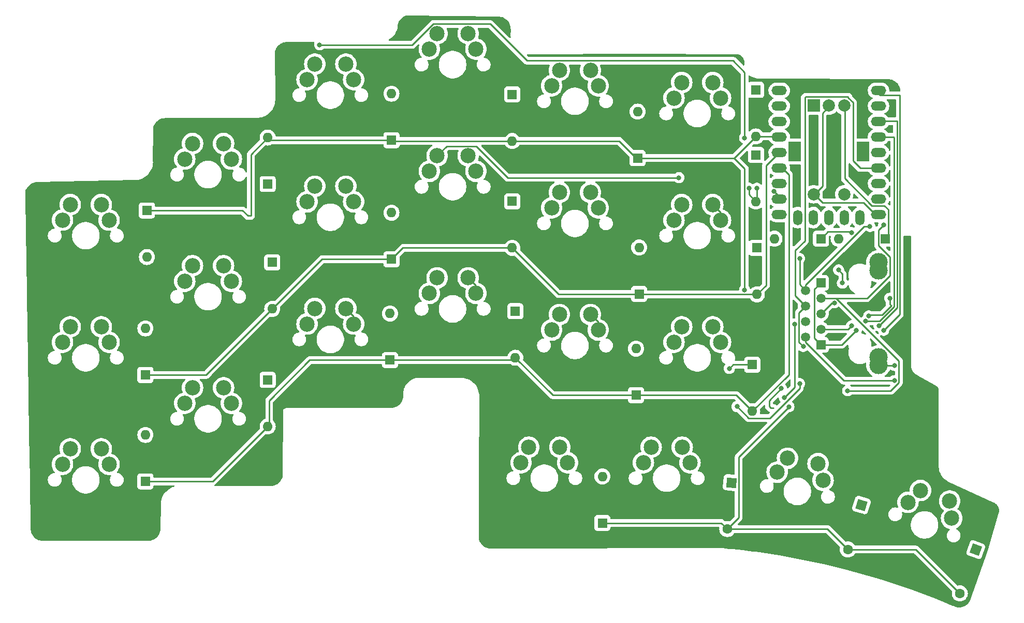
<source format=gbr>
%TF.GenerationSoftware,KiCad,Pcbnew,8.0.3*%
%TF.CreationDate,2024-07-10T08:52:34-07:00*%
%TF.ProjectId,Custom_KB_V1,43757374-6f6d-45f4-9b42-5f56312e6b69,rev?*%
%TF.SameCoordinates,Original*%
%TF.FileFunction,Copper,L1,Top*%
%TF.FilePolarity,Positive*%
%FSLAX46Y46*%
G04 Gerber Fmt 4.6, Leading zero omitted, Abs format (unit mm)*
G04 Created by KiCad (PCBNEW 8.0.3) date 2024-07-10 08:52:34*
%MOMM*%
%LPD*%
G01*
G04 APERTURE LIST*
G04 Aperture macros list*
%AMHorizOval*
0 Thick line with rounded ends*
0 $1 width*
0 $2 $3 position (X,Y) of the first rounded end (center of the circle)*
0 $4 $5 position (X,Y) of the second rounded end (center of the circle)*
0 Add line between two ends*
20,1,$1,$2,$3,$4,$5,0*
0 Add two circle primitives to create the rounded ends*
1,1,$1,$2,$3*
1,1,$1,$4,$5*%
%AMRotRect*
0 Rectangle, with rotation*
0 The origin of the aperture is its center*
0 $1 length*
0 $2 width*
0 $3 Rotation angle, in degrees counterclockwise*
0 Add horizontal line*
21,1,$1,$2,0,0,$3*%
G04 Aperture macros list end*
%TA.AperFunction,ComponentPad*%
%ADD10R,1.600000X1.600000*%
%TD*%
%TA.AperFunction,ComponentPad*%
%ADD11O,1.600000X1.600000*%
%TD*%
%TA.AperFunction,ComponentPad*%
%ADD12C,2.500000*%
%TD*%
%TA.AperFunction,ComponentPad*%
%ADD13C,3.000000*%
%TD*%
%TA.AperFunction,ComponentPad*%
%ADD14C,1.500000*%
%TD*%
%TA.AperFunction,ComponentPad*%
%ADD15R,1.500000X1.500000*%
%TD*%
%TA.AperFunction,ComponentPad*%
%ADD16RotRect,1.600000X1.600000X250.000000*%
%TD*%
%TA.AperFunction,ComponentPad*%
%ADD17HorizOval,1.600000X0.000000X0.000000X0.000000X0.000000X0*%
%TD*%
%TA.AperFunction,ComponentPad*%
%ADD18O,2.500000X1.500000*%
%TD*%
%TA.AperFunction,ComponentPad*%
%ADD19O,1.500000X2.500000*%
%TD*%
%TA.AperFunction,ComponentPad*%
%ADD20R,2.000000X2.000000*%
%TD*%
%TA.AperFunction,ComponentPad*%
%ADD21C,2.000000*%
%TD*%
%TA.AperFunction,ComponentPad*%
%ADD22R,2.000000X3.200000*%
%TD*%
%TA.AperFunction,ComponentPad*%
%ADD23RotRect,1.600000X1.600000X265.000000*%
%TD*%
%TA.AperFunction,ComponentPad*%
%ADD24HorizOval,1.600000X0.000000X0.000000X0.000000X0.000000X0*%
%TD*%
%TA.AperFunction,ComponentPad*%
%ADD25RotRect,1.600000X1.600000X253.000000*%
%TD*%
%TA.AperFunction,ComponentPad*%
%ADD26HorizOval,1.600000X0.000000X0.000000X0.000000X0.000000X0*%
%TD*%
%TA.AperFunction,ViaPad*%
%ADD27C,0.800000*%
%TD*%
%TA.AperFunction,ViaPad*%
%ADD28C,0.300000*%
%TD*%
%TA.AperFunction,Conductor*%
%ADD29C,0.250000*%
%TD*%
G04 APERTURE END LIST*
D10*
%TO.P,D10,1,K*%
%TO.N,Row2*%
X112000000Y-84120000D03*
D11*
%TO.P,D10,2,A*%
%TO.N,Net-(D10-A)*%
X112000000Y-76500000D03*
%TD*%
D12*
%TO.P,K4,1,1*%
%TO.N,Col2*%
X98190000Y-54710000D03*
X99460000Y-52170000D03*
%TO.P,K4,2,2*%
%TO.N,Net-(D4-A)*%
X104540000Y-52170000D03*
X105810000Y-54710000D03*
%TD*%
D10*
%TO.P,D14,1,K*%
%TO.N,Row3*%
X152000000Y-106370000D03*
D11*
%TO.P,D14,2,A*%
%TO.N,Net-(D14-A)*%
X152000000Y-98750000D03*
%TD*%
D12*
%TO.P,K11,1,1*%
%TO.N,Col3*%
X78190000Y-87710000D03*
X79460000Y-85170000D03*
%TO.P,K11,2,2*%
%TO.N,Net-(D11-K)*%
X84540000Y-85170000D03*
X85810000Y-87710000D03*
%TD*%
D13*
%TO.P,J1-Left1,SH*%
%TO.N,GND*%
X191650000Y-85905000D03*
X191650000Y-101445000D03*
D14*
%TO.P,J1-Left1,8*%
%TO.N,R-Row4*%
X179710000Y-89230000D03*
%TO.P,J1-Left1,7*%
%TO.N,R-Row3*%
X182250000Y-90500000D03*
%TO.P,J1-Left1,6*%
%TO.N,R-Row2*%
X179710000Y-91770000D03*
%TO.P,J1-Left1,5*%
%TO.N,R-Row1*%
X182250000Y-93040001D03*
%TO.P,J1-Left1,4*%
%TO.N,R-Fan*%
X179710000Y-94310000D03*
%TO.P,J1-Left1,3*%
%TO.N,R-Col3*%
X182250000Y-95580000D03*
%TO.P,J1-Left1,2*%
%TO.N,R-Col2*%
X179710000Y-96850000D03*
D15*
%TO.P,J1-Left1,1*%
%TO.N,R-Col1*%
X182250000Y-98120000D03*
%TD*%
D10*
%TO.P,D7,1,K*%
%TO.N,Net-(D7-K)*%
X171750000Y-82250000D03*
D11*
%TO.P,D7,2,A*%
%TO.N,Row2*%
X171750000Y-89870000D03*
%TD*%
D10*
%TO.P,D17,1,K*%
%TO.N,Net-(D17-K)*%
X91750000Y-103880000D03*
D11*
%TO.P,D17,2,A*%
%TO.N,Row3*%
X91750000Y-111500000D03*
%TD*%
D10*
%TO.P,D24,1,K*%
%TO.N,Net-(D24-K)*%
X182250000Y-80750000D03*
D11*
%TO.P,D24,2,A*%
%TO.N,Col1*%
X174630000Y-80750000D03*
%TD*%
D12*
%TO.P,K1,1,1*%
%TO.N,Col1*%
X158190000Y-57710000D03*
X159460000Y-55170000D03*
%TO.P,K1,2,2*%
%TO.N,Net-(D1-K)*%
X164540000Y-55170000D03*
X165810000Y-57710000D03*
%TD*%
%TO.P,K22,1,1*%
%TO.N,Col2*%
X133190000Y-117430000D03*
X134460000Y-114890000D03*
%TO.P,K22,2,2*%
%TO.N,Net-(D22-A)*%
X139540000Y-114890000D03*
X140810000Y-117430000D03*
%TD*%
D10*
%TO.P,D15,1,K*%
%TO.N,Net-(D15-K)*%
X132250000Y-92630000D03*
D11*
%TO.P,D15,2,A*%
%TO.N,Row3*%
X132250000Y-100250000D03*
%TD*%
D12*
%TO.P,K12,1,1*%
%TO.N,Col3*%
X58190000Y-97710000D03*
X59460000Y-95170000D03*
%TO.P,K12,2,2*%
%TO.N,Net-(D12-A)*%
X64540000Y-95170000D03*
X65810000Y-97710000D03*
%TD*%
%TO.P,K8,1,1*%
%TO.N,Col1*%
X138190000Y-75710000D03*
X139460000Y-73170000D03*
%TO.P,K8,2,2*%
%TO.N,Net-(D8-A)*%
X144540000Y-73170000D03*
X145810000Y-75710000D03*
%TD*%
%TO.P,K16,1,1*%
%TO.N,Col2*%
X98190000Y-94710000D03*
X99460000Y-92170000D03*
%TO.P,K16,2,2*%
%TO.N,Net-(D16-A)*%
X104540000Y-92170000D03*
X105810000Y-94710000D03*
%TD*%
%TO.P,K19,1,1*%
%TO.N,Col1*%
X196455733Y-123935714D03*
X198517877Y-121983261D03*
%TO.P,K19,2,2*%
%TO.N,Net-(D19-K)*%
X203291517Y-123720724D03*
X203616193Y-126541908D03*
%TD*%
D10*
%TO.P,D3,1,K*%
%TO.N,Net-(D3-K)*%
X131750000Y-57130000D03*
D11*
%TO.P,D3,2,A*%
%TO.N,Row1*%
X131750000Y-64750000D03*
%TD*%
D10*
%TO.P,D22,1,K*%
%TO.N,Fan*%
X146500000Y-127310000D03*
D11*
%TO.P,D22,2,A*%
%TO.N,Net-(D22-A)*%
X146500000Y-119690000D03*
%TD*%
D12*
%TO.P,K14,1,1*%
%TO.N,Col1*%
X138190000Y-95710000D03*
X139460000Y-93170000D03*
%TO.P,K14,2,2*%
%TO.N,Net-(D14-A)*%
X144540000Y-93170000D03*
X145810000Y-95710000D03*
%TD*%
%TO.P,K20,1,1*%
%TO.N,Col1*%
X175073273Y-118984085D03*
X176765045Y-116703207D03*
%TO.P,K20,2,2*%
%TO.N,Net-(D20-K)*%
X181767870Y-117585339D03*
X182577509Y-120307285D03*
%TD*%
D10*
%TO.P,D12,1,K*%
%TO.N,Row2*%
X71750000Y-103060000D03*
D11*
%TO.P,D12,2,A*%
%TO.N,Net-(D12-A)*%
X71750000Y-95440000D03*
%TD*%
D12*
%TO.P,K7,1,1*%
%TO.N,Col1*%
X158190000Y-77710000D03*
X159460000Y-75170000D03*
%TO.P,K7,2,2*%
%TO.N,Net-(D7-K)*%
X164540000Y-75170000D03*
X165810000Y-77710000D03*
%TD*%
%TO.P,K15,1,1*%
%TO.N,Col2*%
X118190000Y-89710000D03*
X119460000Y-87170000D03*
%TO.P,K15,2,2*%
%TO.N,Net-(D15-K)*%
X124540000Y-87170000D03*
X125810000Y-89710000D03*
%TD*%
D10*
%TO.P,D8,1,K*%
%TO.N,Row2*%
X152500000Y-89810000D03*
D11*
%TO.P,D8,2,A*%
%TO.N,Net-(D8-A)*%
X152500000Y-82190000D03*
%TD*%
D10*
%TO.P,D23,1,K*%
%TO.N,Net-(D23-K)*%
X171601579Y-67037631D03*
D11*
%TO.P,D23,2,A*%
%TO.N,Col2*%
X171601579Y-74657631D03*
%TD*%
D10*
%TO.P,D6,1,K*%
%TO.N,Row1*%
X72000000Y-76130000D03*
D11*
%TO.P,D6,2,A*%
%TO.N,Net-(D6-A)*%
X72000000Y-83750000D03*
%TD*%
D10*
%TO.P,D2,1,K*%
%TO.N,Row1*%
X152250000Y-67560000D03*
D11*
%TO.P,D2,2,A*%
%TO.N,Net-(D2-A)*%
X152250000Y-59940000D03*
%TD*%
D12*
%TO.P,K6,1,1*%
%TO.N,Col3*%
X58190000Y-77710000D03*
X59460000Y-75170000D03*
%TO.P,K6,2,2*%
%TO.N,Net-(D6-A)*%
X64540000Y-75170000D03*
X65810000Y-77710000D03*
%TD*%
%TO.P,K3,1,1*%
%TO.N,Col2*%
X118190000Y-49710000D03*
X119460000Y-47170000D03*
%TO.P,K3,2,2*%
%TO.N,Net-(D3-K)*%
X124540000Y-47170000D03*
X125810000Y-49710000D03*
%TD*%
%TO.P,K5,1,1*%
%TO.N,Col3*%
X78190000Y-67710000D03*
X79460000Y-65170000D03*
%TO.P,K5,2,2*%
%TO.N,Net-(D5-K)*%
X84540000Y-65170000D03*
X85810000Y-67710000D03*
%TD*%
%TO.P,K18,1,1*%
%TO.N,Col3*%
X58190000Y-117710000D03*
X59460000Y-115170000D03*
%TO.P,K18,2,2*%
%TO.N,Net-(D18-A)*%
X64540000Y-115170000D03*
X65810000Y-117710000D03*
%TD*%
D10*
%TO.P,D18,1,K*%
%TO.N,Row3*%
X71750000Y-120500000D03*
D11*
%TO.P,D18,2,A*%
%TO.N,Net-(D18-A)*%
X71750000Y-112880000D03*
%TD*%
D12*
%TO.P,K10,1,1*%
%TO.N,Col2*%
X98190000Y-74710000D03*
X99460000Y-72170000D03*
%TO.P,K10,2,2*%
%TO.N,Net-(D10-A)*%
X104540000Y-72170000D03*
X105810000Y-74710000D03*
%TD*%
D10*
%TO.P,D16,1,K*%
%TO.N,Row3*%
X111750000Y-100620000D03*
D11*
%TO.P,D16,2,A*%
%TO.N,Net-(D16-A)*%
X111750000Y-93000000D03*
%TD*%
D10*
%TO.P,D13,1,K*%
%TO.N,Net-(D13-K)*%
X171000000Y-101380000D03*
D11*
%TO.P,D13,2,A*%
%TO.N,Row3*%
X171000000Y-109000000D03*
%TD*%
D16*
%TO.P,D19,1,K*%
%TO.N,Net-(D19-K)*%
X207553096Y-131669771D03*
D17*
%TO.P,D19,2,A*%
%TO.N,Fan*%
X204946903Y-138830231D03*
%TD*%
D18*
%TO.P,U1,1,0*%
%TO.N,R-Col1*%
X191647772Y-56477748D03*
%TO.P,U1,2,1*%
%TO.N,R-Col2*%
X191647772Y-59017748D03*
%TO.P,U1,3,2*%
%TO.N,R-Col3*%
X191647772Y-61557748D03*
%TO.P,U1,4,3*%
%TO.N,R-Fan*%
X191647772Y-64097748D03*
%TO.P,U1,5,4*%
%TO.N,R-Row1*%
X191647772Y-66637748D03*
%TO.P,U1,6,5*%
%TO.N,R-Row2*%
X191647772Y-69177748D03*
%TO.P,U1,7,6*%
%TO.N,R-Row3*%
X191647772Y-71717748D03*
%TO.P,U1,8,7*%
%TO.N,R-Row4*%
X191647772Y-74257748D03*
%TO.P,U1,9,8*%
%TO.N,Row4*%
X191647772Y-76797748D03*
D19*
%TO.P,U1,10,9*%
%TO.N,unconnected-(U1-9-Pad10)*%
X188607772Y-77297748D03*
%TO.P,U1,11,10*%
%TO.N,unconnected-(U1-10-Pad11)*%
X186067772Y-77297748D03*
%TO.P,U1,12,11*%
%TO.N,unconnected-(U1-11-Pad12)*%
X183527772Y-77297748D03*
%TO.P,U1,13,12*%
%TO.N,unconnected-(U1-12-Pad13)*%
X180987772Y-77297748D03*
%TO.P,U1,14,13*%
%TO.N,Fan*%
X178447772Y-77297748D03*
D18*
%TO.P,U1,15,14*%
%TO.N,Col1*%
X175407772Y-76797748D03*
%TO.P,U1,16,15*%
%TO.N,Col2*%
X175407772Y-74257748D03*
%TO.P,U1,17,26*%
%TO.N,Col3*%
X175407772Y-71717748D03*
%TO.P,U1,18,27*%
%TO.N,Row3*%
X175407772Y-69177748D03*
%TO.P,U1,19,28*%
%TO.N,Row2*%
X175407772Y-66637748D03*
%TO.P,U1,20,29*%
%TO.N,Row1*%
X175407772Y-64097748D03*
%TO.P,U1,21,3V3*%
%TO.N,unconnected-(U1-3V3-Pad21)*%
X175407772Y-61557748D03*
%TO.P,U1,22,GND*%
%TO.N,GND*%
X175407772Y-59017748D03*
%TO.P,U1,23,5V*%
%TO.N,unconnected-(U1-5V-Pad23)*%
X175407772Y-56477748D03*
%TD*%
D20*
%TO.P,SW1,A,A*%
%TO.N,Net-(D23-K)*%
X181031251Y-58968777D03*
D21*
%TO.P,SW1,B,B*%
%TO.N,Net-(D25-K)*%
X186031251Y-58968777D03*
%TO.P,SW1,C,C*%
%TO.N,Row4*%
X183531251Y-58968777D03*
D22*
%TO.P,SW1,MP*%
%TO.N,N/C*%
X177931251Y-66468777D03*
X189131251Y-66468777D03*
D21*
%TO.P,SW1,S1,S1*%
%TO.N,Net-(D24-K)*%
X186031251Y-73468777D03*
%TO.P,SW1,S2,S2*%
%TO.N,Row4*%
X181031251Y-73468777D03*
%TD*%
D10*
%TO.P,D4,1,K*%
%TO.N,Row1*%
X112000000Y-64620000D03*
D11*
%TO.P,D4,2,A*%
%TO.N,Net-(D4-A)*%
X112000000Y-57000000D03*
%TD*%
D12*
%TO.P,K9,1,1*%
%TO.N,Col2*%
X118190000Y-69710000D03*
X119460000Y-67170000D03*
%TO.P,K9,2,2*%
%TO.N,Net-(D9-K)*%
X124540000Y-67170000D03*
X125810000Y-69710000D03*
%TD*%
%TO.P,K17,1,1*%
%TO.N,Col3*%
X78190000Y-107710000D03*
X79460000Y-105170000D03*
%TO.P,K17,2,2*%
%TO.N,Net-(D17-K)*%
X84540000Y-105170000D03*
X85810000Y-107710000D03*
%TD*%
D23*
%TO.P,D21,1,K*%
%TO.N,Net-(D21-K)*%
X167582063Y-120704498D03*
D24*
%TO.P,D21,2,A*%
%TO.N,Fan*%
X166917937Y-128295502D03*
%TD*%
D12*
%TO.P,K13,1,1*%
%TO.N,Col1*%
X158190000Y-97710000D03*
X159460000Y-95170000D03*
%TO.P,K13,2,2*%
%TO.N,Net-(D13-K)*%
X164540000Y-95170000D03*
X165810000Y-97710000D03*
%TD*%
%TO.P,K2,1,1*%
%TO.N,Col1*%
X138190000Y-55710000D03*
X139460000Y-53170000D03*
%TO.P,K2,2,2*%
%TO.N,Net-(D2-A)*%
X144540000Y-53170000D03*
X145810000Y-55710000D03*
%TD*%
D25*
%TO.P,D20,1,K*%
%TO.N,Net-(D20-K)*%
X188863935Y-124356478D03*
D26*
%TO.P,D20,2,A*%
%TO.N,Fan*%
X186636063Y-131643523D03*
%TD*%
D10*
%TO.P,D5,1,K*%
%TO.N,Net-(D5-K)*%
X91750000Y-71809999D03*
D11*
%TO.P,D5,2,A*%
%TO.N,Row1*%
X91750000Y-64189999D03*
%TD*%
D10*
%TO.P,D11,1,K*%
%TO.N,Net-(D11-K)*%
X92500000Y-84630000D03*
D11*
%TO.P,D11,2,A*%
%TO.N,Row2*%
X92500000Y-92250000D03*
%TD*%
D10*
%TO.P,D1,1,K*%
%TO.N,Net-(D1-K)*%
X171601579Y-56385383D03*
D11*
%TO.P,D1,2,A*%
%TO.N,Row1*%
X171601579Y-64005383D03*
%TD*%
D12*
%TO.P,K21,1,1*%
%TO.N,Col2*%
X153190000Y-117430000D03*
X154460000Y-114890000D03*
%TO.P,K21,2,2*%
%TO.N,Net-(D21-K)*%
X159540000Y-114890000D03*
X160810000Y-117430000D03*
%TD*%
D10*
%TO.P,D9,1,K*%
%TO.N,Net-(D9-K)*%
X131750000Y-74630000D03*
D11*
%TO.P,D9,2,A*%
%TO.N,Row2*%
X131750000Y-82250000D03*
%TD*%
D15*
%TO.P,J2-Right1,1*%
%TO.N,R-Col1*%
X182242588Y-87958580D03*
D14*
%TO.P,J2-Right1,2*%
%TO.N,R-Row4*%
X179702588Y-89228580D03*
%TO.P,J2-Right1,3*%
%TO.N,R-Row3*%
X182242588Y-90498580D03*
%TO.P,J2-Right1,4*%
%TO.N,R-Row2*%
X179702588Y-91768580D03*
%TO.P,J2-Right1,5*%
%TO.N,R-Row1*%
X182242588Y-93038579D03*
%TO.P,J2-Right1,6*%
%TO.N,R-Fan*%
X179702588Y-94308580D03*
%TO.P,J2-Right1,7*%
%TO.N,R-Col3*%
X182242588Y-95578580D03*
%TO.P,J2-Right1,8*%
%TO.N,R-Col2*%
X179702588Y-96848580D03*
D13*
%TO.P,J2-Right1,SH*%
%TO.N,GND*%
X191642588Y-84633580D03*
X191642588Y-100173580D03*
%TD*%
D10*
%TO.P,D25,1,K*%
%TO.N,Net-(D25-K)*%
X192750000Y-80750000D03*
D11*
%TO.P,D25,2,A*%
%TO.N,Col3*%
X185130000Y-80750000D03*
%TD*%
D27*
%TO.N,GND*%
X194250000Y-101500000D03*
%TO.N,Net-(D24-K)*%
X187250000Y-79750000D03*
D28*
%TO.N,Fan*%
X174500000Y-108500000D03*
D27*
X175762653Y-105262653D03*
X177000000Y-108275000D03*
%TO.N,Net-(D13-K)*%
X167250000Y-102000000D03*
%TO.N,Col2*%
X159000000Y-70750000D03*
X170475000Y-72500000D03*
X171750000Y-72500000D03*
X174557771Y-73021589D03*
%TO.N,R-Row3*%
X192497772Y-78500000D03*
%TO.N,R-Row1*%
X193500000Y-90500000D03*
X190060162Y-93404997D03*
X184463275Y-91238580D03*
%TO.N,R-Fan*%
X189525153Y-94249847D03*
%TO.N,R-Col3*%
X191737347Y-95012653D03*
X187250000Y-95000000D03*
%TO.N,R-Col1*%
X192487347Y-95762653D03*
X188000000Y-95750000D03*
%TO.N,R-Row4*%
X178750000Y-84000000D03*
X168500000Y-108250000D03*
X178748797Y-104501203D03*
%TO.N,R-Fan*%
X177902588Y-94750000D03*
X176250000Y-106750000D03*
%TO.N,R-Row3*%
X186602347Y-105647653D03*
%TO.N,R-Row2*%
X179352587Y-98397892D03*
%TO.N,R-Col2*%
X194250000Y-104000000D03*
%TO.N,Col3*%
X169750000Y-64250000D03*
X100250000Y-49000000D03*
X185112347Y-85862347D03*
X185750000Y-88000000D03*
%TO.N,Row1*%
X169750000Y-89145000D03*
%TO.N,R-Row4*%
X190250000Y-78750000D03*
%TD*%
D29*
%TO.N,R-Row2*%
X179756957Y-57500000D02*
X179590281Y-57666676D01*
X186686916Y-57500000D02*
X179756957Y-57500000D01*
X186686916Y-57664635D02*
X187473481Y-58451200D01*
X186686916Y-57500000D02*
X186686916Y-57664635D01*
X178025000Y-90085000D02*
X179710000Y-91770000D01*
X178025000Y-82670800D02*
X178025000Y-90085000D01*
X179590281Y-81105519D02*
X178025000Y-82670800D01*
X179590281Y-57666676D02*
X179590281Y-81105519D01*
X187473481Y-67975033D02*
X187473481Y-58451200D01*
X188676196Y-69177748D02*
X187473481Y-67975033D01*
X191147772Y-69177748D02*
X188676196Y-69177748D01*
%TO.N,Row2*%
X173250000Y-68750000D02*
X175362252Y-66637748D01*
X173250000Y-88370000D02*
X173250000Y-68750000D01*
X171750000Y-89870000D02*
X173250000Y-88370000D01*
X175362252Y-66637748D02*
X175907772Y-66637748D01*
%TO.N,GND*%
X194250000Y-101500000D02*
X191705000Y-101500000D01*
X191705000Y-101500000D02*
X191650000Y-101445000D01*
%TO.N,Net-(D24-K)*%
X183375000Y-79625000D02*
X182250000Y-80750000D01*
X187125000Y-79625000D02*
X183375000Y-79625000D01*
X187250000Y-79750000D02*
X187125000Y-79625000D01*
%TO.N,Fan*%
X174000000Y-108500000D02*
X173750000Y-108250000D01*
X174500000Y-108500000D02*
X174000000Y-108500000D01*
X175762653Y-105262653D02*
X173750000Y-107275306D01*
X173750000Y-107275306D02*
X173750000Y-108250000D01*
X168773743Y-116501257D02*
X177000000Y-108275000D01*
X168773743Y-126439696D02*
X168773743Y-116501257D01*
X166917937Y-128295502D02*
X168773743Y-126439696D01*
%TO.N,Net-(D13-K)*%
X167870000Y-101380000D02*
X171000000Y-101380000D01*
X167250000Y-102000000D02*
X167870000Y-101380000D01*
%TO.N,Net-(D7-K)*%
X165810000Y-76440000D02*
X165810000Y-77710000D01*
X164540000Y-75170000D02*
X165810000Y-76440000D01*
%TO.N,Net-(D14-A)*%
X144540000Y-93170000D02*
X145810000Y-94440000D01*
X145810000Y-94440000D02*
X145810000Y-95710000D01*
%TO.N,Net-(D15-K)*%
X124540000Y-87170000D02*
X125810000Y-88440000D01*
X125810000Y-88440000D02*
X125810000Y-89710000D01*
%TO.N,Net-(D16-A)*%
X105810000Y-93440000D02*
X105810000Y-94710000D01*
X104540000Y-92170000D02*
X105810000Y-93440000D01*
%TO.N,Col2*%
X121035000Y-65595000D02*
X119460000Y-67170000D01*
X125845000Y-65595000D02*
X121035000Y-65595000D01*
X131000000Y-70750000D02*
X125845000Y-65595000D01*
X159000000Y-70750000D02*
X131000000Y-70750000D01*
X170475000Y-73531052D02*
X170475000Y-72500000D01*
X171601579Y-74657631D02*
X170475000Y-73531052D01*
X171750000Y-74509210D02*
X171601579Y-74657631D01*
X171750000Y-72500000D02*
X171750000Y-74509210D01*
X175793930Y-74257748D02*
X174557771Y-73021589D01*
X175907772Y-74257748D02*
X175793930Y-74257748D01*
%TO.N,R-Row3*%
X191625000Y-79372772D02*
X192497772Y-78500000D01*
X193475000Y-83725000D02*
X191625000Y-81875000D01*
X193475000Y-86775000D02*
X193475000Y-83725000D01*
X189751420Y-90498580D02*
X193475000Y-86775000D01*
X182242588Y-90498580D02*
X189751420Y-90498580D01*
X191625000Y-81875000D02*
X191625000Y-79372772D01*
%TO.N,R-Row2*%
X191147772Y-69177748D02*
X191220024Y-69250000D01*
%TO.N,R-Row1*%
X193500000Y-91500000D02*
X193500000Y-90500000D01*
X193738604Y-91738604D02*
X193500000Y-91500000D01*
%TO.N,Net-(D25-K)*%
X186148481Y-70898481D02*
X186148481Y-59000033D01*
X192593052Y-75332748D02*
X190582748Y-75332748D01*
X193222772Y-75962468D02*
X192593052Y-75332748D01*
X193222772Y-80277228D02*
X193222772Y-75962468D01*
X192750000Y-80750000D02*
X193222772Y-80277228D01*
X190582748Y-75332748D02*
X186148481Y-70898481D01*
%TO.N,R-Row1*%
X192238604Y-93238604D02*
X193738604Y-91738604D01*
X192227208Y-93250000D02*
X192238604Y-93238604D01*
X190215159Y-93250000D02*
X192227208Y-93250000D01*
X190060162Y-93404997D02*
X190215159Y-93250000D01*
X184042587Y-91238580D02*
X184463275Y-91238580D01*
X182242588Y-93038579D02*
X184042587Y-91238580D01*
%TO.N,R-Fan*%
X191863757Y-94249847D02*
X189525153Y-94249847D01*
X194225000Y-64500000D02*
X194225000Y-91888604D01*
X194225000Y-64225000D02*
X194225000Y-64500000D01*
X192000000Y-94113604D02*
X191863757Y-94249847D01*
X194097748Y-64097748D02*
X194225000Y-64225000D01*
X194225000Y-91888604D02*
X192000000Y-94113604D01*
X191147772Y-64097748D02*
X194097748Y-64097748D01*
%TO.N,R-Col3*%
X191205520Y-61500000D02*
X191147772Y-61557748D01*
X194675000Y-92075000D02*
X194675000Y-61500000D01*
X194675000Y-61500000D02*
X191205520Y-61500000D01*
X191737347Y-95012653D02*
X194675000Y-92075000D01*
X186671420Y-95578580D02*
X187250000Y-95000000D01*
X182242588Y-95578580D02*
X186671420Y-95578580D01*
%TO.N,R-Col1*%
X191920024Y-57250000D02*
X191147772Y-56477748D01*
X195125000Y-57250000D02*
X191920024Y-57250000D01*
X195125000Y-93125000D02*
X195125000Y-57250000D01*
X192487347Y-95762653D02*
X195125000Y-93125000D01*
X185630000Y-98120000D02*
X188000000Y-95750000D01*
X182250000Y-98120000D02*
X185630000Y-98120000D01*
%TO.N,Row4*%
X182473481Y-60175033D02*
X183648481Y-59000033D01*
X182473481Y-72175033D02*
X182473481Y-60175033D01*
X181148481Y-73500033D02*
X182473481Y-72175033D01*
X182473481Y-74825033D02*
X181148481Y-73500033D01*
X189175057Y-74825033D02*
X182473481Y-74825033D01*
X191147772Y-76797748D02*
X189175057Y-74825033D01*
%TO.N,R-Row4*%
X178750000Y-88270000D02*
X179710000Y-89230000D01*
X170375000Y-110125000D02*
X168500000Y-108250000D01*
X173900305Y-110125000D02*
X170375000Y-110125000D01*
X178748797Y-105276508D02*
X173900305Y-110125000D01*
X178750000Y-84000000D02*
X178750000Y-88270000D01*
X178748797Y-104501203D02*
X178748797Y-105276508D01*
%TO.N,R-Fan*%
X177902588Y-105097412D02*
X177902588Y-94750000D01*
X176250000Y-106750000D02*
X177902588Y-105097412D01*
%TO.N,R-Row3*%
X184750000Y-90500000D02*
X182250000Y-90500000D01*
X194975000Y-100725000D02*
X184750000Y-90500000D01*
X194975000Y-104300305D02*
X194975000Y-100725000D01*
X193627652Y-105647653D02*
X194975000Y-104300305D01*
X186602347Y-105647653D02*
X193627652Y-105647653D01*
%TO.N,R-Row2*%
X179352587Y-98397892D02*
X178627588Y-97672893D01*
X178627588Y-92852412D02*
X179710000Y-91770000D01*
X178627588Y-97672893D02*
X178627588Y-92852412D01*
%TO.N,R-Col2*%
X194250000Y-104000000D02*
X185980000Y-104000000D01*
X179702588Y-97722588D02*
X179702588Y-96848580D01*
X185980000Y-104000000D02*
X179702588Y-97722588D01*
%TO.N,R-Col1*%
X181167588Y-89033580D02*
X182242588Y-87958580D01*
X181167588Y-97037588D02*
X181167588Y-89033580D01*
X182250000Y-98120000D02*
X181167588Y-97037588D01*
%TO.N,Col3*%
X169750000Y-53500000D02*
X169750000Y-64250000D01*
X167845000Y-51595000D02*
X169750000Y-53500000D01*
X134138291Y-51595000D02*
X167845000Y-51595000D01*
X128138291Y-45595000D02*
X134138291Y-51595000D01*
X118807613Y-45595000D02*
X128138291Y-45595000D01*
X115402613Y-49000000D02*
X118807613Y-45595000D01*
X100250000Y-49000000D02*
X115402613Y-49000000D01*
X185750000Y-86500000D02*
X185112347Y-85862347D01*
X185750000Y-88000000D02*
X185750000Y-86500000D01*
%TO.N,Row1*%
X175815407Y-64005383D02*
X175907772Y-64097748D01*
X171601579Y-64005383D02*
X175815407Y-64005383D01*
X88500000Y-77000000D02*
X87630000Y-76130000D01*
X91750000Y-64189999D02*
X89000000Y-66939999D01*
X112000000Y-64620000D02*
X92180001Y-64620000D01*
X149250000Y-64750000D02*
X131750000Y-64750000D01*
X131750000Y-64750000D02*
X112130000Y-64750000D01*
X87630000Y-76130000D02*
X72000000Y-76130000D01*
X89000000Y-66939999D02*
X89000000Y-77000000D01*
X152250000Y-67560000D02*
X152060000Y-67560000D01*
X89000000Y-77000000D02*
X88500000Y-77000000D01*
X92180001Y-64620000D02*
X91750000Y-64189999D01*
X112130000Y-64750000D02*
X112000000Y-64620000D01*
X152060000Y-67560000D02*
X149250000Y-64750000D01*
%TO.N,Row2*%
X100630000Y-84120000D02*
X92500000Y-92250000D01*
X81690000Y-103060000D02*
X71750000Y-103060000D01*
X92500000Y-92250000D02*
X81690000Y-103060000D01*
X152500000Y-89810000D02*
X139310000Y-89810000D01*
X131750000Y-82250000D02*
X113870000Y-82250000D01*
X139310000Y-89810000D02*
X131750000Y-82250000D01*
X152560000Y-89870000D02*
X152500000Y-89810000D01*
X171750000Y-89870000D02*
X152560000Y-89870000D01*
X113870000Y-82250000D02*
X112000000Y-84120000D01*
X112000000Y-84120000D02*
X100630000Y-84120000D01*
%TO.N,Row3*%
X171000000Y-109000000D02*
X176982772Y-103017228D01*
X138370000Y-106370000D02*
X152000000Y-106370000D01*
X98630000Y-100620000D02*
X111750000Y-100620000D01*
X92000000Y-107250000D02*
X98630000Y-100620000D01*
X175600024Y-68870000D02*
X175907772Y-69177748D01*
X152000000Y-106370000D02*
X168370000Y-106370000D01*
X92000000Y-111250000D02*
X92000000Y-107250000D01*
X71750000Y-120500000D02*
X82750000Y-120500000D01*
X131880000Y-100620000D02*
X132250000Y-100250000D01*
X175894082Y-69191438D02*
X175907772Y-69177748D01*
X132250000Y-100250000D02*
X138370000Y-106370000D01*
X82750000Y-120500000D02*
X91750000Y-111500000D01*
X91750000Y-111500000D02*
X92000000Y-111250000D01*
X176982772Y-103017228D02*
X176982772Y-70252748D01*
X176982772Y-70252748D02*
X175907772Y-69177748D01*
X168370000Y-106370000D02*
X171000000Y-109000000D01*
X111750000Y-100620000D02*
X131880000Y-100620000D01*
%TO.N,Fan*%
X166917937Y-128295502D02*
X183288042Y-128295502D01*
X183288042Y-128295502D02*
X186636063Y-131643523D01*
X165932435Y-127310000D02*
X166917937Y-128295502D01*
X186636063Y-131643523D02*
X197760195Y-131643523D01*
X197760195Y-131643523D02*
X204946903Y-138830231D01*
X146500000Y-127310000D02*
X165932435Y-127310000D01*
%TO.N,Row1*%
X168046962Y-67560000D02*
X171601579Y-64005383D01*
X152250000Y-67560000D02*
X168046962Y-67560000D01*
X169750000Y-69263038D02*
X168046962Y-67560000D01*
X169750000Y-89145000D02*
X169750000Y-69263038D01*
%TO.N,R-Row4*%
X179710000Y-89230000D02*
X179710000Y-88341168D01*
X179710000Y-88341168D02*
X189301168Y-78750000D01*
X189301168Y-78750000D02*
X190250000Y-78750000D01*
%TD*%
%TA.AperFunction,NonConductor*%
G36*
X129629114Y-44399189D02*
G01*
X129642164Y-44400039D01*
X129880235Y-44428219D01*
X129896182Y-44431174D01*
X130130762Y-44490750D01*
X130146168Y-44495756D01*
X130370952Y-44585436D01*
X130385589Y-44592418D01*
X130596738Y-44710668D01*
X130610341Y-44719502D01*
X130804242Y-44864295D01*
X130816576Y-44874828D01*
X130830999Y-44888878D01*
X130979561Y-45033600D01*
X130989933Y-45043703D01*
X131000784Y-45055754D01*
X131025202Y-45086729D01*
X131150608Y-45245805D01*
X131159795Y-45259172D01*
X131283531Y-45467150D01*
X131290895Y-45481602D01*
X131386428Y-45703958D01*
X131391842Y-45719248D01*
X131457532Y-45952161D01*
X131460905Y-45968026D01*
X131495634Y-46207535D01*
X131496906Y-46223705D01*
X131499900Y-46452293D01*
X131499905Y-46455099D01*
X131499650Y-46481848D01*
X131499486Y-46487152D01*
X131496738Y-46539612D01*
X131497376Y-46547720D01*
X131497249Y-46547729D01*
X131498867Y-46563878D01*
X131490217Y-47470246D01*
X131490199Y-47471509D01*
X131488660Y-47549509D01*
X131487319Y-47617497D01*
X131488323Y-47629280D01*
X131498604Y-47749969D01*
X131484680Y-47818438D01*
X131435950Y-47868509D01*
X131367885Y-47884287D01*
X131302095Y-47860761D01*
X131287370Y-47848175D01*
X128542127Y-45102931D01*
X128542123Y-45102928D01*
X128438372Y-45033603D01*
X128438363Y-45033598D01*
X128323076Y-44985845D01*
X128323068Y-44985843D01*
X128200689Y-44961500D01*
X128200685Y-44961500D01*
X118870007Y-44961500D01*
X118745219Y-44961500D01*
X118745214Y-44961500D01*
X118622835Y-44985843D01*
X118622827Y-44985845D01*
X118507540Y-45033598D01*
X118507531Y-45033603D01*
X118403780Y-45102928D01*
X118403776Y-45102931D01*
X115176528Y-48330181D01*
X115115205Y-48363666D01*
X115088847Y-48366500D01*
X111641268Y-48366500D01*
X111574229Y-48346815D01*
X111528474Y-48294011D01*
X111518530Y-48224853D01*
X111547555Y-48161297D01*
X111579291Y-48135100D01*
X111748449Y-48037484D01*
X111748448Y-48037484D01*
X111748456Y-48037480D01*
X112005813Y-47847286D01*
X112240070Y-47629274D01*
X112240075Y-47629269D01*
X112448224Y-47386241D01*
X112448237Y-47386226D01*
X112627656Y-47121246D01*
X112776037Y-46837716D01*
X112891485Y-46539257D01*
X112972525Y-46229679D01*
X112987808Y-46123832D01*
X112992531Y-46103466D01*
X112996539Y-46091054D01*
X112998404Y-46054120D01*
X112999511Y-46042708D01*
X113004782Y-46006095D01*
X113004880Y-45997972D01*
X113005017Y-45997973D01*
X113004952Y-45979872D01*
X113026609Y-45786754D01*
X113029212Y-45771852D01*
X113083123Y-45545805D01*
X113087537Y-45531300D01*
X113106048Y-45481602D01*
X113168644Y-45313545D01*
X113174791Y-45299695D01*
X113281895Y-45093462D01*
X113289688Y-45080467D01*
X113421167Y-44888875D01*
X113430499Y-44876917D01*
X113584393Y-44702815D01*
X113595113Y-44692087D01*
X113769120Y-44538081D01*
X113781063Y-44528750D01*
X113972588Y-44397142D01*
X113985562Y-44389349D01*
X114191726Y-44282117D01*
X114205586Y-44275955D01*
X114299504Y-44240904D01*
X114347514Y-44222987D01*
X114392362Y-44215170D01*
X129629114Y-44399189D01*
G37*
%TD.AperFunction*%
%TA.AperFunction,NonConductor*%
G36*
X168416307Y-50527800D02*
G01*
X168427972Y-50528369D01*
X168618048Y-50546665D01*
X168637200Y-50550043D01*
X168818897Y-50597044D01*
X168837292Y-50603380D01*
X169009394Y-50678246D01*
X169026572Y-50687384D01*
X169184830Y-50788265D01*
X169200373Y-50799986D01*
X169340884Y-50924393D01*
X169354400Y-50938401D01*
X169402664Y-50997006D01*
X169473705Y-51083269D01*
X169484864Y-51099224D01*
X169575024Y-51252489D01*
X169580016Y-51260974D01*
X169588541Y-51278480D01*
X169657201Y-51453136D01*
X169662880Y-51471760D01*
X169703356Y-51655016D01*
X169706049Y-51674299D01*
X169717493Y-51864173D01*
X169717645Y-51875867D01*
X169709339Y-52118667D01*
X169707190Y-52133098D01*
X169707667Y-52133161D01*
X169706607Y-52141216D01*
X169706607Y-52196421D01*
X169706535Y-52200660D01*
X169704910Y-52248185D01*
X169704388Y-52263433D01*
X169682423Y-52329760D01*
X169628086Y-52373683D01*
X169558628Y-52381257D01*
X169496101Y-52350076D01*
X169492779Y-52346875D01*
X168248836Y-51102931D01*
X168248832Y-51102928D01*
X168145081Y-51033603D01*
X168145072Y-51033598D01*
X168029785Y-50985845D01*
X168029777Y-50985843D01*
X167907398Y-50961500D01*
X167907394Y-50961500D01*
X134452057Y-50961500D01*
X134385018Y-50941815D01*
X134364376Y-50925181D01*
X134165533Y-50726338D01*
X134132048Y-50665015D01*
X134137032Y-50595323D01*
X134178904Y-50539390D01*
X134244368Y-50514973D01*
X134268605Y-50515616D01*
X134273860Y-50516274D01*
X134357370Y-50517922D01*
X134370979Y-50518942D01*
X134375605Y-50519546D01*
X134435052Y-50519481D01*
X134437559Y-50519504D01*
X134496956Y-50520678D01*
X134496968Y-50520674D01*
X134501582Y-50520160D01*
X134515199Y-50519394D01*
X151999937Y-50500500D01*
X168416307Y-50527800D01*
G37*
%TD.AperFunction*%
%TA.AperFunction,NonConductor*%
G36*
X194434539Y-57903185D02*
G01*
X194480294Y-57955989D01*
X194491500Y-58007500D01*
X194491500Y-60742500D01*
X194471815Y-60809539D01*
X194419011Y-60855294D01*
X194367500Y-60866500D01*
X193264324Y-60866500D01*
X193197285Y-60846815D01*
X193164006Y-60815386D01*
X193159758Y-60809539D01*
X193107702Y-60737890D01*
X192967630Y-60597818D01*
X192807370Y-60481382D01*
X192644180Y-60398232D01*
X192593385Y-60350258D01*
X192576590Y-60282437D01*
X192599127Y-60216302D01*
X192644181Y-60177263D01*
X192662190Y-60168087D01*
X192807370Y-60094114D01*
X192967630Y-59977678D01*
X193107702Y-59837606D01*
X193224138Y-59677346D01*
X193314070Y-59500845D01*
X193375284Y-59312448D01*
X193384780Y-59252493D01*
X193406272Y-59116799D01*
X193406272Y-58918696D01*
X193375284Y-58723047D01*
X193314068Y-58534646D01*
X193256775Y-58422203D01*
X193224138Y-58358150D01*
X193107702Y-58197890D01*
X193004993Y-58095181D01*
X192971508Y-58033858D01*
X192976492Y-57964166D01*
X193018364Y-57908233D01*
X193083828Y-57883816D01*
X193092674Y-57883500D01*
X194367500Y-57883500D01*
X194434539Y-57903185D01*
G37*
%TD.AperFunction*%
%TA.AperFunction,NonConductor*%
G36*
X193984539Y-62153185D02*
G01*
X194030294Y-62205989D01*
X194041500Y-62257500D01*
X194041500Y-63340248D01*
X194021815Y-63407287D01*
X193969011Y-63453042D01*
X193917500Y-63464248D01*
X193306280Y-63464248D01*
X193239241Y-63444563D01*
X193205962Y-63413133D01*
X193173978Y-63369111D01*
X193107702Y-63277890D01*
X192967630Y-63137818D01*
X192807370Y-63021382D01*
X192644180Y-62938232D01*
X192593385Y-62890258D01*
X192576590Y-62822437D01*
X192599127Y-62756302D01*
X192644181Y-62717263D01*
X192807370Y-62634114D01*
X192967630Y-62517678D01*
X193107702Y-62377606D01*
X193224138Y-62217346D01*
X193232362Y-62201206D01*
X193280336Y-62150409D01*
X193342847Y-62133500D01*
X193917500Y-62133500D01*
X193984539Y-62153185D01*
G37*
%TD.AperFunction*%
%TA.AperFunction,NonConductor*%
G36*
X170579337Y-54014489D02*
G01*
X170579951Y-54013601D01*
X170681922Y-54083986D01*
X170811371Y-54173338D01*
X171057041Y-54302275D01*
X171234135Y-54369438D01*
X171316455Y-54400658D01*
X171316457Y-54400658D01*
X171316461Y-54400660D01*
X171585848Y-54467057D01*
X171817103Y-54495136D01*
X171861273Y-54500500D01*
X171861275Y-54500500D01*
X171926059Y-54500500D01*
X171927579Y-54500598D01*
X171934782Y-54500588D01*
X171934785Y-54500589D01*
X172000593Y-54500500D01*
X172065892Y-54500500D01*
X172073129Y-54500500D01*
X172074627Y-54500399D01*
X174154668Y-54497586D01*
X174155494Y-54497589D01*
X193379498Y-54649293D01*
X193393090Y-54650148D01*
X193630235Y-54678219D01*
X193646182Y-54681174D01*
X193880762Y-54740750D01*
X193896168Y-54745756D01*
X194120952Y-54835436D01*
X194135589Y-54842418D01*
X194346738Y-54960668D01*
X194360341Y-54969502D01*
X194554242Y-55114295D01*
X194566576Y-55124828D01*
X194633704Y-55190220D01*
X194674318Y-55229785D01*
X194739933Y-55293703D01*
X194750786Y-55305757D01*
X194900608Y-55495805D01*
X194909795Y-55509172D01*
X195033531Y-55717150D01*
X195040895Y-55731602D01*
X195136428Y-55953958D01*
X195141842Y-55969248D01*
X195207532Y-56202161D01*
X195210905Y-56218026D01*
X195245634Y-56457535D01*
X195246906Y-56473704D01*
X195247131Y-56490875D01*
X195228327Y-56558167D01*
X195176127Y-56604610D01*
X195123142Y-56616500D01*
X193530272Y-56616500D01*
X193463233Y-56596815D01*
X193417478Y-56544011D01*
X193406272Y-56492500D01*
X193406272Y-56378696D01*
X193375284Y-56183047D01*
X193338053Y-56068463D01*
X193314070Y-55994651D01*
X193314068Y-55994648D01*
X193314068Y-55994646D01*
X193246723Y-55862475D01*
X193224138Y-55818150D01*
X193107702Y-55657890D01*
X192967630Y-55517818D01*
X192807370Y-55401382D01*
X192630873Y-55311451D01*
X192442472Y-55250235D01*
X192246823Y-55219248D01*
X192246818Y-55219248D01*
X191048726Y-55219248D01*
X191048721Y-55219248D01*
X190853071Y-55250235D01*
X190664670Y-55311451D01*
X190488173Y-55401382D01*
X190444899Y-55432823D01*
X190327914Y-55517818D01*
X190327912Y-55517820D01*
X190327911Y-55517820D01*
X190187844Y-55657887D01*
X190187844Y-55657888D01*
X190187842Y-55657890D01*
X190149982Y-55710000D01*
X190071406Y-55818149D01*
X189981475Y-55994646D01*
X189920259Y-56183047D01*
X189889272Y-56378696D01*
X189889272Y-56576799D01*
X189920259Y-56772448D01*
X189981475Y-56960849D01*
X190064861Y-57124500D01*
X190071406Y-57137346D01*
X190187842Y-57297606D01*
X190327914Y-57437678D01*
X190488174Y-57554114D01*
X190541202Y-57581133D01*
X190651362Y-57637263D01*
X190702158Y-57685238D01*
X190718953Y-57753059D01*
X190696415Y-57819194D01*
X190651362Y-57858233D01*
X190488173Y-57941382D01*
X190426153Y-57986443D01*
X190327914Y-58057818D01*
X190327912Y-58057820D01*
X190327911Y-58057820D01*
X190187844Y-58197887D01*
X190187844Y-58197888D01*
X190187842Y-58197890D01*
X190151798Y-58247500D01*
X190071406Y-58358149D01*
X189981475Y-58534646D01*
X189920259Y-58723047D01*
X189889272Y-58918696D01*
X189889272Y-59116799D01*
X189920259Y-59312448D01*
X189981475Y-59500849D01*
X190056609Y-59648305D01*
X190071406Y-59677346D01*
X190187842Y-59837606D01*
X190327914Y-59977678D01*
X190488174Y-60094114D01*
X190549258Y-60125238D01*
X190651362Y-60177263D01*
X190702158Y-60225238D01*
X190718953Y-60293059D01*
X190696415Y-60359194D01*
X190651362Y-60398233D01*
X190488173Y-60481382D01*
X190443890Y-60513556D01*
X190327914Y-60597818D01*
X190327912Y-60597820D01*
X190327911Y-60597820D01*
X190187844Y-60737887D01*
X190187844Y-60737888D01*
X190187842Y-60737890D01*
X190184493Y-60742500D01*
X190071406Y-60898149D01*
X189981475Y-61074646D01*
X189920259Y-61263047D01*
X189889272Y-61458696D01*
X189889272Y-61656799D01*
X189920259Y-61852448D01*
X189981475Y-62040849D01*
X190038714Y-62153185D01*
X190071406Y-62217346D01*
X190187842Y-62377606D01*
X190327914Y-62517678D01*
X190488174Y-62634114D01*
X190585599Y-62683755D01*
X190651362Y-62717263D01*
X190702158Y-62765238D01*
X190718953Y-62833059D01*
X190696415Y-62899194D01*
X190651362Y-62938233D01*
X190488173Y-63021382D01*
X190404124Y-63082448D01*
X190327914Y-63137818D01*
X190327912Y-63137820D01*
X190327911Y-63137820D01*
X190187844Y-63277887D01*
X190187844Y-63277888D01*
X190187842Y-63277890D01*
X190157969Y-63319007D01*
X190071406Y-63438149D01*
X189981475Y-63614646D01*
X189920259Y-63803047D01*
X189889272Y-63998696D01*
X189889272Y-64196795D01*
X189892453Y-64216881D01*
X189883497Y-64286174D01*
X189838500Y-64339625D01*
X189771748Y-64360264D01*
X189769979Y-64360277D01*
X188230981Y-64360277D01*
X188163942Y-64340592D01*
X188118187Y-64287788D01*
X188106981Y-64236277D01*
X188106981Y-58388805D01*
X188106980Y-58388801D01*
X188087976Y-58293261D01*
X188082636Y-58266415D01*
X188034881Y-58151125D01*
X188034880Y-58151124D01*
X188034877Y-58151118D01*
X187965553Y-58047368D01*
X187924378Y-58006193D01*
X187877314Y-57959129D01*
X187338230Y-57420045D01*
X187304745Y-57358722D01*
X187304307Y-57356624D01*
X187296071Y-57315215D01*
X187248316Y-57199925D01*
X187248315Y-57199924D01*
X187248312Y-57199918D01*
X187178987Y-57096167D01*
X187178984Y-57096163D01*
X187090752Y-57007931D01*
X187090748Y-57007928D01*
X186986997Y-56938603D01*
X186986988Y-56938598D01*
X186871701Y-56890845D01*
X186871693Y-56890843D01*
X186749314Y-56866500D01*
X186749310Y-56866500D01*
X179694563Y-56866500D01*
X179694558Y-56866500D01*
X179572179Y-56890843D01*
X179572171Y-56890845D01*
X179519050Y-56912849D01*
X179459509Y-56937512D01*
X179458735Y-56937832D01*
X179456880Y-56938600D01*
X179353123Y-57007928D01*
X179353120Y-57007931D01*
X179223707Y-57137346D01*
X179186448Y-57174605D01*
X179161135Y-57199918D01*
X179098208Y-57262844D01*
X179028884Y-57366594D01*
X179028879Y-57366603D01*
X178981126Y-57481890D01*
X178981124Y-57481898D01*
X178956781Y-57604277D01*
X178956781Y-64236277D01*
X178937096Y-64303316D01*
X178884292Y-64349071D01*
X178832781Y-64360277D01*
X177285565Y-64360277D01*
X177218526Y-64340592D01*
X177172771Y-64287788D01*
X177162827Y-64218630D01*
X177163091Y-64216881D01*
X177166272Y-64196795D01*
X177166272Y-63998696D01*
X177135284Y-63803047D01*
X177074068Y-63614646D01*
X177023659Y-63515714D01*
X176984138Y-63438150D01*
X176867702Y-63277890D01*
X176727630Y-63137818D01*
X176567370Y-63021382D01*
X176404180Y-62938232D01*
X176353385Y-62890258D01*
X176336590Y-62822437D01*
X176359127Y-62756302D01*
X176404181Y-62717263D01*
X176567370Y-62634114D01*
X176727630Y-62517678D01*
X176867702Y-62377606D01*
X176984138Y-62217346D01*
X177074070Y-62040845D01*
X177135284Y-61852448D01*
X177147286Y-61776671D01*
X177166272Y-61656799D01*
X177166272Y-61458696D01*
X177135284Y-61263047D01*
X177085274Y-61109133D01*
X177074070Y-61074651D01*
X177074068Y-61074648D01*
X177074068Y-61074646D01*
X177019287Y-60967133D01*
X176984138Y-60898150D01*
X176867702Y-60737890D01*
X176727630Y-60597818D01*
X176567370Y-60481382D01*
X176404180Y-60398232D01*
X176353385Y-60350258D01*
X176336590Y-60282437D01*
X176359127Y-60216302D01*
X176404181Y-60177263D01*
X176422190Y-60168087D01*
X176567370Y-60094114D01*
X176727630Y-59977678D01*
X176867702Y-59837606D01*
X176984138Y-59677346D01*
X177074070Y-59500845D01*
X177135284Y-59312448D01*
X177144780Y-59252493D01*
X177166272Y-59116799D01*
X177166272Y-58918696D01*
X177135284Y-58723047D01*
X177074068Y-58534646D01*
X177016775Y-58422203D01*
X176984138Y-58358150D01*
X176867702Y-58197890D01*
X176727630Y-58057818D01*
X176567370Y-57941382D01*
X176404180Y-57858232D01*
X176353385Y-57810258D01*
X176336590Y-57742437D01*
X176359127Y-57676302D01*
X176404181Y-57637263D01*
X176409451Y-57634578D01*
X176567370Y-57554114D01*
X176727630Y-57437678D01*
X176867702Y-57297606D01*
X176984138Y-57137346D01*
X177074070Y-56960845D01*
X177135284Y-56772448D01*
X177136788Y-56762952D01*
X177166272Y-56576799D01*
X177166272Y-56378696D01*
X177135284Y-56183047D01*
X177098053Y-56068463D01*
X177074070Y-55994651D01*
X177074068Y-55994648D01*
X177074068Y-55994646D01*
X177006723Y-55862475D01*
X176984138Y-55818150D01*
X176867702Y-55657890D01*
X176727630Y-55517818D01*
X176567370Y-55401382D01*
X176390873Y-55311451D01*
X176202472Y-55250235D01*
X176006823Y-55219248D01*
X176006818Y-55219248D01*
X174808726Y-55219248D01*
X174808721Y-55219248D01*
X174613071Y-55250235D01*
X174424670Y-55311451D01*
X174248173Y-55401382D01*
X174204899Y-55432823D01*
X174087914Y-55517818D01*
X174087912Y-55517820D01*
X174087911Y-55517820D01*
X173947844Y-55657887D01*
X173947844Y-55657888D01*
X173947842Y-55657890D01*
X173909982Y-55710000D01*
X173831406Y-55818149D01*
X173741475Y-55994646D01*
X173680259Y-56183047D01*
X173649272Y-56378696D01*
X173649272Y-56576799D01*
X173680259Y-56772448D01*
X173741475Y-56960849D01*
X173824861Y-57124500D01*
X173831406Y-57137346D01*
X173947842Y-57297606D01*
X174087914Y-57437678D01*
X174248174Y-57554114D01*
X174301202Y-57581133D01*
X174411362Y-57637263D01*
X174462158Y-57685238D01*
X174478953Y-57753059D01*
X174456415Y-57819194D01*
X174411362Y-57858233D01*
X174248173Y-57941382D01*
X174186153Y-57986443D01*
X174087914Y-58057818D01*
X174087912Y-58057820D01*
X174087911Y-58057820D01*
X173947844Y-58197887D01*
X173947844Y-58197888D01*
X173947842Y-58197890D01*
X173911798Y-58247500D01*
X173831406Y-58358149D01*
X173741475Y-58534646D01*
X173680259Y-58723047D01*
X173649272Y-58918696D01*
X173649272Y-59116799D01*
X173680259Y-59312448D01*
X173741475Y-59500849D01*
X173816609Y-59648305D01*
X173831406Y-59677346D01*
X173947842Y-59837606D01*
X174087914Y-59977678D01*
X174248174Y-60094114D01*
X174309258Y-60125238D01*
X174411362Y-60177263D01*
X174462158Y-60225238D01*
X174478953Y-60293059D01*
X174456415Y-60359194D01*
X174411362Y-60398233D01*
X174248173Y-60481382D01*
X174203890Y-60513556D01*
X174087914Y-60597818D01*
X174087912Y-60597820D01*
X174087911Y-60597820D01*
X173947844Y-60737887D01*
X173947844Y-60737888D01*
X173947842Y-60737890D01*
X173944493Y-60742500D01*
X173831406Y-60898149D01*
X173741475Y-61074646D01*
X173680259Y-61263047D01*
X173649272Y-61458696D01*
X173649272Y-61656799D01*
X173680259Y-61852448D01*
X173741475Y-62040849D01*
X173798714Y-62153185D01*
X173831406Y-62217346D01*
X173947842Y-62377606D01*
X174087914Y-62517678D01*
X174248174Y-62634114D01*
X174345599Y-62683755D01*
X174411362Y-62717263D01*
X174462158Y-62765238D01*
X174478953Y-62833059D01*
X174456415Y-62899194D01*
X174411362Y-62938233D01*
X174248173Y-63021382D01*
X174164124Y-63082448D01*
X174087914Y-63137818D01*
X174087912Y-63137820D01*
X174087911Y-63137820D01*
X173947844Y-63277887D01*
X173947844Y-63277888D01*
X173947842Y-63277890D01*
X173917969Y-63319007D01*
X173916689Y-63320769D01*
X173861359Y-63363434D01*
X173816371Y-63371883D01*
X172819931Y-63371883D01*
X172752892Y-63352198D01*
X172718358Y-63319009D01*
X172607777Y-63161083D01*
X172445879Y-62999185D01*
X172258328Y-62867860D01*
X172258324Y-62867858D01*
X172050828Y-62771101D01*
X172050817Y-62771097D01*
X171829668Y-62711840D01*
X171829660Y-62711839D01*
X171601581Y-62691885D01*
X171601577Y-62691885D01*
X171373497Y-62711839D01*
X171373489Y-62711840D01*
X171152340Y-62771097D01*
X171152329Y-62771101D01*
X170944833Y-62867858D01*
X170944831Y-62867859D01*
X170874435Y-62917150D01*
X170757279Y-62999185D01*
X170757277Y-62999186D01*
X170757274Y-62999189D01*
X170595181Y-63161283D01*
X170533858Y-63194768D01*
X170464166Y-63189784D01*
X170408233Y-63147912D01*
X170383816Y-63082448D01*
X170383500Y-63073602D01*
X170383500Y-57750759D01*
X170403185Y-57683720D01*
X170455989Y-57637965D01*
X170525147Y-57628021D01*
X170550835Y-57634578D01*
X170555373Y-57636270D01*
X170555375Y-57636272D01*
X170670485Y-57679206D01*
X170686656Y-57685238D01*
X170692378Y-57687372D01*
X170719629Y-57690301D01*
X170752924Y-57693882D01*
X170752941Y-57693883D01*
X172450217Y-57693883D01*
X172450233Y-57693882D01*
X172477271Y-57690974D01*
X172510780Y-57687372D01*
X172516502Y-57685238D01*
X172525347Y-57681938D01*
X172647783Y-57636272D01*
X172764840Y-57548644D01*
X172852468Y-57431587D01*
X172902440Y-57297608D01*
X172903567Y-57294587D01*
X172903567Y-57294586D01*
X172903568Y-57294584D01*
X172907170Y-57261075D01*
X172910078Y-57234037D01*
X172910079Y-57234020D01*
X172910079Y-55536745D01*
X172910078Y-55536728D01*
X172906364Y-55502188D01*
X172903568Y-55476182D01*
X172903173Y-55475124D01*
X172865740Y-55374762D01*
X172852468Y-55339179D01*
X172764840Y-55222122D01*
X172647783Y-55134494D01*
X172510782Y-55083394D01*
X172450233Y-55076883D01*
X172450217Y-55076883D01*
X170752941Y-55076883D01*
X170752924Y-55076883D01*
X170692377Y-55083393D01*
X170596481Y-55119162D01*
X170555375Y-55134494D01*
X170555374Y-55134494D01*
X170550834Y-55136188D01*
X170481143Y-55141172D01*
X170419819Y-55107688D01*
X170386334Y-55046365D01*
X170383500Y-55020006D01*
X170383500Y-54114075D01*
X170403185Y-54047036D01*
X170455989Y-54001281D01*
X170525147Y-53991337D01*
X170579337Y-54014489D01*
G37*
%TD.AperFunction*%
%TA.AperFunction,NonConductor*%
G36*
X193534539Y-64750933D02*
G01*
X193580294Y-64803737D01*
X193591500Y-64855248D01*
X193591500Y-66225586D01*
X193571815Y-66292625D01*
X193519011Y-66338380D01*
X193449853Y-66348324D01*
X193386297Y-66319299D01*
X193349569Y-66263905D01*
X193316905Y-66163376D01*
X193314070Y-66154651D01*
X193314068Y-66154648D01*
X193314068Y-66154646D01*
X193230574Y-65990782D01*
X193224138Y-65978150D01*
X193107702Y-65817890D01*
X192967630Y-65677818D01*
X192807370Y-65561382D01*
X192644180Y-65478232D01*
X192593385Y-65430258D01*
X192576590Y-65362437D01*
X192599127Y-65296302D01*
X192644181Y-65257263D01*
X192651374Y-65253598D01*
X192807370Y-65174114D01*
X192967630Y-65057678D01*
X193107702Y-64917606D01*
X193205962Y-64782362D01*
X193261292Y-64739697D01*
X193306280Y-64731248D01*
X193467500Y-64731248D01*
X193534539Y-64750933D01*
G37*
%TD.AperFunction*%
%TA.AperFunction,NonConductor*%
G36*
X173762098Y-64658568D02*
G01*
X173805544Y-64706589D01*
X173831404Y-64757344D01*
X173849582Y-64782363D01*
X173947842Y-64917606D01*
X174087914Y-65057678D01*
X174248174Y-65174114D01*
X174345599Y-65223755D01*
X174411362Y-65257263D01*
X174462158Y-65305238D01*
X174478953Y-65373059D01*
X174456415Y-65439194D01*
X174411362Y-65478233D01*
X174248173Y-65561382D01*
X174168567Y-65619220D01*
X174087914Y-65677818D01*
X174087912Y-65677820D01*
X174087911Y-65677820D01*
X173947844Y-65817887D01*
X173947844Y-65817888D01*
X173947842Y-65817890D01*
X173931694Y-65840116D01*
X173831406Y-65978149D01*
X173741475Y-66154646D01*
X173680259Y-66343047D01*
X173649272Y-66538696D01*
X173649272Y-66736799D01*
X173680259Y-66932448D01*
X173741476Y-67120852D01*
X173782182Y-67200741D01*
X173795078Y-67269410D01*
X173768801Y-67334150D01*
X173759378Y-67344716D01*
X173121473Y-67982622D01*
X173060150Y-68016107D01*
X172990459Y-68011123D01*
X172934525Y-67969252D01*
X172910108Y-67903787D01*
X172909970Y-67888300D01*
X172910079Y-67886267D01*
X172910079Y-66188993D01*
X172910078Y-66188976D01*
X172906386Y-66154646D01*
X172903568Y-66128430D01*
X172852468Y-65991427D01*
X172764840Y-65874370D01*
X172647783Y-65786742D01*
X172638450Y-65783261D01*
X172510782Y-65735642D01*
X172450233Y-65729131D01*
X172450217Y-65729131D01*
X171073098Y-65729131D01*
X171006059Y-65709446D01*
X170960304Y-65656642D01*
X170950360Y-65587484D01*
X170979385Y-65523928D01*
X170985408Y-65517457D01*
X171189150Y-65313715D01*
X171250469Y-65280233D01*
X171308920Y-65281623D01*
X171373492Y-65298926D01*
X171536411Y-65313179D01*
X171601577Y-65318881D01*
X171601579Y-65318881D01*
X171601581Y-65318881D01*
X171660592Y-65313718D01*
X171829666Y-65298926D01*
X172050822Y-65239667D01*
X172258328Y-65142906D01*
X172445879Y-65011581D01*
X172607777Y-64849683D01*
X172718358Y-64691757D01*
X172772933Y-64648134D01*
X172819931Y-64638883D01*
X173695059Y-64638883D01*
X173762098Y-64658568D01*
G37*
%TD.AperFunction*%
%TA.AperFunction,NonConductor*%
G36*
X193522212Y-66938632D02*
G01*
X193573688Y-66985876D01*
X193591500Y-67049909D01*
X193591500Y-68765586D01*
X193571815Y-68832625D01*
X193519011Y-68878380D01*
X193449853Y-68888324D01*
X193386297Y-68859299D01*
X193349569Y-68803905D01*
X193336262Y-68762952D01*
X193314070Y-68694651D01*
X193314068Y-68694648D01*
X193314068Y-68694646D01*
X193242584Y-68554352D01*
X193224138Y-68518150D01*
X193107702Y-68357890D01*
X192967630Y-68217818D01*
X192807370Y-68101382D01*
X192644180Y-68018232D01*
X192593385Y-67970258D01*
X192576590Y-67902437D01*
X192599127Y-67836302D01*
X192644181Y-67797263D01*
X192655794Y-67791346D01*
X192807370Y-67714114D01*
X192967630Y-67597678D01*
X193107702Y-67457606D01*
X193224138Y-67297346D01*
X193314070Y-67120845D01*
X193349569Y-67011589D01*
X193389007Y-66953915D01*
X193453366Y-66926717D01*
X193522212Y-66938632D01*
G37*
%TD.AperFunction*%
%TA.AperFunction,NonConductor*%
G36*
X174083355Y-70135664D02*
G01*
X174083973Y-70134814D01*
X174087911Y-70137675D01*
X174087914Y-70137678D01*
X174248174Y-70254114D01*
X174345599Y-70303755D01*
X174411362Y-70337263D01*
X174462158Y-70385238D01*
X174478953Y-70453059D01*
X174456415Y-70519194D01*
X174411362Y-70558233D01*
X174248173Y-70641382D01*
X174192210Y-70682042D01*
X174087914Y-70757818D01*
X174087911Y-70757820D01*
X174083973Y-70760682D01*
X174083346Y-70759819D01*
X174024259Y-70786289D01*
X173955174Y-70775846D01*
X173902702Y-70729710D01*
X173883500Y-70663427D01*
X173883500Y-70232068D01*
X173903185Y-70165029D01*
X173955989Y-70119274D01*
X174025147Y-70109330D01*
X174083355Y-70135664D01*
G37*
%TD.AperFunction*%
%TA.AperFunction,NonConductor*%
G36*
X193522212Y-69478632D02*
G01*
X193573688Y-69525876D01*
X193591500Y-69589909D01*
X193591500Y-71305586D01*
X193571815Y-71372625D01*
X193519011Y-71418380D01*
X193449853Y-71428324D01*
X193386297Y-71399299D01*
X193349569Y-71343905D01*
X193314891Y-71237178D01*
X193314070Y-71234651D01*
X193314068Y-71234648D01*
X193314068Y-71234646D01*
X193242504Y-71094196D01*
X193224138Y-71058150D01*
X193107702Y-70897890D01*
X192967630Y-70757818D01*
X192807370Y-70641382D01*
X192644180Y-70558232D01*
X192593385Y-70510258D01*
X192576590Y-70442437D01*
X192599127Y-70376302D01*
X192644181Y-70337263D01*
X192807370Y-70254114D01*
X192967630Y-70137678D01*
X193107702Y-69997606D01*
X193224138Y-69837346D01*
X193314070Y-69660845D01*
X193349569Y-69551589D01*
X193389007Y-69493915D01*
X193453366Y-69466717D01*
X193522212Y-69478632D01*
G37*
%TD.AperFunction*%
%TA.AperFunction,NonConductor*%
G36*
X170212413Y-66392967D02*
G01*
X170268346Y-66434839D01*
X170292763Y-66500303D01*
X170293079Y-66509149D01*
X170293079Y-67886285D01*
X170299590Y-67946833D01*
X170299590Y-67946835D01*
X170333597Y-68038008D01*
X170350690Y-68083835D01*
X170438318Y-68200892D01*
X170555375Y-68288520D01*
X170633073Y-68317500D01*
X170681570Y-68335589D01*
X170692378Y-68339620D01*
X170719629Y-68342549D01*
X170752924Y-68346130D01*
X170752941Y-68346131D01*
X172450217Y-68346131D01*
X172450233Y-68346130D01*
X172477271Y-68343222D01*
X172510780Y-68339620D01*
X172510785Y-68339617D01*
X172518337Y-68337835D01*
X172518805Y-68339819D01*
X172577903Y-68335589D01*
X172639228Y-68369070D01*
X172672717Y-68430390D01*
X172667738Y-68500082D01*
X172666114Y-68504209D01*
X172640846Y-68565210D01*
X172640843Y-68565222D01*
X172616500Y-68687601D01*
X172616500Y-71781583D01*
X172596815Y-71848622D01*
X172544011Y-71894377D01*
X172474853Y-71904321D01*
X172411297Y-71875296D01*
X172400351Y-71864556D01*
X172361254Y-71821135D01*
X172356882Y-71817958D01*
X172206752Y-71708882D01*
X172032288Y-71631206D01*
X172032286Y-71631205D01*
X171845487Y-71591500D01*
X171654513Y-71591500D01*
X171467714Y-71631205D01*
X171293246Y-71708883D01*
X171185386Y-71787249D01*
X171119579Y-71810729D01*
X171051525Y-71794904D01*
X171039614Y-71787249D01*
X171031815Y-71781583D01*
X170931752Y-71708882D01*
X170757288Y-71631206D01*
X170757286Y-71631205D01*
X170570487Y-71591500D01*
X170507500Y-71591500D01*
X170440461Y-71571815D01*
X170394706Y-71519011D01*
X170383500Y-71467500D01*
X170383500Y-69200643D01*
X170383499Y-69200639D01*
X170374530Y-69155549D01*
X170359155Y-69078253D01*
X170314433Y-68970286D01*
X170311401Y-68962965D01*
X170311396Y-68962956D01*
X170242072Y-68859206D01*
X170215491Y-68832625D01*
X170153833Y-68770967D01*
X169030547Y-67647681D01*
X168997062Y-67586358D01*
X169002046Y-67516666D01*
X169030547Y-67472319D01*
X170081398Y-66421468D01*
X170142721Y-66387983D01*
X170212413Y-66392967D01*
G37*
%TD.AperFunction*%
%TA.AperFunction,NonConductor*%
G36*
X181783020Y-60496962D02*
G01*
X181828775Y-60549766D01*
X181839981Y-60601277D01*
X181839981Y-71861266D01*
X181820296Y-71928305D01*
X181803662Y-71948948D01*
X181715888Y-72036721D01*
X181654564Y-72070205D01*
X181584873Y-72065221D01*
X181580754Y-72063600D01*
X181544468Y-72048570D01*
X181498845Y-72029672D01*
X181498844Y-72029671D01*
X181498840Y-72029670D01*
X181267965Y-71974242D01*
X181031251Y-71955612D01*
X180794536Y-71974242D01*
X180563655Y-72029672D01*
X180563653Y-72029672D01*
X180395233Y-72099434D01*
X180325764Y-72106903D01*
X180263285Y-72075628D01*
X180227633Y-72015538D01*
X180223781Y-71984873D01*
X180223781Y-60601277D01*
X180243466Y-60534238D01*
X180296270Y-60488483D01*
X180347781Y-60477277D01*
X181715981Y-60477277D01*
X181783020Y-60496962D01*
G37*
%TD.AperFunction*%
%TA.AperFunction,NonConductor*%
G36*
X186987184Y-68385086D02*
G01*
X186993662Y-68391118D01*
X188184125Y-69581581D01*
X188250849Y-69648305D01*
X188272364Y-69669820D01*
X188376114Y-69739144D01*
X188376120Y-69739147D01*
X188376121Y-69739148D01*
X188491411Y-69786903D01*
X188607548Y-69810004D01*
X188613797Y-69811247D01*
X188613801Y-69811248D01*
X188613802Y-69811248D01*
X189989264Y-69811248D01*
X190056303Y-69830933D01*
X190089581Y-69862362D01*
X190187842Y-69997606D01*
X190327914Y-70137678D01*
X190488174Y-70254114D01*
X190585599Y-70303755D01*
X190651362Y-70337263D01*
X190702158Y-70385238D01*
X190718953Y-70453059D01*
X190696415Y-70519194D01*
X190651362Y-70558233D01*
X190488173Y-70641382D01*
X190432210Y-70682042D01*
X190327914Y-70757818D01*
X190327912Y-70757820D01*
X190327911Y-70757820D01*
X190187844Y-70897887D01*
X190187844Y-70897888D01*
X190187842Y-70897890D01*
X190154624Y-70943611D01*
X190071406Y-71058149D01*
X189981475Y-71234646D01*
X189920259Y-71423047D01*
X189889272Y-71618696D01*
X189889272Y-71816799D01*
X189920259Y-72012448D01*
X189981475Y-72200849D01*
X190051653Y-72338579D01*
X190071406Y-72377346D01*
X190187842Y-72537606D01*
X190327914Y-72677678D01*
X190488174Y-72794114D01*
X190578014Y-72839890D01*
X190651362Y-72877263D01*
X190702158Y-72925238D01*
X190718953Y-72993059D01*
X190696415Y-73059194D01*
X190651362Y-73098233D01*
X190488173Y-73181382D01*
X190397171Y-73247500D01*
X190327914Y-73297818D01*
X190327912Y-73297820D01*
X190327911Y-73297820D01*
X190187844Y-73437887D01*
X190187844Y-73437888D01*
X190187842Y-73437890D01*
X190140542Y-73502993D01*
X190071406Y-73598149D01*
X190038395Y-73662938D01*
X189990420Y-73713734D01*
X189922599Y-73730529D01*
X189856465Y-73707992D01*
X189840229Y-73694324D01*
X186818300Y-70672395D01*
X186784815Y-70611072D01*
X186781981Y-70584714D01*
X186781981Y-68478799D01*
X186801666Y-68411760D01*
X186854470Y-68366005D01*
X186923628Y-68356061D01*
X186987184Y-68385086D01*
G37*
%TD.AperFunction*%
%TA.AperFunction,NonConductor*%
G36*
X193522212Y-72018632D02*
G01*
X193573688Y-72065876D01*
X193591500Y-72129909D01*
X193591500Y-73845586D01*
X193571815Y-73912625D01*
X193519011Y-73958380D01*
X193449853Y-73968324D01*
X193386297Y-73939299D01*
X193349569Y-73883905D01*
X193326638Y-73813331D01*
X193314070Y-73774651D01*
X193314068Y-73774648D01*
X193314068Y-73774646D01*
X193251287Y-73651433D01*
X193224138Y-73598150D01*
X193107702Y-73437890D01*
X192967630Y-73297818D01*
X192807370Y-73181382D01*
X192644180Y-73098232D01*
X192593385Y-73050258D01*
X192576590Y-72982437D01*
X192599127Y-72916302D01*
X192644181Y-72877263D01*
X192807370Y-72794114D01*
X192967630Y-72677678D01*
X193107702Y-72537606D01*
X193224138Y-72377346D01*
X193314070Y-72200845D01*
X193349569Y-72091589D01*
X193389007Y-72033915D01*
X193453366Y-72006717D01*
X193522212Y-72018632D01*
G37*
%TD.AperFunction*%
%TA.AperFunction,NonConductor*%
G36*
X187754927Y-73400832D02*
G01*
X188333947Y-73979852D01*
X188367432Y-74041175D01*
X188362448Y-74110867D01*
X188320576Y-74166800D01*
X188255112Y-74191217D01*
X188246266Y-74191533D01*
X187550244Y-74191533D01*
X187483205Y-74171848D01*
X187437450Y-74119044D01*
X187427506Y-74049886D01*
X187435683Y-74020080D01*
X187453480Y-73977114D01*
X187470356Y-73936371D01*
X187525786Y-73705488D01*
X187543628Y-73478782D01*
X187568512Y-73413495D01*
X187624743Y-73372025D01*
X187694469Y-73367538D01*
X187754927Y-73400832D01*
G37*
%TD.AperFunction*%
%TA.AperFunction,NonConductor*%
G36*
X184874382Y-59937017D02*
G01*
X184875453Y-59938253D01*
X184916613Y-59986445D01*
X184961282Y-60038746D01*
X185141837Y-60192955D01*
X185141840Y-60192956D01*
X185315291Y-60299248D01*
X185344288Y-60317017D01*
X185438434Y-60356013D01*
X185492836Y-60399852D01*
X185514902Y-60466146D01*
X185514981Y-60470573D01*
X185514981Y-70960879D01*
X185539324Y-71083258D01*
X185539326Y-71083266D01*
X185587079Y-71198553D01*
X185587084Y-71198562D01*
X185656409Y-71302313D01*
X185656412Y-71302317D01*
X186099196Y-71745100D01*
X186132681Y-71806423D01*
X186127697Y-71876114D01*
X186085826Y-71932048D01*
X186021245Y-71956399D01*
X185924735Y-71963995D01*
X185794540Y-71974242D01*
X185794536Y-71974243D01*
X185563655Y-72029672D01*
X185563653Y-72029672D01*
X185344291Y-72120534D01*
X185344288Y-72120536D01*
X185141840Y-72244597D01*
X185141837Y-72244598D01*
X184961282Y-72398808D01*
X184807072Y-72579363D01*
X184807071Y-72579366D01*
X184683010Y-72781814D01*
X184683008Y-72781817D01*
X184592146Y-73001179D01*
X184592146Y-73001181D01*
X184536716Y-73232062D01*
X184518086Y-73468777D01*
X184536716Y-73705491D01*
X184592145Y-73936370D01*
X184626819Y-74020080D01*
X184634288Y-74089550D01*
X184603013Y-74152029D01*
X184542924Y-74187681D01*
X184512258Y-74191533D01*
X182787247Y-74191533D01*
X182720208Y-74171848D01*
X182699566Y-74155214D01*
X182521466Y-73977114D01*
X182487981Y-73915791D01*
X182488572Y-73860491D01*
X182525786Y-73705488D01*
X182544416Y-73468777D01*
X182525786Y-73232066D01*
X182500676Y-73127475D01*
X182504167Y-73057694D01*
X182533569Y-73010848D01*
X182965549Y-72578869D01*
X182965549Y-72578868D01*
X182965552Y-72578866D01*
X183034881Y-72475108D01*
X183082636Y-72359818D01*
X183106981Y-72237427D01*
X183106981Y-72112639D01*
X183106981Y-60575576D01*
X183126666Y-60508537D01*
X183179470Y-60462782D01*
X183248628Y-60452838D01*
X183259916Y-60454999D01*
X183294540Y-60463312D01*
X183531251Y-60481942D01*
X183767962Y-60463312D01*
X183998845Y-60407882D01*
X183998847Y-60407881D01*
X183998848Y-60407881D01*
X184218210Y-60317019D01*
X184218211Y-60317018D01*
X184218214Y-60317017D01*
X184420667Y-60192953D01*
X184601220Y-60038746D01*
X184686962Y-59938354D01*
X184745467Y-59900162D01*
X184815335Y-59899663D01*
X184874382Y-59937017D01*
G37*
%TD.AperFunction*%
%TA.AperFunction,NonConductor*%
G36*
X193522212Y-74558632D02*
G01*
X193573688Y-74605876D01*
X193591500Y-74669909D01*
X193591500Y-75135929D01*
X193571815Y-75202968D01*
X193519011Y-75248723D01*
X193449853Y-75258667D01*
X193386297Y-75229642D01*
X193379819Y-75223610D01*
X193235658Y-75079449D01*
X193202173Y-75018126D01*
X193207157Y-74948434D01*
X193221614Y-74921503D01*
X193221596Y-74921492D01*
X193221792Y-74921171D01*
X193223021Y-74918883D01*
X193224138Y-74917346D01*
X193314070Y-74740845D01*
X193349569Y-74631589D01*
X193389007Y-74573915D01*
X193453366Y-74546717D01*
X193522212Y-74558632D01*
G37*
%TD.AperFunction*%
%TA.AperFunction,NonConductor*%
G36*
X178899820Y-68596962D02*
G01*
X178945575Y-68649766D01*
X178956781Y-68701277D01*
X178956781Y-75469197D01*
X178937096Y-75536236D01*
X178884292Y-75581991D01*
X178815134Y-75591935D01*
X178794463Y-75587128D01*
X178742475Y-75570236D01*
X178546823Y-75539248D01*
X178546818Y-75539248D01*
X178348726Y-75539248D01*
X178348721Y-75539248D01*
X178153071Y-75570235D01*
X177964670Y-75631451D01*
X177796567Y-75717105D01*
X177727898Y-75730001D01*
X177663157Y-75703725D01*
X177622900Y-75646618D01*
X177616272Y-75606620D01*
X177616272Y-70190353D01*
X177616271Y-70190349D01*
X177591929Y-70067970D01*
X177591926Y-70067961D01*
X177577940Y-70034195D01*
X177562785Y-69997607D01*
X177544173Y-69952673D01*
X177544171Y-69952671D01*
X177544171Y-69952669D01*
X177474845Y-69848916D01*
X177410267Y-69784338D01*
X177174911Y-69548983D01*
X177141428Y-69487662D01*
X177140121Y-69441906D01*
X177142131Y-69429219D01*
X177149984Y-69379637D01*
X177166272Y-69276799D01*
X177166272Y-69078696D01*
X177135284Y-68883047D01*
X177098867Y-68770968D01*
X177088672Y-68739594D01*
X177086678Y-68669755D01*
X177122758Y-68609922D01*
X177185459Y-68579093D01*
X177206604Y-68577277D01*
X178832781Y-68577277D01*
X178899820Y-68596962D01*
G37*
%TD.AperFunction*%
%TA.AperFunction,NonConductor*%
G36*
X174083355Y-75215664D02*
G01*
X174083973Y-75214814D01*
X174087911Y-75217675D01*
X174087914Y-75217678D01*
X174248174Y-75334114D01*
X174323511Y-75372500D01*
X174411362Y-75417263D01*
X174462158Y-75465238D01*
X174478953Y-75533059D01*
X174456415Y-75599194D01*
X174411362Y-75638233D01*
X174248173Y-75721382D01*
X174190948Y-75762959D01*
X174087914Y-75837818D01*
X174087911Y-75837820D01*
X174083973Y-75840682D01*
X174083346Y-75839819D01*
X174024259Y-75866289D01*
X173955174Y-75855846D01*
X173902702Y-75809710D01*
X173883500Y-75743427D01*
X173883500Y-75312068D01*
X173903185Y-75245029D01*
X173955989Y-75199274D01*
X174025147Y-75189330D01*
X174083355Y-75215664D01*
G37*
%TD.AperFunction*%
%TA.AperFunction,NonConductor*%
G36*
X188014585Y-75478218D02*
G01*
X188060340Y-75531022D01*
X188070284Y-75600180D01*
X188041259Y-75663736D01*
X188003841Y-75693018D01*
X187948173Y-75721382D01*
X187890948Y-75762959D01*
X187787914Y-75837818D01*
X187787912Y-75837820D01*
X187787911Y-75837820D01*
X187647844Y-75977887D01*
X187647844Y-75977888D01*
X187647842Y-75977890D01*
X187620884Y-76014995D01*
X187531406Y-76138149D01*
X187448257Y-76301338D01*
X187400282Y-76352134D01*
X187332461Y-76368929D01*
X187266326Y-76346391D01*
X187227287Y-76301338D01*
X187189539Y-76227254D01*
X187144138Y-76138150D01*
X187027702Y-75977890D01*
X186887630Y-75837818D01*
X186727370Y-75721382D01*
X186718976Y-75717105D01*
X186671703Y-75693018D01*
X186620907Y-75645043D01*
X186604112Y-75577222D01*
X186626650Y-75511087D01*
X186681365Y-75467636D01*
X186727998Y-75458533D01*
X187947546Y-75458533D01*
X188014585Y-75478218D01*
G37*
%TD.AperFunction*%
%TA.AperFunction,NonConductor*%
G36*
X185474585Y-75478218D02*
G01*
X185520340Y-75531022D01*
X185530284Y-75600180D01*
X185501259Y-75663736D01*
X185463841Y-75693018D01*
X185408173Y-75721382D01*
X185350948Y-75762959D01*
X185247914Y-75837818D01*
X185247912Y-75837820D01*
X185247911Y-75837820D01*
X185107844Y-75977887D01*
X185107844Y-75977888D01*
X185107842Y-75977890D01*
X185080884Y-76014995D01*
X184991406Y-76138149D01*
X184908257Y-76301338D01*
X184860282Y-76352134D01*
X184792461Y-76368929D01*
X184726326Y-76346391D01*
X184687287Y-76301338D01*
X184649539Y-76227254D01*
X184604138Y-76138150D01*
X184487702Y-75977890D01*
X184347630Y-75837818D01*
X184187370Y-75721382D01*
X184178976Y-75717105D01*
X184131703Y-75693018D01*
X184080907Y-75645043D01*
X184064112Y-75577222D01*
X184086650Y-75511087D01*
X184141365Y-75467636D01*
X184187998Y-75458533D01*
X185407546Y-75458533D01*
X185474585Y-75478218D01*
G37*
%TD.AperFunction*%
%TA.AperFunction,NonConductor*%
G36*
X180395231Y-74838118D02*
G01*
X180563657Y-74907882D01*
X180794540Y-74963312D01*
X181031251Y-74981942D01*
X181267962Y-74963312D01*
X181498845Y-74907882D01*
X181536553Y-74892262D01*
X181606019Y-74884793D01*
X181668499Y-74916067D01*
X181671686Y-74919142D01*
X181981410Y-75228866D01*
X182033889Y-75281345D01*
X182069649Y-75317105D01*
X182173399Y-75386429D01*
X182173405Y-75386432D01*
X182173406Y-75386433D01*
X182288696Y-75434188D01*
X182411082Y-75458532D01*
X182411086Y-75458533D01*
X182411087Y-75458533D01*
X182867546Y-75458533D01*
X182934585Y-75478218D01*
X182980340Y-75531022D01*
X182990284Y-75600180D01*
X182961259Y-75663736D01*
X182923841Y-75693018D01*
X182868173Y-75721382D01*
X182810948Y-75762959D01*
X182707914Y-75837818D01*
X182707912Y-75837820D01*
X182707911Y-75837820D01*
X182567844Y-75977887D01*
X182567844Y-75977888D01*
X182567842Y-75977890D01*
X182540884Y-76014995D01*
X182451406Y-76138149D01*
X182368257Y-76301338D01*
X182320282Y-76352134D01*
X182252461Y-76368929D01*
X182186326Y-76346391D01*
X182147287Y-76301338D01*
X182109539Y-76227254D01*
X182064138Y-76138150D01*
X181947702Y-75977890D01*
X181807630Y-75837818D01*
X181647370Y-75721382D01*
X181638976Y-75717105D01*
X181470873Y-75631451D01*
X181282472Y-75570235D01*
X181086823Y-75539248D01*
X181086818Y-75539248D01*
X180888726Y-75539248D01*
X180888721Y-75539248D01*
X180693071Y-75570235D01*
X180504667Y-75631452D01*
X180404075Y-75682707D01*
X180335406Y-75695603D01*
X180270666Y-75669326D01*
X180230409Y-75612220D01*
X180223781Y-75572222D01*
X180223781Y-74952680D01*
X180243466Y-74885641D01*
X180296270Y-74839886D01*
X180365428Y-74829942D01*
X180395231Y-74838118D01*
G37*
%TD.AperFunction*%
%TA.AperFunction,NonConductor*%
G36*
X191583070Y-78075933D02*
G01*
X191628825Y-78128737D01*
X191638769Y-78197895D01*
X191633962Y-78218566D01*
X191609763Y-78293042D01*
X191604230Y-78310072D01*
X191595040Y-78397513D01*
X191586791Y-78475997D01*
X191560206Y-78540611D01*
X191551151Y-78550716D01*
X191365246Y-78736621D01*
X191303923Y-78770106D01*
X191234231Y-78765122D01*
X191178298Y-78723250D01*
X191154244Y-78661904D01*
X191143542Y-78560072D01*
X191084527Y-78378444D01*
X191005893Y-78242247D01*
X190989421Y-78174348D01*
X191012274Y-78108321D01*
X191067195Y-78065130D01*
X191113281Y-78056248D01*
X191516031Y-78056248D01*
X191583070Y-78075933D01*
G37*
%TD.AperFunction*%
%TA.AperFunction,NonConductor*%
G36*
X187409218Y-78249103D02*
G01*
X187448256Y-78294156D01*
X187531406Y-78457346D01*
X187647842Y-78617606D01*
X187647844Y-78617608D01*
X187742645Y-78712409D01*
X187776130Y-78773732D01*
X187771146Y-78843424D01*
X187729274Y-78899357D01*
X187663810Y-78923774D01*
X187604530Y-78913370D01*
X187532288Y-78881206D01*
X187532286Y-78881205D01*
X187345487Y-78841500D01*
X187154513Y-78841500D01*
X187118607Y-78849132D01*
X187048940Y-78843815D01*
X186993207Y-78801677D01*
X186969103Y-78736096D01*
X186984281Y-78667895D01*
X187005141Y-78640166D01*
X187027702Y-78617606D01*
X187144138Y-78457346D01*
X187227287Y-78294156D01*
X187275262Y-78243361D01*
X187343083Y-78226566D01*
X187409218Y-78249103D01*
G37*
%TD.AperFunction*%
%TA.AperFunction,NonConductor*%
G36*
X184869218Y-78249103D02*
G01*
X184908256Y-78294156D01*
X184991406Y-78457346D01*
X185107842Y-78617606D01*
X185247914Y-78757678D01*
X185260997Y-78767183D01*
X185303661Y-78822512D01*
X185309640Y-78892126D01*
X185277034Y-78953920D01*
X185216195Y-78988278D01*
X185188110Y-78991500D01*
X184407434Y-78991500D01*
X184340395Y-78971815D01*
X184294640Y-78919011D01*
X184284696Y-78849853D01*
X184313721Y-78786297D01*
X184334544Y-78767185D01*
X184347630Y-78757678D01*
X184487702Y-78617606D01*
X184604138Y-78457346D01*
X184687287Y-78294156D01*
X184735262Y-78243361D01*
X184803083Y-78226566D01*
X184869218Y-78249103D01*
G37*
%TD.AperFunction*%
%TA.AperFunction,NonConductor*%
G36*
X170588703Y-75495699D02*
G01*
X170595181Y-75501731D01*
X170595381Y-75501931D01*
X170757279Y-75663829D01*
X170944830Y-75795154D01*
X171061290Y-75849460D01*
X171152329Y-75891912D01*
X171152331Y-75891912D01*
X171152336Y-75891915D01*
X171373492Y-75951174D01*
X171531764Y-75965021D01*
X171601577Y-75971129D01*
X171601579Y-75971129D01*
X171601581Y-75971129D01*
X171658600Y-75966140D01*
X171829666Y-75951174D01*
X172050822Y-75891915D01*
X172258328Y-75795154D01*
X172421379Y-75680983D01*
X172487582Y-75658658D01*
X172555349Y-75675668D01*
X172603163Y-75726616D01*
X172616500Y-75782560D01*
X172616500Y-80817500D01*
X172596815Y-80884539D01*
X172544011Y-80930294D01*
X172492500Y-80941500D01*
X170901345Y-80941500D01*
X170840797Y-80948011D01*
X170840795Y-80948011D01*
X170703795Y-80999111D01*
X170581811Y-81090428D01*
X170516346Y-81114845D01*
X170448073Y-81099993D01*
X170398668Y-81050588D01*
X170383500Y-80991161D01*
X170383500Y-75589412D01*
X170403185Y-75522373D01*
X170455989Y-75476618D01*
X170525147Y-75466674D01*
X170588703Y-75495699D01*
G37*
%TD.AperFunction*%
%TA.AperFunction,NonConductor*%
G36*
X177796564Y-78878389D02*
G01*
X177865218Y-78913370D01*
X177964670Y-78964044D01*
X177964672Y-78964044D01*
X177964675Y-78964046D01*
X178041091Y-78988875D01*
X178153071Y-79025260D01*
X178348721Y-79056248D01*
X178348726Y-79056248D01*
X178546823Y-79056248D01*
X178686570Y-79034113D01*
X178742472Y-79025260D01*
X178794463Y-79008366D01*
X178864303Y-79006371D01*
X178924136Y-79042451D01*
X178954965Y-79105152D01*
X178956781Y-79126298D01*
X178956781Y-80791752D01*
X178937096Y-80858791D01*
X178920462Y-80879433D01*
X177827953Y-81971942D01*
X177766630Y-82005427D01*
X177696938Y-82000443D01*
X177641005Y-81958571D01*
X177616588Y-81893107D01*
X177616272Y-81884261D01*
X177616272Y-78988875D01*
X177635957Y-78921836D01*
X177688761Y-78876081D01*
X177757919Y-78866137D01*
X177796564Y-78878389D01*
G37*
%TD.AperFunction*%
%TA.AperFunction,NonConductor*%
G36*
X193534539Y-82078185D02*
G01*
X193580294Y-82130989D01*
X193591500Y-82182500D01*
X193591500Y-82646234D01*
X193571815Y-82713273D01*
X193519011Y-82759028D01*
X193449853Y-82768972D01*
X193386297Y-82739947D01*
X193379819Y-82733915D01*
X192916085Y-82270181D01*
X192882600Y-82208858D01*
X192887584Y-82139166D01*
X192929456Y-82083233D01*
X192994920Y-82058816D01*
X193003766Y-82058500D01*
X193467500Y-82058500D01*
X193534539Y-82078185D01*
G37*
%TD.AperFunction*%
%TA.AperFunction,NonConductor*%
G36*
X182329218Y-78249103D02*
G01*
X182368256Y-78294156D01*
X182451406Y-78457346D01*
X182567842Y-78617606D01*
X182707914Y-78757678D01*
X182868174Y-78874114D01*
X182957865Y-78919814D01*
X183008660Y-78967787D01*
X183025455Y-79035608D01*
X183002918Y-79101743D01*
X182975445Y-79128541D01*
X182975875Y-79129065D01*
X182971163Y-79132931D01*
X182698915Y-79405181D01*
X182637592Y-79438666D01*
X182611234Y-79441500D01*
X181401345Y-79441500D01*
X181340797Y-79448011D01*
X181340795Y-79448011D01*
X181203795Y-79499111D01*
X181086739Y-79586739D01*
X180999111Y-79703795D01*
X180948011Y-79840795D01*
X180948011Y-79840797D01*
X180941500Y-79901345D01*
X180941500Y-81598654D01*
X180948011Y-81659202D01*
X180948011Y-81659204D01*
X180999111Y-81796204D01*
X181086739Y-81913261D01*
X181203796Y-82000889D01*
X181340799Y-82051989D01*
X181368050Y-82054918D01*
X181401345Y-82058499D01*
X181401362Y-82058500D01*
X183098638Y-82058500D01*
X183098654Y-82058499D01*
X183125692Y-82055591D01*
X183159201Y-82051989D01*
X183296204Y-82000889D01*
X183413261Y-81913261D01*
X183500889Y-81796204D01*
X183551989Y-81659201D01*
X183556580Y-81616500D01*
X183558499Y-81598654D01*
X183558500Y-81598637D01*
X183558500Y-80388766D01*
X183578185Y-80321727D01*
X183594819Y-80301085D01*
X183601085Y-80294819D01*
X183662408Y-80261334D01*
X183688766Y-80258500D01*
X183745439Y-80258500D01*
X183812478Y-80278185D01*
X183858233Y-80330989D01*
X183868177Y-80400147D01*
X183865216Y-80414582D01*
X183852513Y-80461991D01*
X183836457Y-80521911D01*
X183836456Y-80521918D01*
X183816502Y-80749998D01*
X183816502Y-80750001D01*
X183836456Y-80978081D01*
X183836457Y-80978089D01*
X183895714Y-81199238D01*
X183895718Y-81199249D01*
X183991988Y-81405700D01*
X183992477Y-81406749D01*
X184123802Y-81594300D01*
X184285700Y-81756198D01*
X184473251Y-81887523D01*
X184580209Y-81937398D01*
X184680750Y-81984281D01*
X184680752Y-81984281D01*
X184680757Y-81984284D01*
X184859927Y-82032292D01*
X184919587Y-82068657D01*
X184950116Y-82131504D01*
X184941821Y-82200879D01*
X184915514Y-82239748D01*
X179595181Y-87560082D01*
X179533858Y-87593567D01*
X179464166Y-87588583D01*
X179408233Y-87546711D01*
X179383816Y-87481247D01*
X179383500Y-87472401D01*
X179383500Y-84701756D01*
X179403185Y-84634717D01*
X179415346Y-84618788D01*
X179489040Y-84536944D01*
X179584527Y-84371556D01*
X179643542Y-84189928D01*
X179663504Y-84000000D01*
X179643542Y-83810072D01*
X179584527Y-83628444D01*
X179489040Y-83463056D01*
X179361253Y-83321134D01*
X179206752Y-83208882D01*
X179032288Y-83131206D01*
X179032286Y-83131205D01*
X178845487Y-83091500D01*
X178799566Y-83091500D01*
X178732527Y-83071815D01*
X178686772Y-83019011D01*
X178676828Y-82949853D01*
X178705853Y-82886297D01*
X178711885Y-82879819D01*
X179382847Y-82208858D01*
X180082353Y-81509352D01*
X180151682Y-81405594D01*
X180190698Y-81311400D01*
X180199436Y-81290304D01*
X180223781Y-81167913D01*
X180223781Y-79023273D01*
X180243466Y-78956234D01*
X180296270Y-78910479D01*
X180365428Y-78900535D01*
X180404075Y-78912787D01*
X180405218Y-78913370D01*
X180504670Y-78964044D01*
X180504672Y-78964044D01*
X180504675Y-78964046D01*
X180581091Y-78988875D01*
X180693071Y-79025260D01*
X180888721Y-79056248D01*
X180888726Y-79056248D01*
X181086823Y-79056248D01*
X181282472Y-79025260D01*
X181340606Y-79006371D01*
X181470869Y-78964046D01*
X181647370Y-78874114D01*
X181807630Y-78757678D01*
X181947702Y-78617606D01*
X182064138Y-78457346D01*
X182147287Y-78294156D01*
X182195262Y-78243361D01*
X182263083Y-78226566D01*
X182329218Y-78249103D01*
G37*
%TD.AperFunction*%
%TA.AperFunction,NonConductor*%
G36*
X190654350Y-87650251D02*
G01*
X190723801Y-87692485D01*
X190906321Y-87771764D01*
X190975823Y-87801953D01*
X191221888Y-87870897D01*
X191281130Y-87907939D01*
X191310942Y-87971129D01*
X191301858Y-88040406D01*
X191276114Y-88077980D01*
X190530551Y-88823544D01*
X190469228Y-88857029D01*
X190399537Y-88852045D01*
X190343603Y-88810173D01*
X190319186Y-88744709D01*
X190328309Y-88688410D01*
X190350135Y-88635718D01*
X190379778Y-88564153D01*
X190443409Y-88326677D01*
X190475500Y-88082927D01*
X190475500Y-87837073D01*
X190466983Y-87772383D01*
X190477748Y-87703350D01*
X190524127Y-87651094D01*
X190591396Y-87632208D01*
X190654350Y-87650251D01*
G37*
%TD.AperFunction*%
%TA.AperFunction,NonConductor*%
G36*
X170581811Y-83409571D02*
G01*
X170586737Y-83413258D01*
X170586739Y-83413261D01*
X170703796Y-83500889D01*
X170840799Y-83551989D01*
X170868050Y-83554918D01*
X170901345Y-83558499D01*
X170901362Y-83558500D01*
X172492500Y-83558500D01*
X172559539Y-83578185D01*
X172605294Y-83630989D01*
X172616500Y-83682500D01*
X172616500Y-88056233D01*
X172596815Y-88123272D01*
X172580181Y-88143914D01*
X172162430Y-88561664D01*
X172101107Y-88595149D01*
X172042656Y-88593758D01*
X171978092Y-88576458D01*
X171978088Y-88576457D01*
X171978087Y-88576457D01*
X171978086Y-88576456D01*
X171978081Y-88576456D01*
X171750002Y-88556502D01*
X171749998Y-88556502D01*
X171521918Y-88576456D01*
X171521910Y-88576457D01*
X171300761Y-88635714D01*
X171300750Y-88635718D01*
X171093254Y-88732475D01*
X171093252Y-88732476D01*
X170905699Y-88863803D01*
X170828532Y-88940970D01*
X170767208Y-88974454D01*
X170697517Y-88969469D01*
X170641583Y-88927598D01*
X170622920Y-88891606D01*
X170622144Y-88889218D01*
X170590269Y-88791116D01*
X170584529Y-88773449D01*
X170584526Y-88773443D01*
X170578956Y-88763796D01*
X170536783Y-88690750D01*
X170489041Y-88608057D01*
X170489036Y-88608050D01*
X170415350Y-88526213D01*
X170385120Y-88463221D01*
X170383500Y-88443241D01*
X170383500Y-83508838D01*
X170403185Y-83441799D01*
X170455989Y-83396044D01*
X170525147Y-83386100D01*
X170581811Y-83409571D01*
G37*
%TD.AperFunction*%
%TA.AperFunction,NonConductor*%
G36*
X189625058Y-79424527D02*
G01*
X189654608Y-79440390D01*
X189793248Y-79541118D01*
X189967712Y-79618794D01*
X190154513Y-79658500D01*
X190345487Y-79658500D01*
X190532288Y-79618794D01*
X190706752Y-79541118D01*
X190794614Y-79477281D01*
X190860420Y-79453801D01*
X190928474Y-79469626D01*
X190977169Y-79519731D01*
X190991500Y-79577599D01*
X190991500Y-81937398D01*
X191015843Y-82059777D01*
X191015845Y-82059785D01*
X191063598Y-82175072D01*
X191063603Y-82175081D01*
X191132928Y-82278832D01*
X191132931Y-82278836D01*
X191305789Y-82451694D01*
X191339274Y-82513017D01*
X191334290Y-82582709D01*
X191292418Y-82638642D01*
X191237073Y-82661366D01*
X191237129Y-82661636D01*
X191235687Y-82661935D01*
X191234997Y-82662219D01*
X191233001Y-82662493D01*
X191232985Y-82662496D01*
X190968409Y-82736627D01*
X190716389Y-82846094D01*
X190481622Y-82988859D01*
X190268480Y-83162263D01*
X190080928Y-83363080D01*
X189922481Y-83587549D01*
X189922477Y-83587555D01*
X189796064Y-83831523D01*
X189704051Y-84090421D01*
X189704046Y-84090438D01*
X189648146Y-84359447D01*
X189648145Y-84359449D01*
X189629395Y-84633580D01*
X189648258Y-84909360D01*
X189633194Y-84977587D01*
X189583635Y-85026838D01*
X189515317Y-85041478D01*
X189462548Y-85025210D01*
X189423880Y-85002885D01*
X189401351Y-84993553D01*
X189196750Y-84908804D01*
X189196743Y-84908802D01*
X189196741Y-84908801D01*
X188959265Y-84845170D01*
X188918527Y-84839806D01*
X188715522Y-84813079D01*
X188715515Y-84813079D01*
X188469661Y-84813079D01*
X188469653Y-84813079D01*
X188237647Y-84843624D01*
X188225911Y-84845170D01*
X187994507Y-84907174D01*
X187988435Y-84908801D01*
X187988425Y-84908804D01*
X187761302Y-85002882D01*
X187761293Y-85002886D01*
X187548375Y-85125815D01*
X187353333Y-85275476D01*
X187353326Y-85275482D01*
X187179491Y-85449317D01*
X187179485Y-85449324D01*
X187029824Y-85644366D01*
X186906895Y-85857284D01*
X186906891Y-85857293D01*
X186826127Y-86052275D01*
X186812810Y-86084426D01*
X186749179Y-86321902D01*
X186747633Y-86333638D01*
X186717088Y-86565644D01*
X186717088Y-86811513D01*
X186736951Y-86962376D01*
X186749179Y-87055256D01*
X186812810Y-87292731D01*
X186814118Y-87296585D01*
X186812316Y-87297196D01*
X186818926Y-87359049D01*
X186816685Y-87369047D01*
X186773102Y-87531703D01*
X186736737Y-87591364D01*
X186673890Y-87621893D01*
X186604515Y-87613598D01*
X186550637Y-87569113D01*
X186545940Y-87561610D01*
X186489041Y-87463057D01*
X186489036Y-87463050D01*
X186415350Y-87381213D01*
X186385120Y-87318221D01*
X186383500Y-87298241D01*
X186383500Y-86437605D01*
X186383499Y-86437601D01*
X186359157Y-86315222D01*
X186359154Y-86315213D01*
X186330637Y-86246366D01*
X186311401Y-86199925D01*
X186311397Y-86199919D01*
X186242072Y-86096166D01*
X186242069Y-86096163D01*
X186058967Y-85913062D01*
X186025482Y-85851739D01*
X186023329Y-85838359D01*
X186005889Y-85672419D01*
X185946874Y-85490791D01*
X185851387Y-85325403D01*
X185723600Y-85183481D01*
X185569099Y-85071229D01*
X185394635Y-84993553D01*
X185394633Y-84993552D01*
X185207834Y-84953847D01*
X185016860Y-84953847D01*
X184830061Y-84993552D01*
X184655593Y-85071230D01*
X184501092Y-85183482D01*
X184373306Y-85325404D01*
X184277820Y-85490790D01*
X184277817Y-85490797D01*
X184228421Y-85642824D01*
X184218805Y-85672419D01*
X184198843Y-85862347D01*
X184218805Y-86052275D01*
X184218806Y-86052278D01*
X184277817Y-86233896D01*
X184277820Y-86233903D01*
X184373307Y-86399291D01*
X184501094Y-86541213D01*
X184655595Y-86653465D01*
X184830059Y-86731141D01*
X185016860Y-86770847D01*
X185018281Y-86771149D01*
X185079763Y-86804341D01*
X185113539Y-86865504D01*
X185116500Y-86892439D01*
X185116500Y-87298241D01*
X185096815Y-87365280D01*
X185084650Y-87381213D01*
X185010963Y-87463050D01*
X185010958Y-87463057D01*
X184915473Y-87628443D01*
X184915470Y-87628450D01*
X184859096Y-87801952D01*
X184856458Y-87810072D01*
X184836496Y-88000000D01*
X184856458Y-88189928D01*
X184856459Y-88189931D01*
X184915470Y-88371549D01*
X184915473Y-88371556D01*
X185010960Y-88536944D01*
X185109820Y-88646739D01*
X185130831Y-88670075D01*
X185138747Y-88678866D01*
X185293248Y-88791118D01*
X185467712Y-88868794D01*
X185654513Y-88908500D01*
X185845487Y-88908500D01*
X186032288Y-88868794D01*
X186206752Y-88791118D01*
X186361253Y-88678866D01*
X186489040Y-88536944D01*
X186560583Y-88413028D01*
X186611147Y-88364815D01*
X186679754Y-88351591D01*
X186744619Y-88377559D01*
X186785148Y-88434473D01*
X186787739Y-88442924D01*
X186817710Y-88554777D01*
X186820222Y-88564152D01*
X186820225Y-88564162D01*
X186914303Y-88791285D01*
X186914307Y-88791294D01*
X186925994Y-88811536D01*
X187037233Y-89004208D01*
X187037235Y-89004211D01*
X187037236Y-89004212D01*
X187186897Y-89199254D01*
X187186903Y-89199261D01*
X187360738Y-89373096D01*
X187360745Y-89373102D01*
X187433877Y-89429218D01*
X187555792Y-89522767D01*
X187743614Y-89631206D01*
X187747922Y-89633693D01*
X187796138Y-89684260D01*
X187809361Y-89752867D01*
X187783392Y-89817732D01*
X187726478Y-89858260D01*
X187685922Y-89865080D01*
X183406318Y-89865080D01*
X183339279Y-89845395D01*
X183304743Y-89812203D01*
X183303205Y-89810007D01*
X183232398Y-89708883D01*
X183217750Y-89687963D01*
X183160992Y-89631205D01*
X183062038Y-89532251D01*
X182934081Y-89442654D01*
X182890457Y-89388077D01*
X182883265Y-89318579D01*
X182914787Y-89256224D01*
X182975017Y-89220811D01*
X183005206Y-89217080D01*
X183041226Y-89217080D01*
X183041242Y-89217079D01*
X183068280Y-89214171D01*
X183101789Y-89210569D01*
X183238792Y-89159469D01*
X183355849Y-89071841D01*
X183443477Y-88954784D01*
X183489143Y-88832348D01*
X183494576Y-88817784D01*
X183494576Y-88817783D01*
X183494577Y-88817781D01*
X183498179Y-88784272D01*
X183501087Y-88757234D01*
X183501088Y-88757217D01*
X183501088Y-87159942D01*
X183501087Y-87159925D01*
X183497745Y-87128850D01*
X183494577Y-87099379D01*
X183478116Y-87055247D01*
X183472110Y-87039144D01*
X183443477Y-86962376D01*
X183355849Y-86845319D01*
X183238792Y-86757691D01*
X183101791Y-86706591D01*
X183041242Y-86700080D01*
X183041226Y-86700080D01*
X182546354Y-86700080D01*
X182479315Y-86680395D01*
X182433560Y-86627591D01*
X182423616Y-86558433D01*
X182452641Y-86494877D01*
X182458673Y-86488399D01*
X185958213Y-82988859D01*
X189494045Y-79453026D01*
X189555366Y-79419543D01*
X189625058Y-79424527D01*
G37*
%TD.AperFunction*%
%TA.AperFunction,NonConductor*%
G36*
X193510834Y-87737584D02*
G01*
X193566767Y-87779456D01*
X193591184Y-87844920D01*
X193591500Y-87853766D01*
X193591500Y-89467500D01*
X193571815Y-89534539D01*
X193519011Y-89580294D01*
X193467500Y-89591500D01*
X193404513Y-89591500D01*
X193217714Y-89631205D01*
X193043246Y-89708883D01*
X192888745Y-89821135D01*
X192760959Y-89963057D01*
X192665473Y-90128443D01*
X192665470Y-90128450D01*
X192609058Y-90302069D01*
X192606458Y-90310072D01*
X192586496Y-90500000D01*
X192606458Y-90689928D01*
X192606459Y-90689931D01*
X192665470Y-90871549D01*
X192665473Y-90871556D01*
X192759770Y-91034884D01*
X192760960Y-91036944D01*
X192834649Y-91118784D01*
X192864880Y-91181775D01*
X192866500Y-91201756D01*
X192866500Y-91562398D01*
X192878855Y-91624511D01*
X192872628Y-91694103D01*
X192844919Y-91736383D01*
X192001123Y-92580181D01*
X191939800Y-92613666D01*
X191913442Y-92616500D01*
X190549159Y-92616500D01*
X190498724Y-92605780D01*
X190378692Y-92552339D01*
X190342450Y-92536203D01*
X190342448Y-92536202D01*
X190155649Y-92496497D01*
X189964675Y-92496497D01*
X189777876Y-92536202D01*
X189745201Y-92550750D01*
X189603889Y-92613666D01*
X189603408Y-92613880D01*
X189448907Y-92726132D01*
X189321121Y-92868054D01*
X189225635Y-93033440D01*
X189225632Y-93033447D01*
X189166621Y-93215065D01*
X189166620Y-93215069D01*
X189161964Y-93259372D01*
X189152058Y-93353615D01*
X189125473Y-93418230D01*
X189079176Y-93453931D01*
X189068402Y-93458728D01*
X188913897Y-93570983D01*
X188907982Y-93577552D01*
X188848492Y-93614195D01*
X188778636Y-93612859D01*
X188728158Y-93582253D01*
X187623986Y-92478081D01*
X186489664Y-91343760D01*
X186456180Y-91282438D01*
X186461164Y-91212746D01*
X186503036Y-91156813D01*
X186568500Y-91132396D01*
X186577346Y-91132080D01*
X189813815Y-91132080D01*
X189813816Y-91132079D01*
X189936205Y-91107735D01*
X190051495Y-91059980D01*
X190155253Y-90990651D01*
X193379819Y-87766085D01*
X193441142Y-87732600D01*
X193510834Y-87737584D01*
G37*
%TD.AperFunction*%
%TA.AperFunction,NonConductor*%
G36*
X177821475Y-90777825D02*
G01*
X177827953Y-90783857D01*
X178436343Y-91392247D01*
X178469828Y-91453570D01*
X178468437Y-91512020D01*
X178458474Y-91549203D01*
X178458473Y-91549207D01*
X178458473Y-91549209D01*
X178457319Y-91562398D01*
X178439281Y-91768577D01*
X178439281Y-91768582D01*
X178445316Y-91837567D01*
X178458473Y-91987951D01*
X178467574Y-92021918D01*
X178469037Y-92027375D01*
X178467374Y-92097225D01*
X178436944Y-92147150D01*
X178223755Y-92360341D01*
X178223754Y-92360341D01*
X178135519Y-92448575D01*
X178135516Y-92448579D01*
X178066191Y-92552330D01*
X178066186Y-92552339D01*
X178018433Y-92667626D01*
X178018431Y-92667634D01*
X177994088Y-92790013D01*
X177994088Y-93717500D01*
X177974403Y-93784539D01*
X177921599Y-93830294D01*
X177870088Y-93841500D01*
X177807101Y-93841500D01*
X177788147Y-93845528D01*
X177766051Y-93850225D01*
X177696383Y-93844907D01*
X177640651Y-93802769D01*
X177616547Y-93737189D01*
X177616272Y-93728934D01*
X177616272Y-90871538D01*
X177635957Y-90804499D01*
X177688761Y-90758744D01*
X177757919Y-90748800D01*
X177821475Y-90777825D01*
G37*
%TD.AperFunction*%
%TA.AperFunction,NonConductor*%
G36*
X185209780Y-91875563D02*
G01*
X185260269Y-91906173D01*
X187234084Y-93879988D01*
X187267569Y-93941311D01*
X187262585Y-94011003D01*
X187220713Y-94066936D01*
X187159373Y-94090989D01*
X187154511Y-94091500D01*
X186967714Y-94131205D01*
X186895459Y-94163375D01*
X186800355Y-94205718D01*
X186793246Y-94208883D01*
X186638745Y-94321135D01*
X186510959Y-94463057D01*
X186415473Y-94628443D01*
X186415470Y-94628450D01*
X186356459Y-94810067D01*
X186356459Y-94810068D01*
X186356458Y-94810072D01*
X186353939Y-94834043D01*
X186327354Y-94898657D01*
X186270056Y-94938641D01*
X186230618Y-94945080D01*
X183406318Y-94945080D01*
X183339279Y-94925395D01*
X183304743Y-94892203D01*
X183217750Y-94767963D01*
X183146962Y-94697175D01*
X183062038Y-94612251D01*
X182881654Y-94485944D01*
X182745344Y-94422382D01*
X182692905Y-94376210D01*
X182673753Y-94309016D01*
X182693969Y-94242135D01*
X182745341Y-94197620D01*
X182881654Y-94134057D01*
X183062038Y-94007750D01*
X183217749Y-93852039D01*
X183344056Y-93671655D01*
X183437120Y-93472077D01*
X183494115Y-93259372D01*
X183510817Y-93068468D01*
X183513307Y-93040003D01*
X183513307Y-93039998D01*
X183507616Y-92974951D01*
X183494115Y-92820630D01*
X183483550Y-92781202D01*
X183485211Y-92711353D01*
X183515641Y-92661428D01*
X184043721Y-92133348D01*
X184105042Y-92099865D01*
X184174734Y-92104849D01*
X184180623Y-92107256D01*
X184180984Y-92107372D01*
X184180987Y-92107374D01*
X184367788Y-92147080D01*
X184558762Y-92147080D01*
X184745563Y-92107374D01*
X184920027Y-92029698D01*
X185074528Y-91917446D01*
X185080437Y-91910882D01*
X185139923Y-91874234D01*
X185209780Y-91875563D01*
G37*
%TD.AperFunction*%
%TA.AperFunction,NonConductor*%
G36*
X190766882Y-94903032D02*
G01*
X190812637Y-94955836D01*
X190823843Y-95007347D01*
X190823843Y-95012650D01*
X190823843Y-95012653D01*
X190843805Y-95202581D01*
X190843806Y-95202584D01*
X190902817Y-95384202D01*
X190902822Y-95384214D01*
X190941011Y-95450359D01*
X190957484Y-95518259D01*
X190934631Y-95584286D01*
X190879710Y-95627476D01*
X190810156Y-95634117D01*
X190748054Y-95602101D01*
X190745943Y-95600039D01*
X190240932Y-95095028D01*
X190207447Y-95033705D01*
X190212431Y-94964013D01*
X190254303Y-94908080D01*
X190319767Y-94883663D01*
X190328613Y-94883347D01*
X190699843Y-94883347D01*
X190766882Y-94903032D01*
G37*
%TD.AperFunction*%
%TA.AperFunction,NonConductor*%
G36*
X191295294Y-95810315D02*
G01*
X191455059Y-95881447D01*
X191509245Y-95892964D01*
X191570723Y-95926154D01*
X191601393Y-95975935D01*
X191652817Y-96134202D01*
X191652819Y-96134206D01*
X191652820Y-96134209D01*
X191663256Y-96152284D01*
X191691011Y-96200358D01*
X191707482Y-96268258D01*
X191684630Y-96334285D01*
X191629708Y-96377475D01*
X191560155Y-96384116D01*
X191498052Y-96352099D01*
X191495942Y-96350038D01*
X191157181Y-96011277D01*
X191123696Y-95949954D01*
X191128680Y-95880262D01*
X191170552Y-95824329D01*
X191236016Y-95799912D01*
X191295294Y-95810315D01*
G37*
%TD.AperFunction*%
%TA.AperFunction,NonConductor*%
G36*
X189115457Y-95761362D02*
G01*
X189616982Y-96262887D01*
X189650467Y-96324210D01*
X189645483Y-96393902D01*
X189603611Y-96449835D01*
X189538147Y-96474252D01*
X189469874Y-96459400D01*
X189467301Y-96457955D01*
X189423883Y-96432887D01*
X189423873Y-96432883D01*
X189196750Y-96338805D01*
X189196743Y-96338803D01*
X189196741Y-96338802D01*
X188959265Y-96275171D01*
X188959262Y-96275170D01*
X188959260Y-96275170D01*
X188939593Y-96272581D01*
X188875697Y-96244312D01*
X188837228Y-96185986D01*
X188836399Y-96116122D01*
X188837838Y-96111364D01*
X188893542Y-95939928D01*
X188904456Y-95836078D01*
X188931039Y-95771468D01*
X188988336Y-95731482D01*
X189058155Y-95728822D01*
X189115457Y-95761362D01*
G37*
%TD.AperFunction*%
%TA.AperFunction,NonConductor*%
G36*
X186409693Y-96231765D02*
G01*
X186455448Y-96284569D01*
X186465392Y-96353727D01*
X186436367Y-96417283D01*
X186430335Y-96423761D01*
X185403915Y-97450181D01*
X185342592Y-97483666D01*
X185316234Y-97486500D01*
X183632500Y-97486500D01*
X183565461Y-97466815D01*
X183519706Y-97414011D01*
X183508500Y-97362500D01*
X183508500Y-97321362D01*
X183508499Y-97321345D01*
X183504837Y-97287288D01*
X183501989Y-97260799D01*
X183498893Y-97252499D01*
X183470348Y-97175967D01*
X183450889Y-97123796D01*
X183363261Y-97006739D01*
X183246204Y-96919111D01*
X183234268Y-96914659D01*
X183109203Y-96868011D01*
X183048654Y-96861500D01*
X183048638Y-96861500D01*
X183007234Y-96861500D01*
X182940195Y-96841815D01*
X182894440Y-96789011D01*
X182884496Y-96719853D01*
X182913521Y-96656297D01*
X182936110Y-96635925D01*
X182942504Y-96631448D01*
X183062038Y-96547749D01*
X183217749Y-96392038D01*
X183306734Y-96264955D01*
X183361311Y-96221331D01*
X183408308Y-96212080D01*
X186342654Y-96212080D01*
X186409693Y-96231765D01*
G37*
%TD.AperFunction*%
%TA.AperFunction,NonConductor*%
G36*
X190446168Y-97092123D02*
G01*
X190448280Y-97094185D01*
X191340955Y-97986860D01*
X191374440Y-98048183D01*
X191369456Y-98117875D01*
X191327584Y-98173808D01*
X191270161Y-98197386D01*
X191232989Y-98202495D01*
X191232985Y-98202496D01*
X190968409Y-98276627D01*
X190716389Y-98386094D01*
X190646938Y-98428329D01*
X190579431Y-98446343D01*
X190512901Y-98424999D01*
X190468471Y-98371075D01*
X190459571Y-98306196D01*
X190468088Y-98241507D01*
X190468088Y-97995653D01*
X190435997Y-97751903D01*
X190372366Y-97514427D01*
X190278282Y-97287288D01*
X190253211Y-97243864D01*
X190236739Y-97175967D01*
X190259591Y-97109939D01*
X190314512Y-97066749D01*
X190384066Y-97060107D01*
X190446168Y-97092123D01*
G37*
%TD.AperFunction*%
%TA.AperFunction,NonConductor*%
G36*
X193676991Y-102206656D02*
G01*
X193677601Y-102207095D01*
X193793248Y-102291118D01*
X193967712Y-102368794D01*
X194154513Y-102408500D01*
X194217500Y-102408500D01*
X194284539Y-102428185D01*
X194330294Y-102480989D01*
X194341500Y-102532500D01*
X194341500Y-102967500D01*
X194321815Y-103034539D01*
X194269011Y-103080294D01*
X194217500Y-103091500D01*
X194154513Y-103091500D01*
X193967714Y-103131205D01*
X193793246Y-103208883D01*
X193638745Y-103321135D01*
X193634840Y-103325473D01*
X193575354Y-103362121D01*
X193542691Y-103366500D01*
X192798382Y-103366500D01*
X192731343Y-103346815D01*
X192685588Y-103294011D01*
X192675644Y-103224853D01*
X192704669Y-103161297D01*
X192733954Y-103136552D01*
X192758625Y-103121548D01*
X192810969Y-103089718D01*
X193024111Y-102916314D01*
X193211657Y-102715502D01*
X193370111Y-102491023D01*
X193494757Y-102250465D01*
X193543077Y-102199999D01*
X193611011Y-102183667D01*
X193676991Y-102206656D01*
G37*
%TD.AperFunction*%
%TA.AperFunction,NonConductor*%
G36*
X186636421Y-98111995D02*
G01*
X186692355Y-98153866D01*
X186716772Y-98219331D01*
X186717088Y-98228177D01*
X186717088Y-98241514D01*
X186736124Y-98386096D01*
X186749179Y-98485257D01*
X186812810Y-98722732D01*
X186814118Y-98726586D01*
X186812316Y-98727197D01*
X186818926Y-98789050D01*
X186816685Y-98799048D01*
X186767339Y-98983214D01*
X186756592Y-99023321D01*
X186756590Y-99023332D01*
X186724500Y-99267066D01*
X186724500Y-99512935D01*
X186750551Y-99710799D01*
X186756591Y-99756678D01*
X186818171Y-99986500D01*
X186820222Y-99994153D01*
X186820225Y-99994163D01*
X186875633Y-100127928D01*
X186914306Y-100221293D01*
X187037233Y-100434209D01*
X187037235Y-100434212D01*
X187037236Y-100434213D01*
X187186897Y-100629255D01*
X187186903Y-100629262D01*
X187360738Y-100803097D01*
X187360745Y-100803103D01*
X187408687Y-100839890D01*
X187555792Y-100952768D01*
X187768708Y-101075695D01*
X187995847Y-101169779D01*
X188233323Y-101233410D01*
X188465336Y-101263955D01*
X188471034Y-101264706D01*
X188477073Y-101265501D01*
X188477080Y-101265501D01*
X188722920Y-101265501D01*
X188722927Y-101265501D01*
X188966677Y-101233410D01*
X189204153Y-101169779D01*
X189431292Y-101075695D01*
X189469958Y-101053370D01*
X189537858Y-101036897D01*
X189603885Y-101059749D01*
X189647076Y-101114670D01*
X189655670Y-101169219D01*
X189636807Y-101444999D01*
X189655557Y-101719130D01*
X189655558Y-101719132D01*
X189711458Y-101988141D01*
X189711463Y-101988158D01*
X189803476Y-102247056D01*
X189929889Y-102491024D01*
X189929893Y-102491030D01*
X190088340Y-102715499D01*
X190088343Y-102715502D01*
X190275889Y-102916314D01*
X190489031Y-103089718D01*
X190489033Y-103089719D01*
X190489034Y-103089720D01*
X190566046Y-103136552D01*
X190613098Y-103188203D01*
X190624756Y-103257093D01*
X190597319Y-103321350D01*
X190539497Y-103360573D01*
X190501618Y-103366500D01*
X186293766Y-103366500D01*
X186226727Y-103346815D01*
X186206085Y-103330181D01*
X182466085Y-99590181D01*
X182432600Y-99528858D01*
X182437584Y-99459166D01*
X182479456Y-99403233D01*
X182544920Y-99378816D01*
X182553766Y-99378500D01*
X183048638Y-99378500D01*
X183048654Y-99378499D01*
X183076543Y-99375500D01*
X183109201Y-99371989D01*
X183246204Y-99320889D01*
X183363261Y-99233261D01*
X183450889Y-99116204D01*
X183496555Y-98993768D01*
X183501988Y-98979204D01*
X183501988Y-98979203D01*
X183501989Y-98979201D01*
X183505597Y-98945641D01*
X183508499Y-98918654D01*
X183508500Y-98918637D01*
X183508500Y-98877500D01*
X183528185Y-98810461D01*
X183580989Y-98764706D01*
X183632500Y-98753500D01*
X185692395Y-98753500D01*
X185692396Y-98753499D01*
X185814785Y-98729155D01*
X185930075Y-98681400D01*
X186033833Y-98612071D01*
X186505407Y-98140495D01*
X186566730Y-98107011D01*
X186636421Y-98111995D01*
G37*
%TD.AperFunction*%
%TA.AperFunction,NonConductor*%
G36*
X193513577Y-104653185D02*
G01*
X193559332Y-104705989D01*
X193569276Y-104775147D01*
X193540251Y-104838703D01*
X193534227Y-104845173D01*
X193401565Y-104977835D01*
X193340245Y-105011319D01*
X193313886Y-105014153D01*
X187309656Y-105014153D01*
X187242617Y-104994468D01*
X187217507Y-104973126D01*
X187213601Y-104968788D01*
X187212333Y-104967867D01*
X187060865Y-104857818D01*
X187018200Y-104802488D01*
X187012221Y-104732874D01*
X187044827Y-104671079D01*
X187105666Y-104636722D01*
X187133751Y-104633500D01*
X193446538Y-104633500D01*
X193513577Y-104653185D01*
G37*
%TD.AperFunction*%
%TA.AperFunction,NonConductor*%
G36*
X177188422Y-103809995D02*
G01*
X177244355Y-103851867D01*
X177268772Y-103917331D01*
X177269088Y-103926177D01*
X177269088Y-104783645D01*
X177249403Y-104850684D01*
X177232769Y-104871326D01*
X176875704Y-105228391D01*
X176814381Y-105261876D01*
X176744689Y-105256892D01*
X176688756Y-105215020D01*
X176664702Y-105153673D01*
X176656195Y-105072725D01*
X176597180Y-104891097D01*
X176501693Y-104725709D01*
X176423367Y-104638719D01*
X176393137Y-104575727D01*
X176401762Y-104506392D01*
X176427833Y-104468069D01*
X177057408Y-103838495D01*
X177118730Y-103805011D01*
X177188422Y-103809995D01*
G37*
%TD.AperFunction*%
%TA.AperFunction,NonConductor*%
G36*
X175267962Y-106755759D02*
G01*
X175323896Y-106797631D01*
X175347949Y-106858977D01*
X175356458Y-106939928D01*
X175356459Y-106939931D01*
X175415470Y-107121549D01*
X175415473Y-107121556D01*
X175510958Y-107286942D01*
X175510960Y-107286944D01*
X175589284Y-107373932D01*
X175619514Y-107436922D01*
X175610889Y-107506257D01*
X175584815Y-107544584D01*
X175117631Y-108011768D01*
X175056308Y-108045253D01*
X174986616Y-108040269D01*
X174947726Y-108016904D01*
X174876818Y-107954085D01*
X174735222Y-107879770D01*
X174735221Y-107879769D01*
X174735220Y-107879769D01*
X174579957Y-107841500D01*
X174579956Y-107841500D01*
X174507500Y-107841500D01*
X174440461Y-107821815D01*
X174394706Y-107769011D01*
X174383500Y-107717500D01*
X174383500Y-107589071D01*
X174403185Y-107522032D01*
X174419815Y-107501394D01*
X175136950Y-106784258D01*
X175198271Y-106750775D01*
X175267962Y-106755759D01*
G37*
%TD.AperFunction*%
%TA.AperFunction,NonConductor*%
G36*
X173035834Y-107962583D02*
G01*
X173091767Y-108004455D01*
X173116184Y-108069919D01*
X173116500Y-108078765D01*
X173116500Y-108312398D01*
X173140843Y-108434777D01*
X173140845Y-108434785D01*
X173188598Y-108550072D01*
X173188603Y-108550081D01*
X173257928Y-108653832D01*
X173257931Y-108653836D01*
X173507929Y-108903833D01*
X173557960Y-108953864D01*
X173596168Y-108992072D01*
X173699918Y-109061396D01*
X173699927Y-109061401D01*
X173788741Y-109098189D01*
X173843144Y-109142030D01*
X173865209Y-109208324D01*
X173847930Y-109276023D01*
X173828970Y-109300431D01*
X173674218Y-109455182D01*
X173612897Y-109488666D01*
X173586539Y-109491500D01*
X172384561Y-109491500D01*
X172317522Y-109471815D01*
X172271767Y-109419011D01*
X172261823Y-109349853D01*
X172264783Y-109335417D01*
X172293543Y-109228087D01*
X172313498Y-109000000D01*
X172312804Y-108992072D01*
X172305690Y-108910750D01*
X172293543Y-108771913D01*
X172276241Y-108707341D01*
X172277904Y-108637491D01*
X172308333Y-108587569D01*
X172904820Y-107991083D01*
X172966142Y-107957599D01*
X173035834Y-107962583D01*
G37*
%TD.AperFunction*%
%TA.AperFunction,NonConductor*%
G36*
X122905837Y-46248185D02*
G01*
X122951592Y-46300989D01*
X122961536Y-46370147D01*
X122952334Y-46400335D01*
X122952899Y-46400557D01*
X122854915Y-46650214D01*
X122854910Y-46650231D01*
X122796264Y-46907176D01*
X122776569Y-47169995D01*
X122776569Y-47170004D01*
X122796264Y-47432823D01*
X122838415Y-47617497D01*
X122854913Y-47689780D01*
X122951204Y-47935124D01*
X123082985Y-48163376D01*
X123150512Y-48248052D01*
X123247317Y-48369442D01*
X123360733Y-48474676D01*
X123440519Y-48548706D01*
X123658285Y-48697176D01*
X123895746Y-48811532D01*
X124105037Y-48876089D01*
X124163296Y-48914659D01*
X124191454Y-48978604D01*
X124183916Y-49039882D01*
X124125026Y-49189931D01*
X124124914Y-49190219D01*
X124124910Y-49190231D01*
X124066264Y-49447176D01*
X124046569Y-49709995D01*
X124046569Y-49710004D01*
X124066264Y-49972823D01*
X124110179Y-50165226D01*
X124124913Y-50229780D01*
X124221204Y-50475124D01*
X124352985Y-50703376D01*
X124424868Y-50793514D01*
X124517317Y-50909442D01*
X124599659Y-50985843D01*
X124710519Y-51088706D01*
X124928285Y-51237176D01*
X125165746Y-51351532D01*
X125417600Y-51429218D01*
X125417601Y-51429218D01*
X125417604Y-51429219D01*
X125678211Y-51468499D01*
X125678216Y-51468499D01*
X125678219Y-51468500D01*
X125678220Y-51468500D01*
X125941780Y-51468500D01*
X125941781Y-51468500D01*
X126002398Y-51459363D01*
X126071621Y-51468835D01*
X126124735Y-51514229D01*
X126144876Y-51581133D01*
X126125649Y-51648305D01*
X126121200Y-51654860D01*
X126117386Y-51660109D01*
X126036957Y-51817957D01*
X126036956Y-51817960D01*
X125982214Y-51986443D01*
X125954500Y-52161421D01*
X125954500Y-52338578D01*
X125982214Y-52513556D01*
X126036956Y-52682039D01*
X126036957Y-52682042D01*
X126093922Y-52793840D01*
X126117386Y-52839890D01*
X126221517Y-52983214D01*
X126346786Y-53108483D01*
X126490110Y-53212614D01*
X126558577Y-53247500D01*
X126647957Y-53293042D01*
X126647960Y-53293043D01*
X126732201Y-53320414D01*
X126816445Y-53347786D01*
X126991421Y-53375500D01*
X126991422Y-53375500D01*
X127168578Y-53375500D01*
X127168579Y-53375500D01*
X127343555Y-53347786D01*
X127512042Y-53293042D01*
X127669890Y-53212614D01*
X127813214Y-53108483D01*
X127938483Y-52983214D01*
X128042614Y-52839890D01*
X128123042Y-52682042D01*
X128177786Y-52513555D01*
X128205500Y-52338579D01*
X128205500Y-52161421D01*
X128177786Y-51986445D01*
X128146328Y-51889625D01*
X128123043Y-51817960D01*
X128123042Y-51817957D01*
X128082061Y-51737529D01*
X128042614Y-51660110D01*
X127938483Y-51516786D01*
X127813214Y-51391517D01*
X127669890Y-51287386D01*
X127618054Y-51260974D01*
X127512042Y-51206957D01*
X127512039Y-51206956D01*
X127343556Y-51152214D01*
X127166212Y-51124125D01*
X127103077Y-51094196D01*
X127066146Y-51034884D01*
X127067144Y-50965021D01*
X127099793Y-50913100D01*
X127099522Y-50912849D01*
X127100857Y-50911409D01*
X127101272Y-50910750D01*
X127102677Y-50909446D01*
X127102686Y-50909438D01*
X127267015Y-50703376D01*
X127398796Y-50475124D01*
X127495087Y-50229780D01*
X127553735Y-49972826D01*
X127573431Y-49710000D01*
X127569568Y-49658457D01*
X127557664Y-49499608D01*
X127553735Y-49447174D01*
X127495087Y-49190220D01*
X127398796Y-48944876D01*
X127267015Y-48716624D01*
X127102686Y-48510562D01*
X127102685Y-48510561D01*
X127102682Y-48510557D01*
X126909481Y-48331294D01*
X126854797Y-48294011D01*
X126691716Y-48182824D01*
X126691713Y-48182823D01*
X126691711Y-48182821D01*
X126538477Y-48109028D01*
X126454254Y-48068468D01*
X126454248Y-48068466D01*
X126454240Y-48068463D01*
X126244962Y-48003910D01*
X126186703Y-47965340D01*
X126158545Y-47901396D01*
X126166082Y-47840120D01*
X126225087Y-47689780D01*
X126283735Y-47432826D01*
X126292176Y-47320186D01*
X126303431Y-47170004D01*
X126303431Y-47169995D01*
X126283735Y-46907176D01*
X126283735Y-46907174D01*
X126225087Y-46650220D01*
X126128796Y-46404876D01*
X126127101Y-46400557D01*
X126128450Y-46400027D01*
X126118129Y-46337370D01*
X126145846Y-46273233D01*
X126203838Y-46234263D01*
X126241202Y-46228500D01*
X127824525Y-46228500D01*
X127891564Y-46248185D01*
X127912206Y-46264819D01*
X133734454Y-52087068D01*
X133734458Y-52087071D01*
X133838209Y-52156396D01*
X133838218Y-52156401D01*
X133864334Y-52167218D01*
X133953506Y-52204155D01*
X134075892Y-52228499D01*
X134075896Y-52228500D01*
X134075897Y-52228500D01*
X134200684Y-52228500D01*
X137758798Y-52228500D01*
X137825837Y-52248185D01*
X137871592Y-52300989D01*
X137881536Y-52370147D01*
X137872334Y-52400335D01*
X137872899Y-52400557D01*
X137774915Y-52650214D01*
X137774910Y-52650231D01*
X137716264Y-52907176D01*
X137696569Y-53169995D01*
X137696569Y-53170004D01*
X137716264Y-53432823D01*
X137774910Y-53689768D01*
X137774913Y-53689780D01*
X137774915Y-53689785D01*
X137833916Y-53840117D01*
X137840085Y-53909714D01*
X137807647Y-53971597D01*
X137755038Y-54003910D01*
X137545745Y-54068468D01*
X137308288Y-54182822D01*
X137308284Y-54182824D01*
X137090521Y-54331292D01*
X136897317Y-54510557D01*
X136732985Y-54716624D01*
X136601204Y-54944875D01*
X136512847Y-55170004D01*
X136504914Y-55190219D01*
X136504910Y-55190231D01*
X136446264Y-55447176D01*
X136426569Y-55709995D01*
X136426569Y-55710004D01*
X136446264Y-55972823D01*
X136502863Y-56220799D01*
X136504913Y-56229780D01*
X136601204Y-56475124D01*
X136732985Y-56703376D01*
X136824363Y-56817960D01*
X136897319Y-56909444D01*
X136897321Y-56909446D01*
X136898736Y-56910759D01*
X136899088Y-56911351D01*
X136900478Y-56912849D01*
X136900157Y-56913146D01*
X136934487Y-56970789D01*
X136932107Y-57040618D01*
X136892353Y-57098076D01*
X136833787Y-57124125D01*
X136656443Y-57152214D01*
X136487960Y-57206956D01*
X136487957Y-57206957D01*
X136330109Y-57287386D01*
X136259650Y-57338578D01*
X136186786Y-57391517D01*
X136186784Y-57391519D01*
X136186783Y-57391519D01*
X136061519Y-57516783D01*
X136061519Y-57516784D01*
X136061517Y-57516786D01*
X136034397Y-57554114D01*
X135957386Y-57660109D01*
X135876957Y-57817957D01*
X135876956Y-57817960D01*
X135822214Y-57986443D01*
X135794500Y-58161421D01*
X135794500Y-58338578D01*
X135822214Y-58513556D01*
X135876956Y-58682039D01*
X135876957Y-58682042D01*
X135938323Y-58802477D01*
X135957386Y-58839890D01*
X136061517Y-58983214D01*
X136186786Y-59108483D01*
X136330110Y-59212614D01*
X136391649Y-59243970D01*
X136487957Y-59293042D01*
X136487960Y-59293043D01*
X136547684Y-59312448D01*
X136656445Y-59347786D01*
X136831421Y-59375500D01*
X136831422Y-59375500D01*
X137008578Y-59375500D01*
X137008579Y-59375500D01*
X137183555Y-59347786D01*
X137352042Y-59293042D01*
X137509890Y-59212614D01*
X137653214Y-59108483D01*
X137778483Y-58983214D01*
X137882614Y-58839890D01*
X137963042Y-58682042D01*
X138017786Y-58513555D01*
X138045500Y-58338579D01*
X138045500Y-58161421D01*
X138036165Y-58102486D01*
X139749500Y-58102486D01*
X139749500Y-58397513D01*
X139770150Y-58554358D01*
X139788007Y-58689993D01*
X139858386Y-58952651D01*
X139864361Y-58974951D01*
X139864364Y-58974961D01*
X139977254Y-59247500D01*
X139977258Y-59247510D01*
X140124761Y-59502993D01*
X140304352Y-59737040D01*
X140304358Y-59737047D01*
X140512952Y-59945641D01*
X140512959Y-59945647D01*
X140747006Y-60125238D01*
X141002489Y-60272741D01*
X141002490Y-60272741D01*
X141002493Y-60272743D01*
X141275048Y-60385639D01*
X141560007Y-60461993D01*
X141852494Y-60500500D01*
X141852501Y-60500500D01*
X142147499Y-60500500D01*
X142147506Y-60500500D01*
X142439993Y-60461993D01*
X142724952Y-60385639D01*
X142997507Y-60272743D01*
X143252994Y-60125238D01*
X143487042Y-59945646D01*
X143492690Y-59939998D01*
X150936502Y-59939998D01*
X150936502Y-59940001D01*
X150956456Y-60168081D01*
X150956457Y-60168089D01*
X151015714Y-60389238D01*
X151015718Y-60389249D01*
X151102604Y-60575576D01*
X151112477Y-60596749D01*
X151243802Y-60784300D01*
X151405700Y-60946198D01*
X151593251Y-61077523D01*
X151718091Y-61135736D01*
X151800750Y-61174281D01*
X151800752Y-61174281D01*
X151800757Y-61174284D01*
X152021913Y-61233543D01*
X152181557Y-61247510D01*
X152249998Y-61253498D01*
X152250000Y-61253498D01*
X152250002Y-61253498D01*
X152318443Y-61247510D01*
X152478087Y-61233543D01*
X152699243Y-61174284D01*
X152906749Y-61077523D01*
X153094300Y-60946198D01*
X153256198Y-60784300D01*
X153387523Y-60596749D01*
X153484284Y-60389243D01*
X153543543Y-60168087D01*
X153544126Y-60161421D01*
X155794500Y-60161421D01*
X155794500Y-60338579D01*
X155802874Y-60391450D01*
X155822214Y-60513556D01*
X155876956Y-60682039D01*
X155876957Y-60682042D01*
X155957386Y-60839890D01*
X156061517Y-60983214D01*
X156186786Y-61108483D01*
X156330110Y-61212614D01*
X156398577Y-61247500D01*
X156487957Y-61293042D01*
X156487960Y-61293043D01*
X156572201Y-61320414D01*
X156656445Y-61347786D01*
X156831421Y-61375500D01*
X156831422Y-61375500D01*
X157008578Y-61375500D01*
X157008579Y-61375500D01*
X157183555Y-61347786D01*
X157352042Y-61293042D01*
X157509890Y-61212614D01*
X157653214Y-61108483D01*
X157778483Y-60983214D01*
X157882614Y-60839890D01*
X157963042Y-60682042D01*
X158017786Y-60513555D01*
X158045500Y-60338579D01*
X158045500Y-60161421D01*
X158036165Y-60102486D01*
X159749500Y-60102486D01*
X159749500Y-60397513D01*
X159775731Y-60596747D01*
X159788007Y-60689993D01*
X159862777Y-60969039D01*
X159864361Y-60974951D01*
X159864364Y-60974961D01*
X159977254Y-61247500D01*
X159977258Y-61247510D01*
X160124761Y-61502993D01*
X160304352Y-61737040D01*
X160304358Y-61737047D01*
X160512952Y-61945641D01*
X160512959Y-61945647D01*
X160747006Y-62125238D01*
X161002489Y-62272741D01*
X161002490Y-62272741D01*
X161002493Y-62272743D01*
X161213296Y-62360060D01*
X161255654Y-62377606D01*
X161275048Y-62385639D01*
X161560007Y-62461993D01*
X161852494Y-62500500D01*
X161852501Y-62500500D01*
X162147499Y-62500500D01*
X162147506Y-62500500D01*
X162439993Y-62461993D01*
X162724952Y-62385639D01*
X162997507Y-62272743D01*
X163252994Y-62125238D01*
X163487042Y-61945646D01*
X163695646Y-61737042D01*
X163875238Y-61502994D01*
X164022743Y-61247507D01*
X164135639Y-60974952D01*
X164211993Y-60689993D01*
X164250500Y-60397506D01*
X164250500Y-60102494D01*
X164211993Y-59810007D01*
X164135639Y-59525048D01*
X164125615Y-59500849D01*
X164080329Y-59391519D01*
X164022743Y-59252493D01*
X164019864Y-59247507D01*
X163875238Y-58997006D01*
X163695647Y-58762959D01*
X163695641Y-58762952D01*
X163487047Y-58554358D01*
X163487040Y-58554352D01*
X163252993Y-58374761D01*
X162997510Y-58227258D01*
X162997500Y-58227254D01*
X162724961Y-58114364D01*
X162724954Y-58114362D01*
X162724952Y-58114361D01*
X162439993Y-58038007D01*
X162391113Y-58031571D01*
X162147513Y-57999500D01*
X162147506Y-57999500D01*
X161852494Y-57999500D01*
X161852486Y-57999500D01*
X161591521Y-58033858D01*
X161560007Y-58038007D01*
X161319337Y-58102494D01*
X161275048Y-58114361D01*
X161275038Y-58114364D01*
X161002499Y-58227254D01*
X161002489Y-58227258D01*
X160747006Y-58374761D01*
X160512959Y-58554352D01*
X160512952Y-58554358D01*
X160304358Y-58762952D01*
X160304352Y-58762959D01*
X160124761Y-58997006D01*
X159977258Y-59252489D01*
X159977254Y-59252499D01*
X159864364Y-59525038D01*
X159864361Y-59525048D01*
X159793545Y-59789341D01*
X159788008Y-59810004D01*
X159788006Y-59810015D01*
X159749500Y-60102486D01*
X158036165Y-60102486D01*
X158017786Y-59986445D01*
X157969427Y-59837608D01*
X157963043Y-59817960D01*
X157963042Y-59817957D01*
X157882612Y-59660106D01*
X157878805Y-59654867D01*
X157855322Y-59589062D01*
X157871145Y-59521007D01*
X157921249Y-59472310D01*
X157989727Y-59458432D01*
X157997584Y-59459360D01*
X158058219Y-59468500D01*
X158058220Y-59468500D01*
X158321780Y-59468500D01*
X158321781Y-59468500D01*
X158321788Y-59468499D01*
X158582395Y-59429219D01*
X158582396Y-59429218D01*
X158582400Y-59429218D01*
X158834254Y-59351532D01*
X159071716Y-59237176D01*
X159289481Y-59088706D01*
X159478690Y-58913146D01*
X159482682Y-58909442D01*
X159482682Y-58909440D01*
X159482686Y-58909438D01*
X159647015Y-58703376D01*
X159778796Y-58475124D01*
X159875087Y-58229780D01*
X159933735Y-57972826D01*
X159947418Y-57790236D01*
X159953431Y-57710004D01*
X159953431Y-57709995D01*
X159933735Y-57447176D01*
X159933735Y-57447174D01*
X159875087Y-57190220D01*
X159816082Y-57039880D01*
X159809914Y-56970286D01*
X159842352Y-56908402D01*
X159894960Y-56876089D01*
X160104254Y-56811532D01*
X160341716Y-56697176D01*
X160559481Y-56548706D01*
X160728888Y-56391519D01*
X160752682Y-56369442D01*
X160752682Y-56369440D01*
X160752686Y-56369438D01*
X160917015Y-56163376D01*
X161048796Y-55935124D01*
X161145087Y-55689780D01*
X161203735Y-55432826D01*
X161219140Y-55227257D01*
X161223431Y-55170004D01*
X161223431Y-55169995D01*
X162776569Y-55169995D01*
X162776569Y-55170004D01*
X162796264Y-55432823D01*
X162847634Y-55657888D01*
X162854913Y-55689780D01*
X162951204Y-55935124D01*
X163082985Y-56163376D01*
X163215712Y-56329810D01*
X163247317Y-56369442D01*
X163358184Y-56472310D01*
X163440519Y-56548706D01*
X163658285Y-56697176D01*
X163895746Y-56811532D01*
X164105037Y-56876089D01*
X164163296Y-56914659D01*
X164191454Y-56978604D01*
X164183916Y-57039882D01*
X164131041Y-57174605D01*
X164124914Y-57190219D01*
X164124910Y-57190231D01*
X164066264Y-57447176D01*
X164046569Y-57709995D01*
X164046569Y-57710004D01*
X164066264Y-57972823D01*
X164120995Y-58212614D01*
X164124913Y-58229780D01*
X164221204Y-58475124D01*
X164352985Y-58703376D01*
X164461851Y-58839890D01*
X164517317Y-58909442D01*
X164611690Y-58997006D01*
X164710519Y-59088706D01*
X164928285Y-59237176D01*
X165165746Y-59351532D01*
X165417600Y-59429218D01*
X165417601Y-59429218D01*
X165417604Y-59429219D01*
X165678211Y-59468499D01*
X165678216Y-59468499D01*
X165678219Y-59468500D01*
X165678220Y-59468500D01*
X165941780Y-59468500D01*
X165941781Y-59468500D01*
X166002398Y-59459363D01*
X166071621Y-59468835D01*
X166124735Y-59514229D01*
X166144876Y-59581133D01*
X166125649Y-59648305D01*
X166121200Y-59654860D01*
X166117386Y-59660109D01*
X166036957Y-59817957D01*
X166036956Y-59817960D01*
X165982214Y-59986443D01*
X165963833Y-60102494D01*
X165954500Y-60161421D01*
X165954500Y-60338579D01*
X165962874Y-60391450D01*
X165982214Y-60513556D01*
X166036956Y-60682039D01*
X166036957Y-60682042D01*
X166117386Y-60839890D01*
X166221517Y-60983214D01*
X166346786Y-61108483D01*
X166490110Y-61212614D01*
X166558577Y-61247500D01*
X166647957Y-61293042D01*
X166647960Y-61293043D01*
X166732201Y-61320414D01*
X166816445Y-61347786D01*
X166991421Y-61375500D01*
X166991422Y-61375500D01*
X167168578Y-61375500D01*
X167168579Y-61375500D01*
X167343555Y-61347786D01*
X167512042Y-61293042D01*
X167669890Y-61212614D01*
X167813214Y-61108483D01*
X167938483Y-60983214D01*
X168042614Y-60839890D01*
X168123042Y-60682042D01*
X168177786Y-60513555D01*
X168205500Y-60338579D01*
X168205500Y-60161421D01*
X168177786Y-59986445D01*
X168129427Y-59837608D01*
X168123043Y-59817960D01*
X168123042Y-59817957D01*
X168081812Y-59737040D01*
X168042614Y-59660110D01*
X167938483Y-59516786D01*
X167813214Y-59391517D01*
X167669890Y-59287386D01*
X167641148Y-59272741D01*
X167512042Y-59206957D01*
X167512039Y-59206956D01*
X167343556Y-59152214D01*
X167166212Y-59124125D01*
X167103077Y-59094196D01*
X167066146Y-59034884D01*
X167067144Y-58965021D01*
X167099793Y-58913100D01*
X167099522Y-58912849D01*
X167100857Y-58911409D01*
X167101272Y-58910750D01*
X167102677Y-58909446D01*
X167102686Y-58909438D01*
X167267015Y-58703376D01*
X167398796Y-58475124D01*
X167495087Y-58229780D01*
X167553735Y-57972826D01*
X167567418Y-57790236D01*
X167573431Y-57710004D01*
X167573431Y-57709995D01*
X167553735Y-57447176D01*
X167553735Y-57447174D01*
X167495087Y-57190220D01*
X167398796Y-56944876D01*
X167267015Y-56716624D01*
X167102686Y-56510562D01*
X167102685Y-56510561D01*
X167102682Y-56510557D01*
X166909481Y-56331294D01*
X166793901Y-56252493D01*
X166691716Y-56182824D01*
X166691712Y-56182822D01*
X166691711Y-56182821D01*
X166549558Y-56114364D01*
X166454254Y-56068468D01*
X166454248Y-56068466D01*
X166454240Y-56068463D01*
X166244962Y-56003910D01*
X166186703Y-55965340D01*
X166158545Y-55901396D01*
X166166082Y-55840120D01*
X166225087Y-55689780D01*
X166283735Y-55432826D01*
X166299140Y-55227257D01*
X166303431Y-55170004D01*
X166303431Y-55169995D01*
X166283735Y-54907176D01*
X166283735Y-54907174D01*
X166225087Y-54650220D01*
X166128796Y-54404876D01*
X165997015Y-54176624D01*
X165832686Y-53970562D01*
X165832685Y-53970561D01*
X165832682Y-53970557D01*
X165639481Y-53791294D01*
X165501437Y-53697177D01*
X165421716Y-53642824D01*
X165421712Y-53642822D01*
X165421711Y-53642821D01*
X165290758Y-53579757D01*
X165184254Y-53528468D01*
X165184248Y-53528466D01*
X165184240Y-53528463D01*
X164932405Y-53450783D01*
X164932395Y-53450780D01*
X164671788Y-53411500D01*
X164671781Y-53411500D01*
X164408219Y-53411500D01*
X164408211Y-53411500D01*
X164147604Y-53450780D01*
X164147598Y-53450782D01*
X163895745Y-53528468D01*
X163658288Y-53642822D01*
X163658284Y-53642824D01*
X163440521Y-53791292D01*
X163247317Y-53970557D01*
X163082985Y-54176624D01*
X162951204Y-54404875D01*
X162854915Y-54650214D01*
X162854910Y-54650231D01*
X162796264Y-54907176D01*
X162776569Y-55169995D01*
X161223431Y-55169995D01*
X161203735Y-54907176D01*
X161203735Y-54907174D01*
X161145087Y-54650220D01*
X161048796Y-54404876D01*
X160917015Y-54176624D01*
X160752686Y-53970562D01*
X160752685Y-53970561D01*
X160752682Y-53970557D01*
X160559481Y-53791294D01*
X160421437Y-53697177D01*
X160341716Y-53642824D01*
X160341712Y-53642822D01*
X160341711Y-53642821D01*
X160210758Y-53579757D01*
X160104254Y-53528468D01*
X160104248Y-53528466D01*
X160104240Y-53528463D01*
X159852405Y-53450783D01*
X159852395Y-53450780D01*
X159591788Y-53411500D01*
X159591781Y-53411500D01*
X159328219Y-53411500D01*
X159328211Y-53411500D01*
X159067604Y-53450780D01*
X159067598Y-53450782D01*
X158815745Y-53528468D01*
X158578288Y-53642822D01*
X158578284Y-53642824D01*
X158360521Y-53791292D01*
X158167317Y-53970557D01*
X158002985Y-54176624D01*
X157871204Y-54404875D01*
X157774915Y-54650214D01*
X157774910Y-54650231D01*
X157716264Y-54907176D01*
X157696569Y-55169995D01*
X157696569Y-55170004D01*
X157716264Y-55432823D01*
X157767634Y-55657888D01*
X157774913Y-55689780D01*
X157774915Y-55689785D01*
X157833916Y-55840117D01*
X157840085Y-55909714D01*
X157807647Y-55971597D01*
X157755038Y-56003910D01*
X157545745Y-56068468D01*
X157308288Y-56182822D01*
X157308284Y-56182824D01*
X157090521Y-56331292D01*
X156897317Y-56510557D01*
X156732985Y-56716624D01*
X156601204Y-56944875D01*
X156511041Y-57174605D01*
X156504914Y-57190219D01*
X156504910Y-57190231D01*
X156446264Y-57447176D01*
X156426569Y-57709995D01*
X156426569Y-57710004D01*
X156446264Y-57972823D01*
X156500995Y-58212614D01*
X156504913Y-58229780D01*
X156601204Y-58475124D01*
X156732985Y-58703376D01*
X156897314Y-58909438D01*
X156897319Y-58909444D01*
X156897321Y-58909446D01*
X156898736Y-58910759D01*
X156899088Y-58911351D01*
X156900478Y-58912849D01*
X156900157Y-58913146D01*
X156934487Y-58970789D01*
X156932107Y-59040618D01*
X156892353Y-59098076D01*
X156833787Y-59124125D01*
X156656443Y-59152214D01*
X156487960Y-59206956D01*
X156487957Y-59206957D01*
X156330109Y-59287386D01*
X156295615Y-59312448D01*
X156186786Y-59391517D01*
X156186784Y-59391519D01*
X156186783Y-59391519D01*
X156061519Y-59516783D01*
X156061519Y-59516784D01*
X156061517Y-59516786D01*
X156016796Y-59578338D01*
X155957386Y-59660109D01*
X155876957Y-59817957D01*
X155876956Y-59817960D01*
X155822214Y-59986443D01*
X155803833Y-60102494D01*
X155794500Y-60161421D01*
X153544126Y-60161421D01*
X153563004Y-59945646D01*
X153563498Y-59940001D01*
X153563498Y-59939998D01*
X153552821Y-59817958D01*
X153543543Y-59711913D01*
X153484284Y-59490757D01*
X153473905Y-59468500D01*
X153435267Y-59385639D01*
X153387523Y-59283251D01*
X153256198Y-59095700D01*
X153094300Y-58933802D01*
X152906749Y-58802477D01*
X152906745Y-58802475D01*
X152699249Y-58705718D01*
X152699238Y-58705714D01*
X152478089Y-58646457D01*
X152478081Y-58646456D01*
X152250002Y-58626502D01*
X152249998Y-58626502D01*
X152021918Y-58646456D01*
X152021910Y-58646457D01*
X151800761Y-58705714D01*
X151800750Y-58705718D01*
X151593254Y-58802475D01*
X151593252Y-58802476D01*
X151593251Y-58802477D01*
X151405700Y-58933802D01*
X151405698Y-58933803D01*
X151405695Y-58933806D01*
X151243806Y-59095695D01*
X151243803Y-59095698D01*
X151243802Y-59095700D01*
X151165899Y-59206957D01*
X151112476Y-59283252D01*
X151112475Y-59283254D01*
X151015718Y-59490750D01*
X151015714Y-59490761D01*
X150956457Y-59711910D01*
X150956456Y-59711918D01*
X150936502Y-59939998D01*
X143492690Y-59939998D01*
X143695646Y-59737042D01*
X143875238Y-59502994D01*
X144022743Y-59247507D01*
X144135639Y-58974952D01*
X144211993Y-58689993D01*
X144250500Y-58397506D01*
X144250500Y-58102494D01*
X144211993Y-57810007D01*
X144135639Y-57525048D01*
X144130878Y-57513555D01*
X144103383Y-57447176D01*
X144022743Y-57252493D01*
X144013900Y-57237177D01*
X143875238Y-56997006D01*
X143695647Y-56762959D01*
X143695641Y-56762952D01*
X143487047Y-56554358D01*
X143487040Y-56554352D01*
X143252993Y-56374761D01*
X142997510Y-56227258D01*
X142997500Y-56227254D01*
X142724961Y-56114364D01*
X142724954Y-56114362D01*
X142724952Y-56114361D01*
X142439993Y-56038007D01*
X142391113Y-56031571D01*
X142147513Y-55999500D01*
X142147506Y-55999500D01*
X141852494Y-55999500D01*
X141852486Y-55999500D01*
X141583728Y-56034884D01*
X141560007Y-56038007D01*
X141335825Y-56098076D01*
X141275048Y-56114361D01*
X141275038Y-56114364D01*
X141002499Y-56227254D01*
X141002489Y-56227258D01*
X140747006Y-56374761D01*
X140512959Y-56554352D01*
X140512952Y-56554358D01*
X140304358Y-56762952D01*
X140304352Y-56762959D01*
X140124761Y-56997006D01*
X139977258Y-57252489D01*
X139977254Y-57252499D01*
X139864364Y-57525038D01*
X139864361Y-57525048D01*
X139788007Y-57810007D01*
X139786153Y-57824085D01*
X139749500Y-58102486D01*
X138036165Y-58102486D01*
X138017786Y-57986445D01*
X137963042Y-57817958D01*
X137963042Y-57817957D01*
X137882612Y-57660106D01*
X137878805Y-57654867D01*
X137855322Y-57589062D01*
X137871145Y-57521007D01*
X137921249Y-57472310D01*
X137989727Y-57458432D01*
X137997584Y-57459360D01*
X138058219Y-57468500D01*
X138058220Y-57468500D01*
X138321780Y-57468500D01*
X138321781Y-57468500D01*
X138321788Y-57468499D01*
X138582395Y-57429219D01*
X138582396Y-57429218D01*
X138582400Y-57429218D01*
X138834254Y-57351532D01*
X139071716Y-57237176D01*
X139289481Y-57088706D01*
X139452427Y-56937514D01*
X139482682Y-56909442D01*
X139482682Y-56909440D01*
X139482686Y-56909438D01*
X139647015Y-56703376D01*
X139778796Y-56475124D01*
X139875087Y-56229780D01*
X139933735Y-55972826D01*
X139949462Y-55762959D01*
X139953431Y-55710004D01*
X139953431Y-55709995D01*
X139935909Y-55476180D01*
X139933735Y-55447174D01*
X139875087Y-55190220D01*
X139816082Y-55039880D01*
X139809914Y-54970286D01*
X139842352Y-54908402D01*
X139894960Y-54876089D01*
X140104254Y-54811532D01*
X140341716Y-54697176D01*
X140559481Y-54548706D01*
X140719039Y-54400658D01*
X140752682Y-54369442D01*
X140752682Y-54369440D01*
X140752686Y-54369438D01*
X140917015Y-54163376D01*
X141048796Y-53935124D01*
X141145087Y-53689780D01*
X141203735Y-53432826D01*
X141214210Y-53293042D01*
X141223431Y-53170004D01*
X141223431Y-53169995D01*
X141208094Y-52965340D01*
X141203735Y-52907174D01*
X141145087Y-52650220D01*
X141059413Y-52431929D01*
X141047101Y-52400557D01*
X141048450Y-52400027D01*
X141038129Y-52337370D01*
X141065846Y-52273233D01*
X141123838Y-52234263D01*
X141161202Y-52228500D01*
X142838798Y-52228500D01*
X142905837Y-52248185D01*
X142951592Y-52300989D01*
X142961536Y-52370147D01*
X142952334Y-52400335D01*
X142952899Y-52400557D01*
X142854915Y-52650214D01*
X142854910Y-52650231D01*
X142796264Y-52907176D01*
X142776569Y-53169995D01*
X142776569Y-53170004D01*
X142796264Y-53432823D01*
X142854910Y-53689768D01*
X142854913Y-53689780D01*
X142951204Y-53935124D01*
X143082985Y-54163376D01*
X143193753Y-54302275D01*
X143247317Y-54369442D01*
X143352520Y-54467055D01*
X143440519Y-54548706D01*
X143658285Y-54697176D01*
X143895746Y-54811532D01*
X144105037Y-54876089D01*
X144163296Y-54914659D01*
X144191454Y-54978604D01*
X144183916Y-55039882D01*
X144132847Y-55170004D01*
X144124914Y-55190219D01*
X144124910Y-55190231D01*
X144066264Y-55447176D01*
X144046569Y-55709995D01*
X144046569Y-55710004D01*
X144066264Y-55972823D01*
X144122863Y-56220799D01*
X144124913Y-56229780D01*
X144221204Y-56475124D01*
X144352985Y-56703376D01*
X144444361Y-56817958D01*
X144517317Y-56909442D01*
X144614918Y-57000001D01*
X144710519Y-57088706D01*
X144928285Y-57237176D01*
X145165746Y-57351532D01*
X145417600Y-57429218D01*
X145417601Y-57429218D01*
X145417604Y-57429219D01*
X145678211Y-57468499D01*
X145678216Y-57468499D01*
X145678219Y-57468500D01*
X145678220Y-57468500D01*
X145941780Y-57468500D01*
X145941781Y-57468500D01*
X146002398Y-57459363D01*
X146071621Y-57468835D01*
X146124735Y-57514229D01*
X146144876Y-57581133D01*
X146125649Y-57648305D01*
X146121200Y-57654860D01*
X146117386Y-57660109D01*
X146036957Y-57817957D01*
X146036956Y-57817960D01*
X145982214Y-57986443D01*
X145954500Y-58161421D01*
X145954500Y-58338578D01*
X145982214Y-58513556D01*
X146036956Y-58682039D01*
X146036957Y-58682042D01*
X146098323Y-58802477D01*
X146117386Y-58839890D01*
X146221517Y-58983214D01*
X146346786Y-59108483D01*
X146490110Y-59212614D01*
X146551649Y-59243970D01*
X146647957Y-59293042D01*
X146647960Y-59293043D01*
X146707684Y-59312448D01*
X146816445Y-59347786D01*
X146991421Y-59375500D01*
X146991422Y-59375500D01*
X147168578Y-59375500D01*
X147168579Y-59375500D01*
X147343555Y-59347786D01*
X147512042Y-59293042D01*
X147669890Y-59212614D01*
X147813214Y-59108483D01*
X147938483Y-58983214D01*
X148042614Y-58839890D01*
X148123042Y-58682042D01*
X148177786Y-58513555D01*
X148205500Y-58338579D01*
X148205500Y-58161421D01*
X148177786Y-57986445D01*
X148123042Y-57817958D01*
X148123042Y-57817957D01*
X148057840Y-57689993D01*
X148042614Y-57660110D01*
X147938483Y-57516786D01*
X147813214Y-57391517D01*
X147669890Y-57287386D01*
X147621724Y-57262844D01*
X147512042Y-57206957D01*
X147512039Y-57206956D01*
X147343556Y-57152214D01*
X147166212Y-57124125D01*
X147103077Y-57094196D01*
X147066146Y-57034884D01*
X147067144Y-56965021D01*
X147099793Y-56913100D01*
X147099522Y-56912849D01*
X147100857Y-56911409D01*
X147101272Y-56910750D01*
X147102677Y-56909446D01*
X147102686Y-56909438D01*
X147267015Y-56703376D01*
X147398796Y-56475124D01*
X147495087Y-56229780D01*
X147553735Y-55972826D01*
X147569462Y-55762959D01*
X147573431Y-55710004D01*
X147573431Y-55709995D01*
X147555909Y-55476180D01*
X147553735Y-55447174D01*
X147495087Y-55190220D01*
X147398796Y-54944876D01*
X147267015Y-54716624D01*
X147102686Y-54510562D01*
X147102685Y-54510561D01*
X147102682Y-54510557D01*
X146909481Y-54331294D01*
X146866918Y-54302275D01*
X146691716Y-54182824D01*
X146691712Y-54182822D01*
X146691711Y-54182821D01*
X146548958Y-54114075D01*
X146454254Y-54068468D01*
X146454248Y-54068466D01*
X146454240Y-54068463D01*
X146244962Y-54003910D01*
X146186703Y-53965340D01*
X146158545Y-53901396D01*
X146166082Y-53840120D01*
X146225087Y-53689780D01*
X146283735Y-53432826D01*
X146294210Y-53293042D01*
X146303431Y-53170004D01*
X146303431Y-53169995D01*
X146288094Y-52965340D01*
X146283735Y-52907174D01*
X146225087Y-52650220D01*
X146139413Y-52431929D01*
X146127101Y-52400557D01*
X146128450Y-52400027D01*
X146118129Y-52337370D01*
X146145846Y-52273233D01*
X146203838Y-52234263D01*
X146241202Y-52228500D01*
X167531234Y-52228500D01*
X167598273Y-52248185D01*
X167618915Y-52264819D01*
X169080181Y-53726085D01*
X169113666Y-53787408D01*
X169116500Y-53813766D01*
X169116500Y-63548241D01*
X169096815Y-63615280D01*
X169084650Y-63631213D01*
X169010963Y-63713050D01*
X169010958Y-63713057D01*
X168915473Y-63878443D01*
X168915470Y-63878450D01*
X168856459Y-64060068D01*
X168856458Y-64060072D01*
X168836496Y-64250000D01*
X168856458Y-64439928D01*
X168856459Y-64439931D01*
X168915470Y-64621549D01*
X168915473Y-64621556D01*
X169010960Y-64786944D01*
X169138747Y-64928866D01*
X169293248Y-65041118D01*
X169389071Y-65083781D01*
X169442306Y-65129029D01*
X169462628Y-65195878D01*
X169443583Y-65263102D01*
X169426315Y-65284740D01*
X167820877Y-66890181D01*
X167759554Y-66923666D01*
X167733196Y-66926500D01*
X153682500Y-66926500D01*
X153615461Y-66906815D01*
X153569706Y-66854011D01*
X153558500Y-66802500D01*
X153558500Y-66711362D01*
X153558499Y-66711345D01*
X153555157Y-66680270D01*
X153551989Y-66650799D01*
X153551777Y-66650231D01*
X153513910Y-66548706D01*
X153500889Y-66513796D01*
X153413261Y-66396739D01*
X153296204Y-66309111D01*
X153159203Y-66258011D01*
X153098654Y-66251500D01*
X153098638Y-66251500D01*
X151698766Y-66251500D01*
X151631727Y-66231815D01*
X151611085Y-66215181D01*
X149653836Y-64257931D01*
X149653832Y-64257928D01*
X149550081Y-64188603D01*
X149550072Y-64188598D01*
X149434785Y-64140845D01*
X149434777Y-64140843D01*
X149312398Y-64116500D01*
X149312394Y-64116500D01*
X132968352Y-64116500D01*
X132901313Y-64096815D01*
X132866779Y-64063626D01*
X132756198Y-63905700D01*
X132594300Y-63743802D01*
X132406749Y-63612477D01*
X132371073Y-63595841D01*
X132199249Y-63515718D01*
X132199238Y-63515714D01*
X131978089Y-63456457D01*
X131978081Y-63456456D01*
X131750002Y-63436502D01*
X131749998Y-63436502D01*
X131521918Y-63456456D01*
X131521910Y-63456457D01*
X131300761Y-63515714D01*
X131300750Y-63515718D01*
X131093254Y-63612475D01*
X131093252Y-63612476D01*
X131093251Y-63612477D01*
X130905700Y-63743802D01*
X130905698Y-63743803D01*
X130905695Y-63743806D01*
X130743806Y-63905695D01*
X130743803Y-63905698D01*
X130743802Y-63905700D01*
X130633220Y-64063625D01*
X130578646Y-64107249D01*
X130531648Y-64116500D01*
X113432500Y-64116500D01*
X113365461Y-64096815D01*
X113319706Y-64044011D01*
X113308500Y-63992500D01*
X113308500Y-63771362D01*
X113308499Y-63771345D01*
X113305157Y-63740270D01*
X113301989Y-63710799D01*
X113250889Y-63573796D01*
X113163261Y-63456739D01*
X113046204Y-63369111D01*
X113030984Y-63363434D01*
X112909203Y-63318011D01*
X112848654Y-63311500D01*
X112848638Y-63311500D01*
X111151362Y-63311500D01*
X111151345Y-63311500D01*
X111090797Y-63318011D01*
X111090795Y-63318011D01*
X110953795Y-63369111D01*
X110836739Y-63456739D01*
X110749111Y-63573795D01*
X110698011Y-63710795D01*
X110698011Y-63710797D01*
X110691500Y-63771345D01*
X110691500Y-63862500D01*
X110671815Y-63929539D01*
X110619011Y-63975294D01*
X110567500Y-63986500D01*
X93145280Y-63986500D01*
X93078241Y-63966815D01*
X93032486Y-63914011D01*
X93025505Y-63894594D01*
X92984285Y-63740760D01*
X92984281Y-63740749D01*
X92887524Y-63533253D01*
X92887523Y-63533251D01*
X92887523Y-63533250D01*
X92756198Y-63345699D01*
X92594300Y-63183801D01*
X92406749Y-63052476D01*
X92406745Y-63052474D01*
X92199249Y-62955717D01*
X92199238Y-62955713D01*
X91978089Y-62896456D01*
X91978081Y-62896455D01*
X91750002Y-62876501D01*
X91749998Y-62876501D01*
X91521918Y-62896455D01*
X91521910Y-62896456D01*
X91300761Y-62955713D01*
X91300750Y-62955717D01*
X91093254Y-63052474D01*
X91093252Y-63052475D01*
X91064751Y-63072432D01*
X90905700Y-63183801D01*
X90905698Y-63183802D01*
X90905695Y-63183805D01*
X90743806Y-63345694D01*
X90743803Y-63345697D01*
X90743802Y-63345699D01*
X90670223Y-63450780D01*
X90612476Y-63533251D01*
X90612475Y-63533253D01*
X90515718Y-63740749D01*
X90515714Y-63740760D01*
X90456457Y-63961909D01*
X90456456Y-63961917D01*
X90436502Y-64189997D01*
X90436502Y-64190000D01*
X90456456Y-64418080D01*
X90456458Y-64418091D01*
X90473758Y-64482655D01*
X90472095Y-64552505D01*
X90441664Y-64602429D01*
X89053313Y-65990782D01*
X88596167Y-66447928D01*
X88552047Y-66492048D01*
X88507927Y-66536167D01*
X88438603Y-66639917D01*
X88438598Y-66639926D01*
X88390845Y-66755213D01*
X88390843Y-66755221D01*
X88366500Y-66877600D01*
X88366500Y-69784338D01*
X88346815Y-69851377D01*
X88294011Y-69897132D01*
X88224853Y-69907076D01*
X88161297Y-69878051D01*
X88124570Y-69822658D01*
X88123045Y-69817965D01*
X88123042Y-69817957D01*
X88068032Y-69709995D01*
X88042614Y-69660110D01*
X87938483Y-69516786D01*
X87813214Y-69391517D01*
X87669890Y-69287386D01*
X87649102Y-69276794D01*
X87512042Y-69206957D01*
X87512039Y-69206956D01*
X87343556Y-69152214D01*
X87166212Y-69124125D01*
X87103077Y-69094196D01*
X87066146Y-69034884D01*
X87067144Y-68965021D01*
X87099793Y-68913100D01*
X87099522Y-68912849D01*
X87100857Y-68911409D01*
X87101272Y-68910750D01*
X87102677Y-68909446D01*
X87102686Y-68909438D01*
X87267015Y-68703376D01*
X87398796Y-68475124D01*
X87495087Y-68229780D01*
X87553735Y-67972826D01*
X87573431Y-67710000D01*
X87565013Y-67597675D01*
X87553735Y-67447176D01*
X87550460Y-67432826D01*
X87495087Y-67190220D01*
X87398796Y-66944876D01*
X87267015Y-66716624D01*
X87102686Y-66510562D01*
X87102685Y-66510561D01*
X87102682Y-66510557D01*
X86909481Y-66331294D01*
X86891888Y-66319299D01*
X86691716Y-66182824D01*
X86691712Y-66182822D01*
X86691711Y-66182821D01*
X86560758Y-66119757D01*
X86454254Y-66068468D01*
X86454248Y-66068466D01*
X86454240Y-66068463D01*
X86244962Y-66003910D01*
X86186703Y-65965340D01*
X86158545Y-65901396D01*
X86166082Y-65840120D01*
X86225087Y-65689780D01*
X86283735Y-65432826D01*
X86293966Y-65296302D01*
X86303431Y-65170004D01*
X86303431Y-65169995D01*
X86289362Y-64982267D01*
X86283735Y-64907174D01*
X86225087Y-64650220D01*
X86128796Y-64404876D01*
X85997015Y-64176624D01*
X85832686Y-63970562D01*
X85832685Y-63970561D01*
X85832682Y-63970557D01*
X85639481Y-63791294D01*
X85565361Y-63740760D01*
X85421716Y-63642824D01*
X85421712Y-63642822D01*
X85421711Y-63642821D01*
X85278376Y-63573795D01*
X85184254Y-63528468D01*
X85184248Y-63528466D01*
X85184240Y-63528463D01*
X84932405Y-63450783D01*
X84932395Y-63450780D01*
X84671788Y-63411500D01*
X84671781Y-63411500D01*
X84408219Y-63411500D01*
X84408211Y-63411500D01*
X84147604Y-63450780D01*
X84147598Y-63450782D01*
X83895745Y-63528468D01*
X83658288Y-63642822D01*
X83658284Y-63642824D01*
X83440521Y-63791292D01*
X83247317Y-63970557D01*
X83082985Y-64176624D01*
X82951204Y-64404875D01*
X82854915Y-64650214D01*
X82854910Y-64650231D01*
X82796264Y-64907176D01*
X82776569Y-65169995D01*
X82776569Y-65170004D01*
X82796264Y-65432823D01*
X82852183Y-65677820D01*
X82854913Y-65689780D01*
X82951204Y-65935124D01*
X83082985Y-66163376D01*
X83215712Y-66329810D01*
X83247317Y-66369442D01*
X83331906Y-66447928D01*
X83440519Y-66548706D01*
X83658285Y-66697176D01*
X83895746Y-66811532D01*
X84105037Y-66876089D01*
X84163296Y-66914659D01*
X84191454Y-66978604D01*
X84183916Y-67039882D01*
X84124915Y-67190214D01*
X84124914Y-67190219D01*
X84124910Y-67190231D01*
X84066264Y-67447176D01*
X84046569Y-67709995D01*
X84046569Y-67710004D01*
X84066264Y-67972823D01*
X84122183Y-68217820D01*
X84124913Y-68229780D01*
X84221204Y-68475124D01*
X84352985Y-68703376D01*
X84479474Y-68861988D01*
X84517317Y-68909442D01*
X84591857Y-68978604D01*
X84710519Y-69088706D01*
X84928285Y-69237176D01*
X85165746Y-69351532D01*
X85417600Y-69429218D01*
X85417601Y-69429218D01*
X85417604Y-69429219D01*
X85678211Y-69468499D01*
X85678216Y-69468499D01*
X85678219Y-69468500D01*
X85678220Y-69468500D01*
X85941780Y-69468500D01*
X85941781Y-69468500D01*
X86002398Y-69459363D01*
X86071621Y-69468835D01*
X86124735Y-69514229D01*
X86144876Y-69581133D01*
X86125649Y-69648305D01*
X86121200Y-69654860D01*
X86117386Y-69660109D01*
X86036957Y-69817957D01*
X86036956Y-69817960D01*
X85982214Y-69986443D01*
X85954500Y-70161421D01*
X85954500Y-70338578D01*
X85982214Y-70513556D01*
X86036956Y-70682039D01*
X86036957Y-70682042D01*
X86098131Y-70802101D01*
X86117386Y-70839890D01*
X86221517Y-70983214D01*
X86346786Y-71108483D01*
X86490110Y-71212614D01*
X86558577Y-71247500D01*
X86647957Y-71293042D01*
X86647960Y-71293043D01*
X86704459Y-71311400D01*
X86816445Y-71347786D01*
X86991421Y-71375500D01*
X86991422Y-71375500D01*
X87168578Y-71375500D01*
X87168579Y-71375500D01*
X87343555Y-71347786D01*
X87512042Y-71293042D01*
X87669890Y-71212614D01*
X87813214Y-71108483D01*
X87938483Y-70983214D01*
X88042614Y-70839890D01*
X88123042Y-70682042D01*
X88124568Y-70677344D01*
X88164005Y-70619669D01*
X88228363Y-70592469D01*
X88297210Y-70604383D01*
X88348686Y-70651626D01*
X88366500Y-70715661D01*
X88366500Y-75671233D01*
X88346815Y-75738272D01*
X88294011Y-75784027D01*
X88224853Y-75793971D01*
X88161297Y-75764946D01*
X88154819Y-75758914D01*
X88033836Y-75637931D01*
X88033832Y-75637928D01*
X87930081Y-75568603D01*
X87930072Y-75568598D01*
X87814785Y-75520845D01*
X87814777Y-75520843D01*
X87692398Y-75496500D01*
X87692394Y-75496500D01*
X73432500Y-75496500D01*
X73365461Y-75476815D01*
X73319706Y-75424011D01*
X73308500Y-75372500D01*
X73308500Y-75281362D01*
X73308499Y-75281345D01*
X73302955Y-75229785D01*
X73301989Y-75220799D01*
X73296639Y-75206456D01*
X73262289Y-75114361D01*
X73250889Y-75083796D01*
X73163261Y-74966739D01*
X73046204Y-74879111D01*
X72996457Y-74860556D01*
X72909203Y-74828011D01*
X72848654Y-74821500D01*
X72848638Y-74821500D01*
X71151362Y-74821500D01*
X71151345Y-74821500D01*
X71090797Y-74828011D01*
X71090795Y-74828011D01*
X70953795Y-74879111D01*
X70836739Y-74966739D01*
X70749111Y-75083795D01*
X70698011Y-75220795D01*
X70698011Y-75220797D01*
X70691500Y-75281345D01*
X70691500Y-76978654D01*
X70698011Y-77039202D01*
X70698011Y-77039204D01*
X70743597Y-77161421D01*
X70749111Y-77176204D01*
X70836739Y-77293261D01*
X70953796Y-77380889D01*
X71090799Y-77431989D01*
X71118050Y-77434918D01*
X71151345Y-77438499D01*
X71151362Y-77438500D01*
X72848638Y-77438500D01*
X72848654Y-77438499D01*
X72875692Y-77435591D01*
X72909201Y-77431989D01*
X73046204Y-77380889D01*
X73163261Y-77293261D01*
X73250889Y-77176204D01*
X73296555Y-77053768D01*
X73301988Y-77039204D01*
X73301988Y-77039203D01*
X73301989Y-77039201D01*
X73305591Y-77005692D01*
X73308499Y-76978654D01*
X73308500Y-76978637D01*
X73308500Y-76887500D01*
X73328185Y-76820461D01*
X73380989Y-76774706D01*
X73432500Y-76763500D01*
X87316234Y-76763500D01*
X87383273Y-76783185D01*
X87403915Y-76799819D01*
X88096161Y-77492067D01*
X88096164Y-77492070D01*
X88096167Y-77492072D01*
X88145520Y-77525048D01*
X88199925Y-77561400D01*
X88315215Y-77609155D01*
X88437601Y-77633499D01*
X88437605Y-77633500D01*
X88437606Y-77633500D01*
X89062395Y-77633500D01*
X89062396Y-77633499D01*
X89184785Y-77609155D01*
X89300075Y-77561400D01*
X89403833Y-77492071D01*
X89492071Y-77403833D01*
X89561400Y-77300075D01*
X89609155Y-77184785D01*
X89613802Y-77161421D01*
X95794500Y-77161421D01*
X95794500Y-77338579D01*
X95796552Y-77351532D01*
X95822214Y-77513556D01*
X95876956Y-77682039D01*
X95876957Y-77682042D01*
X95946211Y-77817958D01*
X95957386Y-77839890D01*
X96061517Y-77983214D01*
X96186786Y-78108483D01*
X96330110Y-78212614D01*
X96363810Y-78229785D01*
X96487957Y-78293042D01*
X96487960Y-78293043D01*
X96572201Y-78320414D01*
X96656445Y-78347786D01*
X96831421Y-78375500D01*
X96831422Y-78375500D01*
X97008578Y-78375500D01*
X97008579Y-78375500D01*
X97183555Y-78347786D01*
X97352042Y-78293042D01*
X97509890Y-78212614D01*
X97653214Y-78108483D01*
X97778483Y-77983214D01*
X97882614Y-77839890D01*
X97963042Y-77682042D01*
X98017786Y-77513555D01*
X98045500Y-77338579D01*
X98045500Y-77161421D01*
X98036165Y-77102486D01*
X99749500Y-77102486D01*
X99749500Y-77397513D01*
X99778477Y-77617606D01*
X99788007Y-77689993D01*
X99864361Y-77974951D01*
X99864364Y-77974961D01*
X99977254Y-78247500D01*
X99977258Y-78247510D01*
X100124761Y-78502993D01*
X100304352Y-78737040D01*
X100304358Y-78737047D01*
X100512952Y-78945641D01*
X100512959Y-78945647D01*
X100747006Y-79125238D01*
X101002489Y-79272741D01*
X101002490Y-79272741D01*
X101002493Y-79272743D01*
X101275048Y-79385639D01*
X101560007Y-79461993D01*
X101838415Y-79498646D01*
X101841943Y-79499111D01*
X101852494Y-79500500D01*
X101852501Y-79500500D01*
X102147499Y-79500500D01*
X102147506Y-79500500D01*
X102439993Y-79461993D01*
X102724952Y-79385639D01*
X102997507Y-79272743D01*
X103252994Y-79125238D01*
X103487042Y-78945646D01*
X103695646Y-78737042D01*
X103875238Y-78502994D01*
X104022743Y-78247507D01*
X104135639Y-77974952D01*
X104211993Y-77689993D01*
X104250500Y-77397506D01*
X104250500Y-77102494D01*
X104211993Y-76810007D01*
X104135639Y-76525048D01*
X104022743Y-76252493D01*
X104013900Y-76237177D01*
X103875238Y-75997006D01*
X103695647Y-75762959D01*
X103695641Y-75762952D01*
X103487047Y-75554358D01*
X103487040Y-75554352D01*
X103252993Y-75374761D01*
X102997510Y-75227258D01*
X102997500Y-75227254D01*
X102724961Y-75114364D01*
X102724954Y-75114362D01*
X102724952Y-75114361D01*
X102439993Y-75038007D01*
X102391113Y-75031571D01*
X102147513Y-74999500D01*
X102147506Y-74999500D01*
X101852494Y-74999500D01*
X101852486Y-74999500D01*
X101574085Y-75036153D01*
X101560007Y-75038007D01*
X101389123Y-75083795D01*
X101275048Y-75114361D01*
X101275038Y-75114364D01*
X101002499Y-75227254D01*
X101002489Y-75227258D01*
X100747006Y-75374761D01*
X100512959Y-75554352D01*
X100512952Y-75554358D01*
X100304358Y-75762952D01*
X100304352Y-75762959D01*
X100124761Y-75997006D01*
X99977258Y-76252489D01*
X99977254Y-76252499D01*
X99864364Y-76525038D01*
X99864361Y-76525048D01*
X99800469Y-76763500D01*
X99788008Y-76810004D01*
X99788006Y-76810015D01*
X99749500Y-77102486D01*
X98036165Y-77102486D01*
X98017786Y-76986445D01*
X97988657Y-76896794D01*
X97963043Y-76817960D01*
X97963042Y-76817957D01*
X97882612Y-76660106D01*
X97878805Y-76654867D01*
X97855322Y-76589062D01*
X97871145Y-76521007D01*
X97921249Y-76472310D01*
X97989727Y-76458432D01*
X97997584Y-76459360D01*
X98058219Y-76468500D01*
X98058220Y-76468500D01*
X98321780Y-76468500D01*
X98321781Y-76468500D01*
X98321788Y-76468499D01*
X98582395Y-76429219D01*
X98582396Y-76429218D01*
X98582400Y-76429218D01*
X98834254Y-76351532D01*
X99071716Y-76237176D01*
X99289481Y-76088706D01*
X99478690Y-75913146D01*
X99482682Y-75909442D01*
X99482682Y-75909440D01*
X99482686Y-75909438D01*
X99647015Y-75703376D01*
X99778796Y-75475124D01*
X99875087Y-75229780D01*
X99933735Y-74972826D01*
X99945822Y-74811531D01*
X99953431Y-74710004D01*
X99953431Y-74709995D01*
X99937731Y-74500499D01*
X99933735Y-74447174D01*
X99875087Y-74190220D01*
X99816082Y-74039880D01*
X99809914Y-73970286D01*
X99842352Y-73908402D01*
X99894960Y-73876089D01*
X100104254Y-73811532D01*
X100341716Y-73697176D01*
X100559481Y-73548706D01*
X100752686Y-73369438D01*
X100917015Y-73163376D01*
X101048796Y-72935124D01*
X101145087Y-72689780D01*
X101203735Y-72432826D01*
X101217746Y-72245862D01*
X101223431Y-72170004D01*
X101223431Y-72169995D01*
X102776569Y-72169995D01*
X102776569Y-72170004D01*
X102796264Y-72432823D01*
X102853146Y-72682039D01*
X102854913Y-72689780D01*
X102951204Y-72935124D01*
X103082985Y-73163376D01*
X103186390Y-73293042D01*
X103247317Y-73369442D01*
X103354376Y-73468777D01*
X103440519Y-73548706D01*
X103658285Y-73697176D01*
X103895746Y-73811532D01*
X104105037Y-73876089D01*
X104163296Y-73914659D01*
X104191454Y-73978604D01*
X104183916Y-74039882D01*
X104125909Y-74187681D01*
X104124914Y-74190219D01*
X104124910Y-74190231D01*
X104066264Y-74447176D01*
X104046569Y-74709995D01*
X104046569Y-74710004D01*
X104066264Y-74972823D01*
X104124910Y-75229768D01*
X104124913Y-75229780D01*
X104221204Y-75475124D01*
X104352985Y-75703376D01*
X104464534Y-75843254D01*
X104517317Y-75909442D01*
X104630733Y-76014676D01*
X104710519Y-76088706D01*
X104928285Y-76237176D01*
X105165746Y-76351532D01*
X105417600Y-76429218D01*
X105417601Y-76429218D01*
X105417604Y-76429219D01*
X105678211Y-76468499D01*
X105678216Y-76468499D01*
X105678219Y-76468500D01*
X105678220Y-76468500D01*
X105941780Y-76468500D01*
X105941781Y-76468500D01*
X106002398Y-76459363D01*
X106071621Y-76468835D01*
X106124735Y-76514229D01*
X106144876Y-76581133D01*
X106125649Y-76648305D01*
X106121200Y-76654860D01*
X106117386Y-76660109D01*
X106036957Y-76817957D01*
X106036956Y-76817960D01*
X105982214Y-76986443D01*
X105963833Y-77102494D01*
X105954500Y-77161421D01*
X105954500Y-77338579D01*
X105956552Y-77351532D01*
X105982214Y-77513556D01*
X106036956Y-77682039D01*
X106036957Y-77682042D01*
X106106211Y-77817958D01*
X106117386Y-77839890D01*
X106221517Y-77983214D01*
X106346786Y-78108483D01*
X106490110Y-78212614D01*
X106523810Y-78229785D01*
X106647957Y-78293042D01*
X106647960Y-78293043D01*
X106732201Y-78320414D01*
X106816445Y-78347786D01*
X106991421Y-78375500D01*
X106991422Y-78375500D01*
X107168578Y-78375500D01*
X107168579Y-78375500D01*
X107343555Y-78347786D01*
X107512042Y-78293042D01*
X107669890Y-78212614D01*
X107813214Y-78108483D01*
X107938483Y-77983214D01*
X108042614Y-77839890D01*
X108123042Y-77682042D01*
X108177786Y-77513555D01*
X108205500Y-77338579D01*
X108205500Y-77161421D01*
X108177786Y-76986445D01*
X108148657Y-76896794D01*
X108123043Y-76817960D01*
X108123042Y-76817957D01*
X108064659Y-76703375D01*
X108042614Y-76660110D01*
X107938483Y-76516786D01*
X107921695Y-76499998D01*
X110686502Y-76499998D01*
X110686502Y-76500001D01*
X110706456Y-76728081D01*
X110706457Y-76728089D01*
X110765714Y-76949238D01*
X110765718Y-76949249D01*
X110837180Y-77102500D01*
X110862477Y-77156749D01*
X110993802Y-77344300D01*
X111155700Y-77506198D01*
X111343251Y-77637523D01*
X111438723Y-77682042D01*
X111550750Y-77734281D01*
X111550752Y-77734281D01*
X111550757Y-77734284D01*
X111771913Y-77793543D01*
X111934832Y-77807796D01*
X111999998Y-77813498D01*
X112000000Y-77813498D01*
X112000002Y-77813498D01*
X112057021Y-77808509D01*
X112228087Y-77793543D01*
X112449243Y-77734284D01*
X112656749Y-77637523D01*
X112844300Y-77506198D01*
X113006198Y-77344300D01*
X113137523Y-77156749D01*
X113234284Y-76949243D01*
X113293543Y-76728087D01*
X113313498Y-76500000D01*
X113311327Y-76475191D01*
X113304007Y-76391517D01*
X113293543Y-76271913D01*
X113234284Y-76050757D01*
X113226882Y-76034884D01*
X113187848Y-75951174D01*
X113137523Y-75843251D01*
X113006198Y-75655700D01*
X112844300Y-75493802D01*
X112656749Y-75362477D01*
X112656745Y-75362475D01*
X112449249Y-75265718D01*
X112449238Y-75265714D01*
X112228089Y-75206457D01*
X112228081Y-75206456D01*
X112000002Y-75186502D01*
X111999998Y-75186502D01*
X111771918Y-75206456D01*
X111771910Y-75206457D01*
X111550761Y-75265714D01*
X111550750Y-75265718D01*
X111343254Y-75362475D01*
X111343252Y-75362476D01*
X111325706Y-75374762D01*
X111155700Y-75493802D01*
X111155698Y-75493803D01*
X111155695Y-75493806D01*
X110993806Y-75655695D01*
X110993803Y-75655698D01*
X110993802Y-75655700D01*
X110955784Y-75709995D01*
X110862476Y-75843252D01*
X110862475Y-75843254D01*
X110765718Y-76050750D01*
X110765714Y-76050761D01*
X110706457Y-76271910D01*
X110706456Y-76271918D01*
X110686502Y-76499998D01*
X107921695Y-76499998D01*
X107813214Y-76391517D01*
X107669890Y-76287386D01*
X107639517Y-76271910D01*
X107512042Y-76206957D01*
X107512039Y-76206956D01*
X107343556Y-76152214D01*
X107166212Y-76124125D01*
X107103077Y-76094196D01*
X107066146Y-76034884D01*
X107067144Y-75965021D01*
X107099793Y-75913100D01*
X107099522Y-75912849D01*
X107100857Y-75911409D01*
X107101272Y-75910750D01*
X107101272Y-75910749D01*
X107102686Y-75909438D01*
X107267015Y-75703376D01*
X107398796Y-75475124D01*
X107495087Y-75229780D01*
X107553735Y-74972826D01*
X107565822Y-74811531D01*
X107573431Y-74710004D01*
X107573431Y-74709995D01*
X107557731Y-74500499D01*
X107553735Y-74447174D01*
X107495087Y-74190220D01*
X107398796Y-73944876D01*
X107267015Y-73716624D01*
X107102686Y-73510562D01*
X107102685Y-73510561D01*
X107102682Y-73510557D01*
X106909481Y-73331294D01*
X106803843Y-73259271D01*
X106691716Y-73182824D01*
X106691712Y-73182822D01*
X106691711Y-73182821D01*
X106537346Y-73108483D01*
X106454254Y-73068468D01*
X106454248Y-73068466D01*
X106454240Y-73068463D01*
X106244962Y-73003910D01*
X106186703Y-72965340D01*
X106158545Y-72901396D01*
X106166082Y-72840120D01*
X106225087Y-72689780D01*
X106283735Y-72432826D01*
X106297746Y-72245862D01*
X106303431Y-72170004D01*
X106303431Y-72169995D01*
X106287365Y-71955612D01*
X106283735Y-71907174D01*
X106225087Y-71650220D01*
X106128796Y-71404876D01*
X105997015Y-71176624D01*
X105832686Y-70970562D01*
X105832685Y-70970561D01*
X105832682Y-70970557D01*
X105639481Y-70791294D01*
X105597911Y-70762952D01*
X105421716Y-70642824D01*
X105421712Y-70642822D01*
X105421711Y-70642821D01*
X105249872Y-70560068D01*
X105184254Y-70528468D01*
X105184248Y-70528466D01*
X105184240Y-70528463D01*
X104932405Y-70450783D01*
X104932395Y-70450780D01*
X104671788Y-70411500D01*
X104671781Y-70411500D01*
X104408219Y-70411500D01*
X104408211Y-70411500D01*
X104147604Y-70450780D01*
X104147598Y-70450782D01*
X103895745Y-70528468D01*
X103658288Y-70642822D01*
X103658284Y-70642824D01*
X103440521Y-70791292D01*
X103247317Y-70970557D01*
X103082985Y-71176624D01*
X102951204Y-71404875D01*
X102854915Y-71650214D01*
X102854910Y-71650231D01*
X102796264Y-71907176D01*
X102776569Y-72169995D01*
X101223431Y-72169995D01*
X101207365Y-71955612D01*
X101203735Y-71907174D01*
X101145087Y-71650220D01*
X101048796Y-71404876D01*
X100917015Y-71176624D01*
X100752686Y-70970562D01*
X100752685Y-70970561D01*
X100752682Y-70970557D01*
X100559481Y-70791294D01*
X100517911Y-70762952D01*
X100341716Y-70642824D01*
X100341712Y-70642822D01*
X100341711Y-70642821D01*
X100169872Y-70560068D01*
X100104254Y-70528468D01*
X100104248Y-70528466D01*
X100104240Y-70528463D01*
X99852405Y-70450783D01*
X99852395Y-70450780D01*
X99591788Y-70411500D01*
X99591781Y-70411500D01*
X99328219Y-70411500D01*
X99328211Y-70411500D01*
X99067604Y-70450780D01*
X99067598Y-70450782D01*
X98815745Y-70528468D01*
X98578288Y-70642822D01*
X98578284Y-70642824D01*
X98360521Y-70791292D01*
X98167317Y-70970557D01*
X98002985Y-71176624D01*
X97871204Y-71404875D01*
X97774915Y-71650214D01*
X97774910Y-71650231D01*
X97716264Y-71907176D01*
X97696569Y-72169995D01*
X97696569Y-72170004D01*
X97716264Y-72432823D01*
X97773146Y-72682039D01*
X97774913Y-72689780D01*
X97774915Y-72689785D01*
X97833916Y-72840117D01*
X97840085Y-72909714D01*
X97807647Y-72971597D01*
X97755038Y-73003910D01*
X97545745Y-73068468D01*
X97308288Y-73182822D01*
X97308284Y-73182824D01*
X97090521Y-73331292D01*
X96897317Y-73510557D01*
X96732985Y-73716624D01*
X96601204Y-73944875D01*
X96505909Y-74187681D01*
X96504914Y-74190219D01*
X96504910Y-74190231D01*
X96446264Y-74447176D01*
X96426569Y-74709995D01*
X96426569Y-74710004D01*
X96446264Y-74972823D01*
X96504910Y-75229768D01*
X96504913Y-75229780D01*
X96601204Y-75475124D01*
X96732985Y-75703376D01*
X96883340Y-75891915D01*
X96897319Y-75909444D01*
X96897321Y-75909446D01*
X96898736Y-75910759D01*
X96899088Y-75911351D01*
X96900478Y-75912849D01*
X96900157Y-75913146D01*
X96934487Y-75970789D01*
X96932107Y-76040618D01*
X96892353Y-76098076D01*
X96833787Y-76124125D01*
X96656443Y-76152214D01*
X96487960Y-76206956D01*
X96487957Y-76206957D01*
X96330109Y-76287386D01*
X96269676Y-76331294D01*
X96186786Y-76391517D01*
X96186784Y-76391519D01*
X96186783Y-76391519D01*
X96061519Y-76516783D01*
X96061519Y-76516784D01*
X96061517Y-76516786D01*
X96016796Y-76578338D01*
X95957386Y-76660109D01*
X95876957Y-76817957D01*
X95876956Y-76817960D01*
X95822214Y-76986443D01*
X95803833Y-77102494D01*
X95794500Y-77161421D01*
X89613802Y-77161421D01*
X89633500Y-77062394D01*
X89633500Y-70961344D01*
X90441500Y-70961344D01*
X90441500Y-72658653D01*
X90448011Y-72719201D01*
X90448011Y-72719203D01*
X90493111Y-72840116D01*
X90499111Y-72856203D01*
X90586739Y-72973260D01*
X90703796Y-73060888D01*
X90840799Y-73111988D01*
X90868050Y-73114917D01*
X90901345Y-73118498D01*
X90901362Y-73118499D01*
X92598638Y-73118499D01*
X92598654Y-73118498D01*
X92625692Y-73115590D01*
X92659201Y-73111988D01*
X92796204Y-73060888D01*
X92913261Y-72973260D01*
X93000889Y-72856203D01*
X93051989Y-72719200D01*
X93057043Y-72672194D01*
X93058499Y-72658653D01*
X93058500Y-72658636D01*
X93058500Y-70961361D01*
X93058499Y-70961344D01*
X93055157Y-70930269D01*
X93051989Y-70900798D01*
X93050904Y-70897890D01*
X93027853Y-70836087D01*
X93000889Y-70763795D01*
X92913261Y-70646738D01*
X92796204Y-70559110D01*
X92783453Y-70554354D01*
X92659203Y-70508010D01*
X92598654Y-70501499D01*
X92598638Y-70501499D01*
X90901362Y-70501499D01*
X90901345Y-70501499D01*
X90840797Y-70508010D01*
X90840795Y-70508010D01*
X90703795Y-70559110D01*
X90586739Y-70646738D01*
X90499111Y-70763794D01*
X90448011Y-70900794D01*
X90448011Y-70900796D01*
X90441500Y-70961344D01*
X89633500Y-70961344D01*
X89633500Y-67253764D01*
X89653185Y-67186725D01*
X89669814Y-67166088D01*
X91337569Y-65498332D01*
X91398890Y-65464849D01*
X91457341Y-65466240D01*
X91475979Y-65471233D01*
X91521913Y-65483542D01*
X91684832Y-65497795D01*
X91749998Y-65503497D01*
X91750000Y-65503497D01*
X91750002Y-65503497D01*
X91809013Y-65498334D01*
X91978087Y-65483542D01*
X92199243Y-65424283D01*
X92406749Y-65327522D01*
X92438574Y-65305238D01*
X92480438Y-65275925D01*
X92546644Y-65253598D01*
X92551561Y-65253500D01*
X110567500Y-65253500D01*
X110634539Y-65273185D01*
X110680294Y-65325989D01*
X110691500Y-65377500D01*
X110691500Y-65468654D01*
X110698011Y-65529202D01*
X110698011Y-65529204D01*
X110749111Y-65666204D01*
X110836739Y-65783261D01*
X110953796Y-65870889D01*
X111090799Y-65921989D01*
X111118050Y-65924918D01*
X111151345Y-65928499D01*
X111151362Y-65928500D01*
X112848638Y-65928500D01*
X112848654Y-65928499D01*
X112875692Y-65925591D01*
X112909201Y-65921989D01*
X113046204Y-65870889D01*
X113163261Y-65783261D01*
X113250889Y-65666204D01*
X113301989Y-65529201D01*
X113304044Y-65510082D01*
X113305748Y-65494243D01*
X113332487Y-65429692D01*
X113389880Y-65389845D01*
X113429037Y-65383500D01*
X118573497Y-65383500D01*
X118640536Y-65403185D01*
X118686291Y-65455989D01*
X118696235Y-65525147D01*
X118667210Y-65588703D01*
X118627299Y-65619220D01*
X118578288Y-65642822D01*
X118578284Y-65642824D01*
X118360521Y-65791292D01*
X118167317Y-65970557D01*
X118002985Y-66176624D01*
X117871204Y-66404875D01*
X117778954Y-66639924D01*
X117774914Y-66650219D01*
X117774910Y-66650231D01*
X117716264Y-66907176D01*
X117696569Y-67169995D01*
X117696569Y-67170004D01*
X117716264Y-67432823D01*
X117753891Y-67597678D01*
X117774913Y-67689780D01*
X117774915Y-67689785D01*
X117833916Y-67840117D01*
X117840085Y-67909714D01*
X117807647Y-67971597D01*
X117755038Y-68003910D01*
X117545745Y-68068468D01*
X117308288Y-68182822D01*
X117308284Y-68182824D01*
X117090521Y-68331292D01*
X116897317Y-68510557D01*
X116732985Y-68716624D01*
X116601204Y-68944875D01*
X116504915Y-69190214D01*
X116504914Y-69190219D01*
X116504910Y-69190231D01*
X116446264Y-69447176D01*
X116426569Y-69709995D01*
X116426569Y-69710004D01*
X116446264Y-69972823D01*
X116503831Y-70225039D01*
X116504913Y-70229780D01*
X116601204Y-70475124D01*
X116732985Y-70703376D01*
X116888103Y-70897888D01*
X116897319Y-70909444D01*
X116897321Y-70909446D01*
X116898736Y-70910759D01*
X116899088Y-70911351D01*
X116900478Y-70912849D01*
X116900157Y-70913146D01*
X116934487Y-70970789D01*
X116932107Y-71040618D01*
X116892353Y-71098076D01*
X116833787Y-71124125D01*
X116656443Y-71152214D01*
X116487960Y-71206956D01*
X116487957Y-71206957D01*
X116330109Y-71287386D01*
X116297056Y-71311401D01*
X116186786Y-71391517D01*
X116186784Y-71391519D01*
X116186783Y-71391519D01*
X116061519Y-71516783D01*
X116061519Y-71516784D01*
X116061517Y-71516786D01*
X116021536Y-71571815D01*
X115957386Y-71660109D01*
X115876957Y-71817957D01*
X115876956Y-71817960D01*
X115822214Y-71986443D01*
X115794500Y-72161421D01*
X115794500Y-72338578D01*
X115822214Y-72513556D01*
X115876956Y-72682039D01*
X115876957Y-72682042D01*
X115927796Y-72781817D01*
X115957386Y-72839890D01*
X116061517Y-72983214D01*
X116186786Y-73108483D01*
X116330110Y-73212614D01*
X116398577Y-73247500D01*
X116487957Y-73293042D01*
X116487960Y-73293043D01*
X116572201Y-73320414D01*
X116656445Y-73347786D01*
X116831421Y-73375500D01*
X116831422Y-73375500D01*
X117008578Y-73375500D01*
X117008579Y-73375500D01*
X117183555Y-73347786D01*
X117352042Y-73293042D01*
X117509890Y-73212614D01*
X117653214Y-73108483D01*
X117778483Y-72983214D01*
X117882614Y-72839890D01*
X117963042Y-72682042D01*
X118017786Y-72513555D01*
X118045500Y-72338579D01*
X118045500Y-72161421D01*
X118036165Y-72102486D01*
X119749500Y-72102486D01*
X119749500Y-72397513D01*
X119781571Y-72641113D01*
X119788007Y-72689993D01*
X119863908Y-72973260D01*
X119864361Y-72974951D01*
X119864364Y-72974961D01*
X119977254Y-73247500D01*
X119977258Y-73247510D01*
X120124761Y-73502993D01*
X120304352Y-73737040D01*
X120304358Y-73737047D01*
X120512952Y-73945641D01*
X120512959Y-73945647D01*
X120747006Y-74125238D01*
X121002489Y-74272741D01*
X121002490Y-74272741D01*
X121002493Y-74272743D01*
X121275048Y-74385639D01*
X121560007Y-74461993D01*
X121852494Y-74500500D01*
X121852501Y-74500500D01*
X122147499Y-74500500D01*
X122147506Y-74500500D01*
X122439993Y-74461993D01*
X122724952Y-74385639D01*
X122997507Y-74272743D01*
X123252994Y-74125238D01*
X123487042Y-73945646D01*
X123651343Y-73781345D01*
X130441500Y-73781345D01*
X130441500Y-75478654D01*
X130448011Y-75539202D01*
X130448011Y-75539204D01*
X130494461Y-75663736D01*
X130499111Y-75676204D01*
X130586739Y-75793261D01*
X130703796Y-75880889D01*
X130840799Y-75931989D01*
X130868050Y-75934918D01*
X130901345Y-75938499D01*
X130901362Y-75938500D01*
X132598638Y-75938500D01*
X132598654Y-75938499D01*
X132625692Y-75935591D01*
X132659201Y-75931989D01*
X132796204Y-75880889D01*
X132913261Y-75793261D01*
X133000889Y-75676204D01*
X133046555Y-75553768D01*
X133051988Y-75539204D01*
X133051988Y-75539203D01*
X133051989Y-75539201D01*
X133056666Y-75495699D01*
X133058499Y-75478654D01*
X133058500Y-75478637D01*
X133058500Y-73781362D01*
X133058499Y-73781345D01*
X133055157Y-73750270D01*
X133051989Y-73720799D01*
X133047212Y-73707992D01*
X133029522Y-73660564D01*
X133000889Y-73583796D01*
X132913261Y-73466739D01*
X132796204Y-73379111D01*
X132765176Y-73367538D01*
X132659203Y-73328011D01*
X132598654Y-73321500D01*
X132598638Y-73321500D01*
X130901362Y-73321500D01*
X130901345Y-73321500D01*
X130840797Y-73328011D01*
X130840795Y-73328011D01*
X130703795Y-73379111D01*
X130586739Y-73466739D01*
X130499111Y-73583795D01*
X130448011Y-73720795D01*
X130448011Y-73720797D01*
X130441500Y-73781345D01*
X123651343Y-73781345D01*
X123695646Y-73737042D01*
X123875238Y-73502994D01*
X124022743Y-73247507D01*
X124135639Y-72974952D01*
X124211993Y-72689993D01*
X124250500Y-72397506D01*
X124250500Y-72102494D01*
X124211993Y-71810007D01*
X124135639Y-71525048D01*
X124133138Y-71519011D01*
X124080329Y-71391519D01*
X124022743Y-71252493D01*
X124019864Y-71247507D01*
X123875238Y-70997006D01*
X123695647Y-70762959D01*
X123695641Y-70762952D01*
X123487047Y-70554358D01*
X123487040Y-70554352D01*
X123252993Y-70374761D01*
X122997510Y-70227258D01*
X122997500Y-70227254D01*
X122724961Y-70114364D01*
X122724954Y-70114362D01*
X122724952Y-70114361D01*
X122439993Y-70038007D01*
X122391113Y-70031571D01*
X122147513Y-69999500D01*
X122147506Y-69999500D01*
X121852494Y-69999500D01*
X121852486Y-69999500D01*
X121574085Y-70036153D01*
X121560007Y-70038007D01*
X121319337Y-70102494D01*
X121275048Y-70114361D01*
X121275038Y-70114364D01*
X121002499Y-70227254D01*
X121002489Y-70227258D01*
X120747006Y-70374761D01*
X120512959Y-70554352D01*
X120512952Y-70554358D01*
X120304358Y-70762952D01*
X120304352Y-70762959D01*
X120124761Y-70997006D01*
X119977258Y-71252489D01*
X119977254Y-71252499D01*
X119864364Y-71525038D01*
X119864361Y-71525048D01*
X119788968Y-71806423D01*
X119788008Y-71810004D01*
X119788006Y-71810015D01*
X119749500Y-72102486D01*
X118036165Y-72102486D01*
X118017786Y-71986445D01*
X117981672Y-71875296D01*
X117963043Y-71817960D01*
X117963042Y-71817957D01*
X117882612Y-71660106D01*
X117878805Y-71654867D01*
X117855322Y-71589062D01*
X117871145Y-71521007D01*
X117921249Y-71472310D01*
X117989727Y-71458432D01*
X117997584Y-71459360D01*
X118058219Y-71468500D01*
X118058220Y-71468500D01*
X118321780Y-71468500D01*
X118321781Y-71468500D01*
X118328416Y-71467500D01*
X118582395Y-71429219D01*
X118582396Y-71429218D01*
X118582400Y-71429218D01*
X118834254Y-71351532D01*
X119071716Y-71237176D01*
X119289481Y-71088706D01*
X119478690Y-70913146D01*
X119482682Y-70909442D01*
X119482682Y-70909440D01*
X119482686Y-70909438D01*
X119647015Y-70703376D01*
X119778796Y-70475124D01*
X119875087Y-70229780D01*
X119933735Y-69972826D01*
X119943021Y-69848915D01*
X119953431Y-69710004D01*
X119953431Y-69709995D01*
X119938760Y-69514229D01*
X119933735Y-69447174D01*
X119875087Y-69190220D01*
X119816082Y-69039880D01*
X119809914Y-68970286D01*
X119842352Y-68908402D01*
X119894960Y-68876089D01*
X120104254Y-68811532D01*
X120341716Y-68697176D01*
X120559481Y-68548706D01*
X120729321Y-68391118D01*
X120752682Y-68369442D01*
X120752682Y-68369440D01*
X120752686Y-68369438D01*
X120917015Y-68163376D01*
X121048796Y-67935124D01*
X121145087Y-67689780D01*
X121203735Y-67432826D01*
X121221003Y-67202403D01*
X121223431Y-67170004D01*
X121223431Y-67169995D01*
X121205555Y-66931458D01*
X121203735Y-66907174D01*
X121145087Y-66650220D01*
X121098814Y-66532322D01*
X121092646Y-66462727D01*
X121125083Y-66400844D01*
X121126433Y-66399469D01*
X121261086Y-66264816D01*
X121322409Y-66231334D01*
X121348766Y-66228500D01*
X122838798Y-66228500D01*
X122905837Y-66248185D01*
X122951592Y-66300989D01*
X122961536Y-66370147D01*
X122952334Y-66400335D01*
X122952899Y-66400557D01*
X122858957Y-66639917D01*
X122854914Y-66650219D01*
X122854910Y-66650231D01*
X122796264Y-66907176D01*
X122776569Y-67169995D01*
X122776569Y-67170004D01*
X122796264Y-67432823D01*
X122833891Y-67597678D01*
X122854913Y-67689780D01*
X122951204Y-67935124D01*
X123082985Y-68163376D01*
X123182783Y-68288519D01*
X123247317Y-68369442D01*
X123334058Y-68449925D01*
X123440519Y-68548706D01*
X123658285Y-68697176D01*
X123895746Y-68811532D01*
X124105037Y-68876089D01*
X124163296Y-68914659D01*
X124191454Y-68978604D01*
X124183916Y-69039882D01*
X124124915Y-69190214D01*
X124124914Y-69190219D01*
X124124910Y-69190231D01*
X124066264Y-69447176D01*
X124046569Y-69709995D01*
X124046569Y-69710004D01*
X124066264Y-69972823D01*
X124123831Y-70225039D01*
X124124913Y-70229780D01*
X124221204Y-70475124D01*
X124352985Y-70703376D01*
X124458819Y-70836087D01*
X124517317Y-70909442D01*
X124600311Y-70986448D01*
X124710519Y-71088706D01*
X124928285Y-71237176D01*
X125165746Y-71351532D01*
X125417600Y-71429218D01*
X125417601Y-71429218D01*
X125417604Y-71429219D01*
X125678211Y-71468499D01*
X125678216Y-71468499D01*
X125678219Y-71468500D01*
X125678220Y-71468500D01*
X125941780Y-71468500D01*
X125941781Y-71468500D01*
X126002398Y-71459363D01*
X126071621Y-71468835D01*
X126124735Y-71514229D01*
X126144876Y-71581133D01*
X126125649Y-71648305D01*
X126121200Y-71654860D01*
X126117386Y-71660109D01*
X126036957Y-71817957D01*
X126036956Y-71817960D01*
X125982214Y-71986443D01*
X125954500Y-72161421D01*
X125954500Y-72338578D01*
X125982214Y-72513556D01*
X126036956Y-72682039D01*
X126036957Y-72682042D01*
X126087796Y-72781817D01*
X126117386Y-72839890D01*
X126221517Y-72983214D01*
X126346786Y-73108483D01*
X126490110Y-73212614D01*
X126558577Y-73247500D01*
X126647957Y-73293042D01*
X126647960Y-73293043D01*
X126732201Y-73320414D01*
X126816445Y-73347786D01*
X126991421Y-73375500D01*
X126991422Y-73375500D01*
X127168578Y-73375500D01*
X127168579Y-73375500D01*
X127343555Y-73347786D01*
X127512042Y-73293042D01*
X127669890Y-73212614D01*
X127813214Y-73108483D01*
X127938483Y-72983214D01*
X128042614Y-72839890D01*
X128123042Y-72682042D01*
X128177786Y-72513555D01*
X128205500Y-72338579D01*
X128205500Y-72161421D01*
X128177786Y-71986445D01*
X128141672Y-71875296D01*
X128123043Y-71817960D01*
X128123042Y-71817957D01*
X128042613Y-71660109D01*
X128041444Y-71658500D01*
X127938483Y-71516786D01*
X127813214Y-71391517D01*
X127669890Y-71287386D01*
X127669019Y-71286942D01*
X127512042Y-71206957D01*
X127512039Y-71206956D01*
X127343556Y-71152214D01*
X127166212Y-71124125D01*
X127103077Y-71094196D01*
X127066146Y-71034884D01*
X127067144Y-70965021D01*
X127099793Y-70913100D01*
X127099522Y-70912849D01*
X127100857Y-70911409D01*
X127101272Y-70910750D01*
X127102677Y-70909446D01*
X127102686Y-70909438D01*
X127267015Y-70703376D01*
X127398796Y-70475124D01*
X127495087Y-70229780D01*
X127553735Y-69972826D01*
X127563021Y-69848915D01*
X127573431Y-69710004D01*
X127573431Y-69709995D01*
X127558760Y-69514229D01*
X127553735Y-69447174D01*
X127495087Y-69190220D01*
X127398796Y-68944876D01*
X127267015Y-68716624D01*
X127102686Y-68510562D01*
X127102685Y-68510561D01*
X127102682Y-68510557D01*
X126909481Y-68331294D01*
X126827071Y-68275108D01*
X126691716Y-68182824D01*
X126691712Y-68182822D01*
X126691711Y-68182821D01*
X126549558Y-68114364D01*
X126454254Y-68068468D01*
X126454248Y-68068466D01*
X126454240Y-68068463D01*
X126244962Y-68003910D01*
X126186703Y-67965340D01*
X126158545Y-67901396D01*
X126166082Y-67840120D01*
X126225087Y-67689780D01*
X126283735Y-67432826D01*
X126298615Y-67234268D01*
X126323254Y-67168887D01*
X126379329Y-67127206D01*
X126449038Y-67122458D01*
X126509949Y-67155853D01*
X130507929Y-71153833D01*
X130552649Y-71198553D01*
X130596168Y-71242072D01*
X130699918Y-71311396D01*
X130699924Y-71311399D01*
X130699925Y-71311400D01*
X130815215Y-71359155D01*
X130937601Y-71383499D01*
X130937605Y-71383500D01*
X130937606Y-71383500D01*
X138573497Y-71383500D01*
X138640536Y-71403185D01*
X138686291Y-71455989D01*
X138696235Y-71525147D01*
X138667210Y-71588703D01*
X138627299Y-71619220D01*
X138578288Y-71642822D01*
X138578284Y-71642824D01*
X138360521Y-71791292D01*
X138167317Y-71970557D01*
X138002985Y-72176624D01*
X137871204Y-72404875D01*
X137774915Y-72650214D01*
X137774910Y-72650231D01*
X137716264Y-72907176D01*
X137696569Y-73169995D01*
X137696569Y-73170004D01*
X137716264Y-73432823D01*
X137768786Y-73662938D01*
X137774913Y-73689780D01*
X137774915Y-73689785D01*
X137833916Y-73840117D01*
X137840085Y-73909714D01*
X137807647Y-73971597D01*
X137755038Y-74003910D01*
X137545745Y-74068468D01*
X137308288Y-74182822D01*
X137308284Y-74182824D01*
X137090521Y-74331292D01*
X136897317Y-74510557D01*
X136732985Y-74716624D01*
X136601204Y-74944875D01*
X136512847Y-75170004D01*
X136504914Y-75190219D01*
X136504910Y-75190231D01*
X136446264Y-75447176D01*
X136426569Y-75709995D01*
X136426569Y-75710004D01*
X136446264Y-75972823D01*
X136499704Y-76206957D01*
X136504913Y-76229780D01*
X136601204Y-76475124D01*
X136732985Y-76703376D01*
X136870719Y-76876089D01*
X136897319Y-76909444D01*
X136897321Y-76909446D01*
X136898736Y-76910759D01*
X136899088Y-76911351D01*
X136900478Y-76912849D01*
X136900157Y-76913146D01*
X136934487Y-76970789D01*
X136932107Y-77040618D01*
X136892353Y-77098076D01*
X136833787Y-77124125D01*
X136656443Y-77152214D01*
X136487960Y-77206956D01*
X136487957Y-77206957D01*
X136330109Y-77287386D01*
X136259650Y-77338578D01*
X136186786Y-77391517D01*
X136186784Y-77391519D01*
X136186783Y-77391519D01*
X136061519Y-77516783D01*
X136061519Y-77516784D01*
X136061517Y-77516786D01*
X136052609Y-77529047D01*
X135957386Y-77660109D01*
X135876957Y-77817957D01*
X135876956Y-77817960D01*
X135822214Y-77986443D01*
X135794500Y-78161421D01*
X135794500Y-78338578D01*
X135822214Y-78513556D01*
X135876956Y-78682039D01*
X135876957Y-78682042D01*
X135930079Y-78786297D01*
X135957386Y-78839890D01*
X136061517Y-78983214D01*
X136186786Y-79108483D01*
X136330110Y-79212614D01*
X136402597Y-79249548D01*
X136487957Y-79293042D01*
X136487960Y-79293043D01*
X136541313Y-79310378D01*
X136656445Y-79347786D01*
X136831421Y-79375500D01*
X136831422Y-79375500D01*
X137008578Y-79375500D01*
X137008579Y-79375500D01*
X137183555Y-79347786D01*
X137352042Y-79293042D01*
X137509890Y-79212614D01*
X137653214Y-79108483D01*
X137778483Y-78983214D01*
X137882614Y-78839890D01*
X137963042Y-78682042D01*
X138017786Y-78513555D01*
X138045500Y-78338579D01*
X138045500Y-78161421D01*
X138036165Y-78102486D01*
X139749500Y-78102486D01*
X139749500Y-78397513D01*
X139770150Y-78554358D01*
X139788007Y-78689993D01*
X139864361Y-78974951D01*
X139864364Y-78974961D01*
X139977254Y-79247500D01*
X139977258Y-79247510D01*
X140124761Y-79502993D01*
X140304352Y-79737040D01*
X140304358Y-79737047D01*
X140512952Y-79945641D01*
X140512959Y-79945647D01*
X140747006Y-80125238D01*
X141002489Y-80272741D01*
X141002490Y-80272741D01*
X141002493Y-80272743D01*
X141275048Y-80385639D01*
X141560007Y-80461993D01*
X141852494Y-80500500D01*
X141852501Y-80500500D01*
X142147499Y-80500500D01*
X142147506Y-80500500D01*
X142439993Y-80461993D01*
X142724952Y-80385639D01*
X142997507Y-80272743D01*
X143190323Y-80161421D01*
X155794500Y-80161421D01*
X155794500Y-80338579D01*
X155800204Y-80374592D01*
X155822214Y-80513556D01*
X155876956Y-80682039D01*
X155876957Y-80682042D01*
X155932858Y-80791752D01*
X155957386Y-80839890D01*
X156061517Y-80983214D01*
X156186786Y-81108483D01*
X156330110Y-81212614D01*
X156398577Y-81247500D01*
X156487957Y-81293042D01*
X156487960Y-81293043D01*
X156544459Y-81311400D01*
X156656445Y-81347786D01*
X156831421Y-81375500D01*
X156831422Y-81375500D01*
X157008578Y-81375500D01*
X157008579Y-81375500D01*
X157183555Y-81347786D01*
X157352042Y-81293042D01*
X157509890Y-81212614D01*
X157653214Y-81108483D01*
X157778483Y-80983214D01*
X157882614Y-80839890D01*
X157963042Y-80682042D01*
X158017786Y-80513555D01*
X158045500Y-80338579D01*
X158045500Y-80161421D01*
X158036165Y-80102486D01*
X159749500Y-80102486D01*
X159749500Y-80397513D01*
X159765879Y-80521918D01*
X159788007Y-80689993D01*
X159864361Y-80974951D01*
X159864364Y-80974961D01*
X159977254Y-81247500D01*
X159977258Y-81247510D01*
X160124761Y-81502993D01*
X160304352Y-81737040D01*
X160304358Y-81737047D01*
X160512952Y-81945641D01*
X160512959Y-81945647D01*
X160747006Y-82125238D01*
X161002489Y-82272741D01*
X161002490Y-82272741D01*
X161002493Y-82272743D01*
X161275048Y-82385639D01*
X161560007Y-82461993D01*
X161852494Y-82500500D01*
X161852501Y-82500500D01*
X162147499Y-82500500D01*
X162147506Y-82500500D01*
X162439993Y-82461993D01*
X162724952Y-82385639D01*
X162997507Y-82272743D01*
X163252994Y-82125238D01*
X163487042Y-81945646D01*
X163695646Y-81737042D01*
X163875238Y-81502994D01*
X164022743Y-81247507D01*
X164135639Y-80974952D01*
X164211993Y-80689993D01*
X164250500Y-80397506D01*
X164250500Y-80102494D01*
X164211993Y-79810007D01*
X164135639Y-79525048D01*
X164131774Y-79515718D01*
X164107227Y-79456456D01*
X164022743Y-79252493D01*
X164021043Y-79249549D01*
X163875238Y-78997006D01*
X163695647Y-78762959D01*
X163695641Y-78762952D01*
X163487047Y-78554358D01*
X163487040Y-78554352D01*
X163252993Y-78374761D01*
X162997510Y-78227258D01*
X162997500Y-78227254D01*
X162724961Y-78114364D01*
X162724954Y-78114362D01*
X162724952Y-78114361D01*
X162439993Y-78038007D01*
X162391113Y-78031571D01*
X162147513Y-77999500D01*
X162147506Y-77999500D01*
X161852494Y-77999500D01*
X161852486Y-77999500D01*
X161574085Y-78036153D01*
X161560007Y-78038007D01*
X161319337Y-78102494D01*
X161275048Y-78114361D01*
X161275038Y-78114364D01*
X161002499Y-78227254D01*
X161002489Y-78227258D01*
X160747006Y-78374761D01*
X160512959Y-78554352D01*
X160512952Y-78554358D01*
X160304358Y-78762952D01*
X160304352Y-78762959D01*
X160124761Y-78997006D01*
X159977258Y-79252489D01*
X159977254Y-79252499D01*
X159864364Y-79525038D01*
X159864361Y-79525048D01*
X159805746Y-79743806D01*
X159788008Y-79810004D01*
X159788006Y-79810015D01*
X159749500Y-80102486D01*
X158036165Y-80102486D01*
X158017786Y-79986445D01*
X157990136Y-79901345D01*
X157963043Y-79817960D01*
X157963042Y-79817957D01*
X157882612Y-79660106D01*
X157878805Y-79654867D01*
X157855322Y-79589062D01*
X157871145Y-79521007D01*
X157921249Y-79472310D01*
X157989727Y-79458432D01*
X157997584Y-79459360D01*
X158058219Y-79468500D01*
X158058220Y-79468500D01*
X158321780Y-79468500D01*
X158321781Y-79468500D01*
X158321788Y-79468499D01*
X158582395Y-79429219D01*
X158582396Y-79429218D01*
X158582400Y-79429218D01*
X158834254Y-79351532D01*
X159071716Y-79237176D01*
X159289481Y-79088706D01*
X159449826Y-78939928D01*
X159482682Y-78909442D01*
X159482682Y-78909440D01*
X159482686Y-78909438D01*
X159647015Y-78703376D01*
X159778796Y-78475124D01*
X159875087Y-78229780D01*
X159933735Y-77972826D01*
X159942785Y-77852068D01*
X159953431Y-77710004D01*
X159953431Y-77709995D01*
X159937100Y-77492072D01*
X159933735Y-77447174D01*
X159875087Y-77190220D01*
X159816082Y-77039880D01*
X159809914Y-76970286D01*
X159842352Y-76908402D01*
X159894960Y-76876089D01*
X160104254Y-76811532D01*
X160341716Y-76697176D01*
X160559481Y-76548706D01*
X160728888Y-76391519D01*
X160752682Y-76369442D01*
X160752682Y-76369440D01*
X160752686Y-76369438D01*
X160917015Y-76163376D01*
X161048796Y-75935124D01*
X161145087Y-75689780D01*
X161203735Y-75432826D01*
X161217532Y-75248723D01*
X161223431Y-75170004D01*
X161223431Y-75169995D01*
X162776569Y-75169995D01*
X162776569Y-75170004D01*
X162796264Y-75432823D01*
X162854910Y-75689768D01*
X162854913Y-75689780D01*
X162951204Y-75935124D01*
X163082985Y-76163376D01*
X163181880Y-76287386D01*
X163247317Y-76369442D01*
X163358184Y-76472310D01*
X163440519Y-76548706D01*
X163658285Y-76697176D01*
X163895746Y-76811532D01*
X164105037Y-76876089D01*
X164163296Y-76914659D01*
X164191454Y-76978604D01*
X164183916Y-77039882D01*
X164130414Y-77176204D01*
X164124914Y-77190219D01*
X164124910Y-77190231D01*
X164066264Y-77447176D01*
X164046569Y-77709995D01*
X164046569Y-77710004D01*
X164066264Y-77972823D01*
X164120995Y-78212614D01*
X164124913Y-78229780D01*
X164221204Y-78475124D01*
X164352985Y-78703376D01*
X164469222Y-78849132D01*
X164517317Y-78909442D01*
X164605756Y-78991500D01*
X164710519Y-79088706D01*
X164928285Y-79237176D01*
X165165746Y-79351532D01*
X165417600Y-79429218D01*
X165417601Y-79429218D01*
X165417604Y-79429219D01*
X165678211Y-79468499D01*
X165678216Y-79468499D01*
X165678219Y-79468500D01*
X165678220Y-79468500D01*
X165941780Y-79468500D01*
X165941781Y-79468500D01*
X166002398Y-79459363D01*
X166071621Y-79468835D01*
X166124735Y-79514229D01*
X166144876Y-79581133D01*
X166125649Y-79648305D01*
X166121200Y-79654860D01*
X166117386Y-79660109D01*
X166036957Y-79817957D01*
X166036956Y-79817960D01*
X165982214Y-79986443D01*
X165963833Y-80102494D01*
X165954500Y-80161421D01*
X165954500Y-80338579D01*
X165960204Y-80374592D01*
X165982214Y-80513556D01*
X166036956Y-80682039D01*
X166036957Y-80682042D01*
X166092858Y-80791752D01*
X166117386Y-80839890D01*
X166221517Y-80983214D01*
X166346786Y-81108483D01*
X166490110Y-81212614D01*
X166558577Y-81247500D01*
X166647957Y-81293042D01*
X166647960Y-81293043D01*
X166704459Y-81311400D01*
X166816445Y-81347786D01*
X166991421Y-81375500D01*
X166991422Y-81375500D01*
X167168578Y-81375500D01*
X167168579Y-81375500D01*
X167343555Y-81347786D01*
X167512042Y-81293042D01*
X167669890Y-81212614D01*
X167813214Y-81108483D01*
X167938483Y-80983214D01*
X168042614Y-80839890D01*
X168123042Y-80682042D01*
X168177786Y-80513555D01*
X168205500Y-80338579D01*
X168205500Y-80161421D01*
X168177786Y-79986445D01*
X168150136Y-79901345D01*
X168123043Y-79817960D01*
X168123042Y-79817957D01*
X168054936Y-79684294D01*
X168042614Y-79660110D01*
X167938483Y-79516786D01*
X167813214Y-79391517D01*
X167669890Y-79287386D01*
X167641148Y-79272741D01*
X167512042Y-79206957D01*
X167512039Y-79206956D01*
X167343556Y-79152214D01*
X167166212Y-79124125D01*
X167103077Y-79094196D01*
X167066146Y-79034884D01*
X167067144Y-78965021D01*
X167099793Y-78913100D01*
X167099522Y-78912849D01*
X167100857Y-78911409D01*
X167101272Y-78910750D01*
X167102677Y-78909446D01*
X167102686Y-78909438D01*
X167267015Y-78703376D01*
X167398796Y-78475124D01*
X167495087Y-78229780D01*
X167553735Y-77972826D01*
X167562785Y-77852068D01*
X167573431Y-77710004D01*
X167573431Y-77709995D01*
X167557100Y-77492072D01*
X167553735Y-77447174D01*
X167495087Y-77190220D01*
X167398796Y-76944876D01*
X167267015Y-76716624D01*
X167102686Y-76510562D01*
X167102685Y-76510561D01*
X167102682Y-76510557D01*
X166909481Y-76331294D01*
X166845080Y-76287386D01*
X166691716Y-76182824D01*
X166691712Y-76182822D01*
X166691711Y-76182821D01*
X166454254Y-76068468D01*
X166310284Y-76024059D01*
X166259153Y-75993249D01*
X166206562Y-75940658D01*
X166173077Y-75879335D01*
X166178061Y-75809643D01*
X166178759Y-75807818D01*
X166225087Y-75689780D01*
X166283735Y-75432826D01*
X166297532Y-75248723D01*
X166303431Y-75170004D01*
X166303431Y-75169995D01*
X166283735Y-74907176D01*
X166283735Y-74907174D01*
X166225087Y-74650220D01*
X166128796Y-74404876D01*
X165997015Y-74176624D01*
X165832686Y-73970562D01*
X165832685Y-73970561D01*
X165832682Y-73970557D01*
X165639481Y-73791294D01*
X165624913Y-73781362D01*
X165421716Y-73642824D01*
X165421712Y-73642822D01*
X165421711Y-73642821D01*
X165290758Y-73579757D01*
X165184254Y-73528468D01*
X165184248Y-73528466D01*
X165184240Y-73528463D01*
X164932405Y-73450783D01*
X164932395Y-73450780D01*
X164671788Y-73411500D01*
X164671781Y-73411500D01*
X164408219Y-73411500D01*
X164408211Y-73411500D01*
X164147604Y-73450780D01*
X164147598Y-73450782D01*
X163895745Y-73528468D01*
X163658288Y-73642822D01*
X163658284Y-73642824D01*
X163440521Y-73791292D01*
X163247317Y-73970557D01*
X163082985Y-74176624D01*
X162951204Y-74404875D01*
X162854915Y-74650214D01*
X162854910Y-74650231D01*
X162796264Y-74907176D01*
X162776569Y-75169995D01*
X161223431Y-75169995D01*
X161203735Y-74907176D01*
X161203735Y-74907174D01*
X161145087Y-74650220D01*
X161048796Y-74404876D01*
X160917015Y-74176624D01*
X160752686Y-73970562D01*
X160752685Y-73970561D01*
X160752682Y-73970557D01*
X160559481Y-73791294D01*
X160544913Y-73781362D01*
X160341716Y-73642824D01*
X160341712Y-73642822D01*
X160341711Y-73642821D01*
X160210758Y-73579757D01*
X160104254Y-73528468D01*
X160104248Y-73528466D01*
X160104240Y-73528463D01*
X159852405Y-73450783D01*
X159852395Y-73450780D01*
X159591788Y-73411500D01*
X159591781Y-73411500D01*
X159328219Y-73411500D01*
X159328211Y-73411500D01*
X159067604Y-73450780D01*
X159067598Y-73450782D01*
X158815745Y-73528468D01*
X158578288Y-73642822D01*
X158578284Y-73642824D01*
X158360521Y-73791292D01*
X158167317Y-73970557D01*
X158002985Y-74176624D01*
X157871204Y-74404875D01*
X157774915Y-74650214D01*
X157774910Y-74650231D01*
X157716264Y-74907176D01*
X157696569Y-75169995D01*
X157696569Y-75170004D01*
X157716264Y-75432823D01*
X157774910Y-75689768D01*
X157774913Y-75689780D01*
X157774915Y-75689785D01*
X157833916Y-75840117D01*
X157840085Y-75909714D01*
X157807647Y-75971597D01*
X157755038Y-76003910D01*
X157545745Y-76068468D01*
X157308288Y-76182822D01*
X157308284Y-76182824D01*
X157090521Y-76331292D01*
X156897317Y-76510557D01*
X156732985Y-76716624D01*
X156601204Y-76944875D01*
X156510414Y-77176204D01*
X156504914Y-77190219D01*
X156504910Y-77190231D01*
X156446264Y-77447176D01*
X156426569Y-77709995D01*
X156426569Y-77710004D01*
X156446264Y-77972823D01*
X156500995Y-78212614D01*
X156504913Y-78229780D01*
X156601204Y-78475124D01*
X156732985Y-78703376D01*
X156869144Y-78874114D01*
X156897319Y-78909444D01*
X156897321Y-78909446D01*
X156898736Y-78910759D01*
X156899088Y-78911351D01*
X156900478Y-78912849D01*
X156900157Y-78913146D01*
X156934487Y-78970789D01*
X156932107Y-79040618D01*
X156892353Y-79098076D01*
X156833787Y-79124125D01*
X156656443Y-79152214D01*
X156487960Y-79206956D01*
X156487957Y-79206957D01*
X156330109Y-79287386D01*
X156298464Y-79310378D01*
X156186786Y-79391517D01*
X156186784Y-79391519D01*
X156186783Y-79391519D01*
X156061519Y-79516783D01*
X156061519Y-79516784D01*
X156061517Y-79516786D01*
X156043839Y-79541118D01*
X155957386Y-79660109D01*
X155876957Y-79817957D01*
X155876956Y-79817960D01*
X155822214Y-79986443D01*
X155803833Y-80102494D01*
X155794500Y-80161421D01*
X143190323Y-80161421D01*
X143252994Y-80125238D01*
X143487042Y-79945646D01*
X143695646Y-79737042D01*
X143875238Y-79502994D01*
X144022743Y-79247507D01*
X144135639Y-78974952D01*
X144211993Y-78689993D01*
X144250500Y-78397506D01*
X144250500Y-78102494D01*
X144211993Y-77810007D01*
X144135639Y-77525048D01*
X144130878Y-77513555D01*
X144103383Y-77447176D01*
X144022743Y-77252493D01*
X144013900Y-77237177D01*
X143875238Y-76997006D01*
X143695647Y-76762959D01*
X143695641Y-76762952D01*
X143487047Y-76554358D01*
X143487040Y-76554352D01*
X143252993Y-76374761D01*
X142997510Y-76227258D01*
X142997500Y-76227254D01*
X142724961Y-76114364D01*
X142724954Y-76114362D01*
X142724952Y-76114361D01*
X142439993Y-76038007D01*
X142391113Y-76031571D01*
X142147513Y-75999500D01*
X142147506Y-75999500D01*
X141852494Y-75999500D01*
X141852486Y-75999500D01*
X141583728Y-76034884D01*
X141560007Y-76038007D01*
X141335825Y-76098076D01*
X141275048Y-76114361D01*
X141275038Y-76114364D01*
X141002499Y-76227254D01*
X141002489Y-76227258D01*
X140747006Y-76374761D01*
X140512959Y-76554352D01*
X140512952Y-76554358D01*
X140304358Y-76762952D01*
X140304352Y-76762959D01*
X140124761Y-76997006D01*
X139977258Y-77252489D01*
X139977254Y-77252499D01*
X139864364Y-77525038D01*
X139864362Y-77525046D01*
X139864361Y-77525048D01*
X139792419Y-77793543D01*
X139788008Y-77810004D01*
X139788006Y-77810015D01*
X139749500Y-78102486D01*
X138036165Y-78102486D01*
X138017786Y-77986445D01*
X137981288Y-77874113D01*
X137963043Y-77817960D01*
X137963042Y-77817957D01*
X137882612Y-77660106D01*
X137878805Y-77654867D01*
X137855322Y-77589062D01*
X137871145Y-77521007D01*
X137921249Y-77472310D01*
X137989727Y-77458432D01*
X137997584Y-77459360D01*
X138058219Y-77468500D01*
X138058220Y-77468500D01*
X138321780Y-77468500D01*
X138321781Y-77468500D01*
X138321788Y-77468499D01*
X138582395Y-77429219D01*
X138582396Y-77429218D01*
X138582400Y-77429218D01*
X138834254Y-77351532D01*
X139071716Y-77237176D01*
X139289481Y-77088706D01*
X139478690Y-76913146D01*
X139482682Y-76909442D01*
X139482682Y-76909440D01*
X139482686Y-76909438D01*
X139647015Y-76703376D01*
X139778796Y-76475124D01*
X139875087Y-76229780D01*
X139933735Y-75972826D01*
X139945964Y-75809643D01*
X139953431Y-75710004D01*
X139953431Y-75709995D01*
X139935956Y-75476815D01*
X139933735Y-75447174D01*
X139875087Y-75190220D01*
X139816082Y-75039880D01*
X139809914Y-74970286D01*
X139842352Y-74908402D01*
X139894960Y-74876089D01*
X140104254Y-74811532D01*
X140341716Y-74697176D01*
X140559481Y-74548706D01*
X140714494Y-74404875D01*
X140752682Y-74369442D01*
X140752682Y-74369440D01*
X140752686Y-74369438D01*
X140917015Y-74163376D01*
X141048796Y-73935124D01*
X141145087Y-73689780D01*
X141203735Y-73432826D01*
X141216741Y-73259271D01*
X141223431Y-73170004D01*
X141223431Y-73169995D01*
X141208094Y-72965340D01*
X141203735Y-72907174D01*
X141145087Y-72650220D01*
X141048796Y-72404876D01*
X140917015Y-72176624D01*
X140752686Y-71970562D01*
X140752685Y-71970561D01*
X140752682Y-71970557D01*
X140559481Y-71791294D01*
X140479905Y-71737040D01*
X140341716Y-71642824D01*
X140341712Y-71642822D01*
X140341711Y-71642821D01*
X140292702Y-71619220D01*
X140240843Y-71572397D01*
X140222530Y-71504970D01*
X140243578Y-71438346D01*
X140297304Y-71393678D01*
X140346504Y-71383500D01*
X143653497Y-71383500D01*
X143720536Y-71403185D01*
X143766291Y-71455989D01*
X143776235Y-71525147D01*
X143747210Y-71588703D01*
X143707299Y-71619220D01*
X143658288Y-71642822D01*
X143658284Y-71642824D01*
X143440521Y-71791292D01*
X143247317Y-71970557D01*
X143082985Y-72176624D01*
X142951204Y-72404875D01*
X142854915Y-72650214D01*
X142854910Y-72650231D01*
X142796264Y-72907176D01*
X142776569Y-73169995D01*
X142776569Y-73170004D01*
X142796264Y-73432823D01*
X142848786Y-73662938D01*
X142854913Y-73689780D01*
X142951204Y-73935124D01*
X143082985Y-74163376D01*
X143170204Y-74272745D01*
X143247317Y-74369442D01*
X143360733Y-74474676D01*
X143440519Y-74548706D01*
X143658285Y-74697176D01*
X143895746Y-74811532D01*
X144105037Y-74876089D01*
X144163296Y-74914659D01*
X144191454Y-74978604D01*
X144183916Y-75039882D01*
X144132847Y-75170004D01*
X144124914Y-75190219D01*
X144124910Y-75190231D01*
X144066264Y-75447176D01*
X144046569Y-75709995D01*
X144046569Y-75710004D01*
X144066264Y-75972823D01*
X144119704Y-76206957D01*
X144124913Y-76229780D01*
X144221204Y-76475124D01*
X144352985Y-76703376D01*
X144444361Y-76817958D01*
X144517317Y-76909442D01*
X144611690Y-76997006D01*
X144710519Y-77088706D01*
X144928285Y-77237176D01*
X145165746Y-77351532D01*
X145417600Y-77429218D01*
X145417601Y-77429218D01*
X145417604Y-77429219D01*
X145678211Y-77468499D01*
X145678216Y-77468499D01*
X145678219Y-77468500D01*
X145678220Y-77468500D01*
X145941780Y-77468500D01*
X145941781Y-77468500D01*
X146002398Y-77459363D01*
X146071621Y-77468835D01*
X146124735Y-77514229D01*
X146144876Y-77581133D01*
X146125649Y-77648305D01*
X146121200Y-77654860D01*
X146117386Y-77660109D01*
X146036957Y-77817957D01*
X146036956Y-77817960D01*
X145982214Y-77986443D01*
X145954500Y-78161421D01*
X145954500Y-78338578D01*
X145982214Y-78513556D01*
X146036956Y-78682039D01*
X146036957Y-78682042D01*
X146090079Y-78786297D01*
X146117386Y-78839890D01*
X146221517Y-78983214D01*
X146346786Y-79108483D01*
X146490110Y-79212614D01*
X146562597Y-79249548D01*
X146647957Y-79293042D01*
X146647960Y-79293043D01*
X146701313Y-79310378D01*
X146816445Y-79347786D01*
X146991421Y-79375500D01*
X146991422Y-79375500D01*
X147168578Y-79375500D01*
X147168579Y-79375500D01*
X147343555Y-79347786D01*
X147512042Y-79293042D01*
X147669890Y-79212614D01*
X147813214Y-79108483D01*
X147938483Y-78983214D01*
X148042614Y-78839890D01*
X148123042Y-78682042D01*
X148177786Y-78513555D01*
X148205500Y-78338579D01*
X148205500Y-78161421D01*
X148177786Y-77986445D01*
X148141288Y-77874113D01*
X148123043Y-77817960D01*
X148123042Y-77817957D01*
X148080406Y-77734281D01*
X148042614Y-77660110D01*
X147938483Y-77516786D01*
X147813214Y-77391517D01*
X147669890Y-77287386D01*
X147657053Y-77280845D01*
X147512042Y-77206957D01*
X147512039Y-77206956D01*
X147343556Y-77152214D01*
X147166212Y-77124125D01*
X147103077Y-77094196D01*
X147066146Y-77034884D01*
X147067144Y-76965021D01*
X147099793Y-76913100D01*
X147099522Y-76912849D01*
X147100857Y-76911409D01*
X147101272Y-76910750D01*
X147102677Y-76909446D01*
X147102686Y-76909438D01*
X147267015Y-76703376D01*
X147398796Y-76475124D01*
X147495087Y-76229780D01*
X147553735Y-75972826D01*
X147565964Y-75809643D01*
X147573431Y-75710004D01*
X147573431Y-75709995D01*
X147555956Y-75476815D01*
X147553735Y-75447174D01*
X147495087Y-75190220D01*
X147398796Y-74944876D01*
X147267015Y-74716624D01*
X147102686Y-74510562D01*
X147102685Y-74510561D01*
X147102682Y-74510557D01*
X146909481Y-74331294D01*
X146909478Y-74331292D01*
X146691716Y-74182824D01*
X146691712Y-74182822D01*
X146691711Y-74182821D01*
X146498031Y-74089550D01*
X146454254Y-74068468D01*
X146454248Y-74068466D01*
X146454240Y-74068463D01*
X146244962Y-74003910D01*
X146186703Y-73965340D01*
X146158545Y-73901396D01*
X146166082Y-73840120D01*
X146225087Y-73689780D01*
X146283735Y-73432826D01*
X146296741Y-73259271D01*
X146303431Y-73170004D01*
X146303431Y-73169995D01*
X146288094Y-72965340D01*
X146283735Y-72907174D01*
X146225087Y-72650220D01*
X146128796Y-72404876D01*
X145997015Y-72176624D01*
X145832686Y-71970562D01*
X145832685Y-71970561D01*
X145832682Y-71970557D01*
X145639481Y-71791294D01*
X145559905Y-71737040D01*
X145421716Y-71642824D01*
X145421712Y-71642822D01*
X145421711Y-71642821D01*
X145372702Y-71619220D01*
X145320843Y-71572397D01*
X145302530Y-71504970D01*
X145323578Y-71438346D01*
X145377304Y-71393678D01*
X145426504Y-71383500D01*
X158292691Y-71383500D01*
X158359730Y-71403185D01*
X158384840Y-71424527D01*
X158388747Y-71428866D01*
X158543248Y-71541118D01*
X158717712Y-71618794D01*
X158904513Y-71658500D01*
X159095487Y-71658500D01*
X159282288Y-71618794D01*
X159456752Y-71541118D01*
X159611253Y-71428866D01*
X159739040Y-71286944D01*
X159834527Y-71121556D01*
X159893542Y-70939928D01*
X159913504Y-70750000D01*
X159893542Y-70560072D01*
X159834527Y-70378444D01*
X159739040Y-70213056D01*
X159611253Y-70071134D01*
X159456752Y-69958882D01*
X159282288Y-69881206D01*
X159282286Y-69881205D01*
X159095487Y-69841500D01*
X158904513Y-69841500D01*
X158717714Y-69881205D01*
X158543246Y-69958883D01*
X158388745Y-70071135D01*
X158384840Y-70075473D01*
X158325354Y-70112121D01*
X158292691Y-70116500D01*
X131313766Y-70116500D01*
X131246727Y-70096815D01*
X131226085Y-70080181D01*
X126741085Y-65595181D01*
X126707600Y-65533858D01*
X126712584Y-65464166D01*
X126754456Y-65408233D01*
X126819920Y-65383816D01*
X126828766Y-65383500D01*
X130531648Y-65383500D01*
X130598687Y-65403185D01*
X130633220Y-65436373D01*
X130743802Y-65594300D01*
X130905700Y-65756198D01*
X131093251Y-65887523D01*
X131218091Y-65945736D01*
X131300750Y-65984281D01*
X131300752Y-65984281D01*
X131300757Y-65984284D01*
X131521913Y-66043543D01*
X131684832Y-66057796D01*
X131749998Y-66063498D01*
X131750000Y-66063498D01*
X131750002Y-66063498D01*
X131807021Y-66058509D01*
X131978087Y-66043543D01*
X132199243Y-65984284D01*
X132406749Y-65887523D01*
X132594300Y-65756198D01*
X132756198Y-65594300D01*
X132866779Y-65436374D01*
X132921354Y-65392751D01*
X132968352Y-65383500D01*
X148936234Y-65383500D01*
X149003273Y-65403185D01*
X149023915Y-65419819D01*
X150905181Y-67301085D01*
X150938666Y-67362408D01*
X150941500Y-67388766D01*
X150941500Y-68408654D01*
X150948011Y-68469202D01*
X150948011Y-68469204D01*
X150988999Y-68579093D01*
X150999111Y-68606204D01*
X151086739Y-68723261D01*
X151203796Y-68810889D01*
X151317876Y-68853439D01*
X151333337Y-68859206D01*
X151340799Y-68861989D01*
X151368050Y-68864918D01*
X151401345Y-68868499D01*
X151401362Y-68868500D01*
X153098638Y-68868500D01*
X153098654Y-68868499D01*
X153125692Y-68865591D01*
X153159201Y-68861989D01*
X153166663Y-68859206D01*
X153182124Y-68853439D01*
X153296204Y-68810889D01*
X153413261Y-68723261D01*
X153500889Y-68606204D01*
X153551989Y-68469201D01*
X153555591Y-68435692D01*
X153558499Y-68408654D01*
X153558500Y-68408637D01*
X153558500Y-68317500D01*
X153578185Y-68250461D01*
X153630989Y-68204706D01*
X153682500Y-68193500D01*
X167733196Y-68193500D01*
X167800235Y-68213185D01*
X167820877Y-68229819D01*
X169080181Y-69489123D01*
X169113666Y-69550446D01*
X169116500Y-69576804D01*
X169116500Y-88443241D01*
X169096815Y-88510280D01*
X169084650Y-88526213D01*
X169010963Y-88608050D01*
X169010958Y-88608057D01*
X168915473Y-88773443D01*
X168915470Y-88773450D01*
X168856459Y-88955068D01*
X168856458Y-88955072D01*
X168838651Y-89124500D01*
X168838550Y-89125462D01*
X168811965Y-89190076D01*
X168754668Y-89230061D01*
X168715229Y-89236500D01*
X153932500Y-89236500D01*
X153865461Y-89216815D01*
X153819706Y-89164011D01*
X153808500Y-89112500D01*
X153808500Y-88961362D01*
X153808499Y-88961345D01*
X153803284Y-88912849D01*
X153801989Y-88900799D01*
X153798560Y-88891606D01*
X153771025Y-88817782D01*
X153750889Y-88763796D01*
X153663261Y-88646739D01*
X153546204Y-88559111D01*
X153518310Y-88548707D01*
X153409203Y-88508011D01*
X153348654Y-88501500D01*
X153348638Y-88501500D01*
X151651362Y-88501500D01*
X151651345Y-88501500D01*
X151590797Y-88508011D01*
X151590795Y-88508011D01*
X151453795Y-88559111D01*
X151336739Y-88646739D01*
X151249111Y-88763795D01*
X151198011Y-88900795D01*
X151198011Y-88900797D01*
X151191500Y-88961345D01*
X151191500Y-89052500D01*
X151171815Y-89119539D01*
X151119011Y-89165294D01*
X151067500Y-89176500D01*
X139623767Y-89176500D01*
X139556728Y-89156815D01*
X139536086Y-89140181D01*
X133058335Y-82662431D01*
X133024850Y-82601108D01*
X133026240Y-82542658D01*
X133043543Y-82478087D01*
X133063498Y-82250000D01*
X133059200Y-82200879D01*
X133058248Y-82189998D01*
X151186502Y-82189998D01*
X151186502Y-82190001D01*
X151206456Y-82418081D01*
X151206457Y-82418089D01*
X151265714Y-82639238D01*
X151265718Y-82639249D01*
X151362475Y-82846745D01*
X151362477Y-82846749D01*
X151493802Y-83034300D01*
X151655700Y-83196198D01*
X151843251Y-83327523D01*
X151919504Y-83363080D01*
X152050750Y-83424281D01*
X152050752Y-83424281D01*
X152050757Y-83424284D01*
X152271913Y-83483543D01*
X152434832Y-83497796D01*
X152499998Y-83503498D01*
X152500000Y-83503498D01*
X152500002Y-83503498D01*
X152557021Y-83498509D01*
X152728087Y-83483543D01*
X152949243Y-83424284D01*
X153156749Y-83327523D01*
X153344300Y-83196198D01*
X153506198Y-83034300D01*
X153637523Y-82846749D01*
X153734284Y-82639243D01*
X153793543Y-82418087D01*
X153813498Y-82190000D01*
X153793543Y-81961913D01*
X153734284Y-81740757D01*
X153637523Y-81533251D01*
X153506198Y-81345700D01*
X153344300Y-81183802D01*
X153156749Y-81052477D01*
X153077919Y-81015718D01*
X152949249Y-80955718D01*
X152949238Y-80955714D01*
X152728089Y-80896457D01*
X152728081Y-80896456D01*
X152500002Y-80876502D01*
X152499998Y-80876502D01*
X152271918Y-80896456D01*
X152271910Y-80896457D01*
X152050761Y-80955714D01*
X152050750Y-80955718D01*
X151843254Y-81052475D01*
X151843252Y-81052476D01*
X151775391Y-81099993D01*
X151655700Y-81183802D01*
X151655698Y-81183803D01*
X151655695Y-81183806D01*
X151493806Y-81345695D01*
X151493803Y-81345698D01*
X151493802Y-81345700D01*
X151451055Y-81406749D01*
X151362476Y-81533252D01*
X151362475Y-81533254D01*
X151265718Y-81740750D01*
X151265714Y-81740761D01*
X151206457Y-81961910D01*
X151206456Y-81961918D01*
X151186502Y-82189998D01*
X133058248Y-82189998D01*
X133048466Y-82078185D01*
X133043543Y-82021913D01*
X132984284Y-81800757D01*
X132956302Y-81740750D01*
X132890035Y-81598638D01*
X132887523Y-81593251D01*
X132756198Y-81405700D01*
X132594300Y-81243802D01*
X132406749Y-81112477D01*
X132398184Y-81108483D01*
X132199249Y-81015718D01*
X132199238Y-81015714D01*
X131978089Y-80956457D01*
X131978081Y-80956456D01*
X131750002Y-80936502D01*
X131749998Y-80936502D01*
X131521918Y-80956456D01*
X131521910Y-80956457D01*
X131300761Y-81015714D01*
X131300750Y-81015718D01*
X131093254Y-81112475D01*
X131093252Y-81112476D01*
X131093251Y-81112477D01*
X130905700Y-81243802D01*
X130905698Y-81243803D01*
X130905695Y-81243806D01*
X130743806Y-81405695D01*
X130743803Y-81405698D01*
X130743802Y-81405700D01*
X130633220Y-81563625D01*
X130578646Y-81607249D01*
X130531648Y-81616500D01*
X113807601Y-81616500D01*
X113685222Y-81640843D01*
X113685214Y-81640845D01*
X113569927Y-81688598D01*
X113569918Y-81688603D01*
X113466167Y-81757928D01*
X113466163Y-81757931D01*
X112448915Y-82775181D01*
X112387592Y-82808666D01*
X112361234Y-82811500D01*
X111151345Y-82811500D01*
X111090797Y-82818011D01*
X111090795Y-82818011D01*
X110953795Y-82869111D01*
X110836739Y-82956739D01*
X110749111Y-83073795D01*
X110698011Y-83210795D01*
X110698011Y-83210797D01*
X110691500Y-83271345D01*
X110691500Y-83362500D01*
X110671815Y-83429539D01*
X110619011Y-83475294D01*
X110567500Y-83486500D01*
X100567601Y-83486500D01*
X100445222Y-83510843D01*
X100445214Y-83510845D01*
X100329927Y-83558598D01*
X100329918Y-83558603D01*
X100226167Y-83627928D01*
X100226163Y-83627931D01*
X92912430Y-90941664D01*
X92851107Y-90975149D01*
X92792656Y-90973758D01*
X92728092Y-90956458D01*
X92728088Y-90956457D01*
X92728087Y-90956457D01*
X92728086Y-90956456D01*
X92728081Y-90956456D01*
X92500002Y-90936502D01*
X92499998Y-90936502D01*
X92271918Y-90956456D01*
X92271910Y-90956457D01*
X92050761Y-91015714D01*
X92050750Y-91015718D01*
X91843254Y-91112475D01*
X91843252Y-91112476D01*
X91779933Y-91156813D01*
X91655700Y-91243802D01*
X91655698Y-91243803D01*
X91655695Y-91243806D01*
X91493806Y-91405695D01*
X91493803Y-91405698D01*
X91493802Y-91405700D01*
X91447161Y-91472310D01*
X91362476Y-91593252D01*
X91362475Y-91593254D01*
X91265718Y-91800750D01*
X91265714Y-91800761D01*
X91206457Y-92021910D01*
X91206456Y-92021918D01*
X91186502Y-92249998D01*
X91186502Y-92250001D01*
X91206456Y-92478081D01*
X91206458Y-92478091D01*
X91223758Y-92542655D01*
X91222095Y-92612504D01*
X91191664Y-92662429D01*
X81463915Y-102390181D01*
X81402592Y-102423666D01*
X81376234Y-102426500D01*
X73182500Y-102426500D01*
X73115461Y-102406815D01*
X73069706Y-102354011D01*
X73058500Y-102302500D01*
X73058500Y-102211362D01*
X73058499Y-102211345D01*
X73054042Y-102169898D01*
X73051989Y-102150799D01*
X73000889Y-102013796D01*
X72913261Y-101896739D01*
X72796204Y-101809111D01*
X72659203Y-101758011D01*
X72598654Y-101751500D01*
X72598638Y-101751500D01*
X70901362Y-101751500D01*
X70901345Y-101751500D01*
X70840797Y-101758011D01*
X70840795Y-101758011D01*
X70703795Y-101809111D01*
X70586739Y-101896739D01*
X70499111Y-102013795D01*
X70448011Y-102150795D01*
X70448011Y-102150797D01*
X70441500Y-102211345D01*
X70441500Y-103908654D01*
X70448011Y-103969202D01*
X70448011Y-103969204D01*
X70499111Y-104106204D01*
X70586739Y-104223261D01*
X70703796Y-104310889D01*
X70840799Y-104361989D01*
X70868050Y-104364918D01*
X70901345Y-104368499D01*
X70901362Y-104368500D01*
X72598638Y-104368500D01*
X72598654Y-104368499D01*
X72625692Y-104365591D01*
X72659201Y-104361989D01*
X72796204Y-104310889D01*
X72913261Y-104223261D01*
X73000889Y-104106204D01*
X73051989Y-103969201D01*
X73055591Y-103935692D01*
X73058499Y-103908654D01*
X73058500Y-103908637D01*
X73058500Y-103817500D01*
X73078185Y-103750461D01*
X73130989Y-103704706D01*
X73182500Y-103693500D01*
X78149969Y-103693500D01*
X78217008Y-103713185D01*
X78262763Y-103765989D01*
X78272707Y-103835147D01*
X78243682Y-103898703D01*
X78234310Y-103908399D01*
X78167317Y-103970557D01*
X78002985Y-104176624D01*
X77871204Y-104404875D01*
X77774915Y-104650214D01*
X77774910Y-104650231D01*
X77716264Y-104907176D01*
X77696569Y-105169995D01*
X77696569Y-105170004D01*
X77716264Y-105432823D01*
X77772759Y-105680344D01*
X77774913Y-105689780D01*
X77774915Y-105689785D01*
X77833916Y-105840117D01*
X77840085Y-105909714D01*
X77807647Y-105971597D01*
X77755038Y-106003910D01*
X77545745Y-106068468D01*
X77308288Y-106182822D01*
X77308284Y-106182824D01*
X77090521Y-106331292D01*
X76897317Y-106510557D01*
X76732985Y-106716624D01*
X76601204Y-106944875D01*
X76529529Y-107127500D01*
X76504914Y-107190219D01*
X76504910Y-107190231D01*
X76446264Y-107447176D01*
X76426569Y-107709995D01*
X76426569Y-107710004D01*
X76446264Y-107972823D01*
X76478569Y-108114361D01*
X76504913Y-108229780D01*
X76601204Y-108475124D01*
X76732985Y-108703376D01*
X76866258Y-108870495D01*
X76897319Y-108909444D01*
X76897321Y-108909446D01*
X76898736Y-108910759D01*
X76899088Y-108911351D01*
X76900478Y-108912849D01*
X76900157Y-108913146D01*
X76934487Y-108970789D01*
X76932107Y-109040618D01*
X76892353Y-109098076D01*
X76833787Y-109124125D01*
X76656443Y-109152214D01*
X76487960Y-109206956D01*
X76487957Y-109206957D01*
X76330109Y-109287386D01*
X76264016Y-109335406D01*
X76186786Y-109391517D01*
X76186784Y-109391519D01*
X76186783Y-109391519D01*
X76061519Y-109516783D01*
X76061519Y-109516784D01*
X76061517Y-109516786D01*
X76016796Y-109578338D01*
X75957386Y-109660109D01*
X75876957Y-109817957D01*
X75876956Y-109817960D01*
X75822214Y-109986443D01*
X75794500Y-110161421D01*
X75794500Y-110338578D01*
X75822214Y-110513556D01*
X75876956Y-110682039D01*
X75876957Y-110682042D01*
X75952851Y-110830989D01*
X75957386Y-110839890D01*
X76061517Y-110983214D01*
X76186786Y-111108483D01*
X76330110Y-111212614D01*
X76398577Y-111247500D01*
X76487957Y-111293042D01*
X76487960Y-111293043D01*
X76572201Y-111320414D01*
X76656445Y-111347786D01*
X76831421Y-111375500D01*
X76831422Y-111375500D01*
X77008578Y-111375500D01*
X77008579Y-111375500D01*
X77183555Y-111347786D01*
X77352042Y-111293042D01*
X77509890Y-111212614D01*
X77653214Y-111108483D01*
X77778483Y-110983214D01*
X77882614Y-110839890D01*
X77963042Y-110682042D01*
X78017786Y-110513555D01*
X78045500Y-110338579D01*
X78045500Y-110161421D01*
X78036165Y-110102486D01*
X79749500Y-110102486D01*
X79749500Y-110397513D01*
X79778407Y-110617072D01*
X79788007Y-110689993D01*
X79861347Y-110963703D01*
X79864361Y-110974951D01*
X79864364Y-110974961D01*
X79977254Y-111247500D01*
X79977258Y-111247510D01*
X80124761Y-111502993D01*
X80304352Y-111737040D01*
X80304358Y-111737047D01*
X80512952Y-111945641D01*
X80512959Y-111945647D01*
X80747006Y-112125238D01*
X81002489Y-112272741D01*
X81002490Y-112272741D01*
X81002493Y-112272743D01*
X81275048Y-112385639D01*
X81560007Y-112461993D01*
X81852494Y-112500500D01*
X81852501Y-112500500D01*
X82147499Y-112500500D01*
X82147506Y-112500500D01*
X82439993Y-112461993D01*
X82724952Y-112385639D01*
X82997507Y-112272743D01*
X83252994Y-112125238D01*
X83487042Y-111945646D01*
X83695646Y-111737042D01*
X83875238Y-111502994D01*
X84022743Y-111247507D01*
X84135639Y-110974952D01*
X84211993Y-110689993D01*
X84250500Y-110397506D01*
X84250500Y-110102494D01*
X84211993Y-109810007D01*
X84135639Y-109525048D01*
X84022743Y-109252493D01*
X84013900Y-109237177D01*
X83875238Y-108997006D01*
X83695647Y-108762959D01*
X83695641Y-108762952D01*
X83487047Y-108554358D01*
X83487040Y-108554352D01*
X83252993Y-108374761D01*
X82997510Y-108227258D01*
X82997500Y-108227254D01*
X82724961Y-108114364D01*
X82724954Y-108114362D01*
X82724952Y-108114361D01*
X82439993Y-108038007D01*
X82391113Y-108031571D01*
X82147513Y-107999500D01*
X82147506Y-107999500D01*
X81852494Y-107999500D01*
X81852486Y-107999500D01*
X81574085Y-108036153D01*
X81560007Y-108038007D01*
X81298590Y-108108053D01*
X81275048Y-108114361D01*
X81275038Y-108114364D01*
X81002499Y-108227254D01*
X81002489Y-108227258D01*
X80747006Y-108374761D01*
X80512959Y-108554352D01*
X80512952Y-108554358D01*
X80304358Y-108762952D01*
X80304352Y-108762959D01*
X80124761Y-108997006D01*
X79977258Y-109252489D01*
X79977254Y-109252499D01*
X79864364Y-109525038D01*
X79864361Y-109525048D01*
X79828172Y-109660110D01*
X79788008Y-109810004D01*
X79788006Y-109810015D01*
X79749500Y-110102486D01*
X78036165Y-110102486D01*
X78017786Y-109986445D01*
X77963042Y-109817958D01*
X77963042Y-109817957D01*
X77882612Y-109660106D01*
X77878805Y-109654867D01*
X77855322Y-109589062D01*
X77871145Y-109521007D01*
X77921249Y-109472310D01*
X77989727Y-109458432D01*
X77997584Y-109459360D01*
X78058219Y-109468500D01*
X78058220Y-109468500D01*
X78321780Y-109468500D01*
X78321781Y-109468500D01*
X78321788Y-109468499D01*
X78582395Y-109429219D01*
X78582396Y-109429218D01*
X78582400Y-109429218D01*
X78834254Y-109351532D01*
X79071716Y-109237176D01*
X79289481Y-109088706D01*
X79456998Y-108933273D01*
X79482682Y-108909442D01*
X79482682Y-108909440D01*
X79482686Y-108909438D01*
X79647015Y-108703376D01*
X79778796Y-108475124D01*
X79875087Y-108229780D01*
X79933735Y-107972826D01*
X79942902Y-107850507D01*
X79953431Y-107710004D01*
X79953431Y-107709995D01*
X79936037Y-107477897D01*
X79933735Y-107447174D01*
X79875087Y-107190220D01*
X79816082Y-107039880D01*
X79809914Y-106970286D01*
X79842352Y-106908402D01*
X79894960Y-106876089D01*
X80104254Y-106811532D01*
X80341716Y-106697176D01*
X80559481Y-106548706D01*
X80752686Y-106369438D01*
X80917015Y-106163376D01*
X81048796Y-105935124D01*
X81145087Y-105689780D01*
X81203735Y-105432826D01*
X81219420Y-105223521D01*
X81223431Y-105170004D01*
X81223431Y-105169995D01*
X82776569Y-105169995D01*
X82776569Y-105170004D01*
X82796264Y-105432823D01*
X82852759Y-105680344D01*
X82854913Y-105689780D01*
X82951204Y-105935124D01*
X83082985Y-106163376D01*
X83176908Y-106281152D01*
X83247317Y-106369442D01*
X83352929Y-106467434D01*
X83440519Y-106548706D01*
X83658285Y-106697176D01*
X83895746Y-106811532D01*
X84105037Y-106876089D01*
X84163296Y-106914659D01*
X84191454Y-106978604D01*
X84183916Y-107039882D01*
X84131746Y-107172809D01*
X84124914Y-107190219D01*
X84124910Y-107190231D01*
X84066264Y-107447176D01*
X84046569Y-107709995D01*
X84046569Y-107710004D01*
X84066264Y-107972823D01*
X84098569Y-108114361D01*
X84124913Y-108229780D01*
X84221204Y-108475124D01*
X84352985Y-108703376D01*
X84435261Y-108806547D01*
X84517317Y-108909442D01*
X84614918Y-109000001D01*
X84710519Y-109088706D01*
X84928285Y-109237176D01*
X85165746Y-109351532D01*
X85417600Y-109429218D01*
X85417601Y-109429218D01*
X85417604Y-109429219D01*
X85678211Y-109468499D01*
X85678216Y-109468499D01*
X85678219Y-109468500D01*
X85678220Y-109468500D01*
X85941780Y-109468500D01*
X85941781Y-109468500D01*
X86002398Y-109459363D01*
X86071621Y-109468835D01*
X86124735Y-109514229D01*
X86144876Y-109581133D01*
X86125649Y-109648305D01*
X86121200Y-109654860D01*
X86117386Y-109660109D01*
X86036957Y-109817957D01*
X86036956Y-109817960D01*
X85982214Y-109986443D01*
X85954500Y-110161421D01*
X85954500Y-110338578D01*
X85982214Y-110513556D01*
X86036956Y-110682039D01*
X86036957Y-110682042D01*
X86112851Y-110830989D01*
X86117386Y-110839890D01*
X86221517Y-110983214D01*
X86346786Y-111108483D01*
X86490110Y-111212614D01*
X86558577Y-111247500D01*
X86647957Y-111293042D01*
X86647960Y-111293043D01*
X86732201Y-111320414D01*
X86816445Y-111347786D01*
X86991421Y-111375500D01*
X86991422Y-111375500D01*
X87168578Y-111375500D01*
X87168579Y-111375500D01*
X87343555Y-111347786D01*
X87512042Y-111293042D01*
X87669890Y-111212614D01*
X87813214Y-111108483D01*
X87938483Y-110983214D01*
X88042614Y-110839890D01*
X88123042Y-110682042D01*
X88177786Y-110513555D01*
X88205500Y-110338579D01*
X88205500Y-110161421D01*
X88177786Y-109986445D01*
X88123042Y-109817958D01*
X88123042Y-109817957D01*
X88042613Y-109660109D01*
X88042611Y-109660106D01*
X87938483Y-109516786D01*
X87813214Y-109391517D01*
X87669890Y-109287386D01*
X87647589Y-109276023D01*
X87512042Y-109206957D01*
X87512039Y-109206956D01*
X87343556Y-109152214D01*
X87166212Y-109124125D01*
X87103077Y-109094196D01*
X87066146Y-109034884D01*
X87067144Y-108965021D01*
X87099793Y-108913100D01*
X87099522Y-108912849D01*
X87100857Y-108911409D01*
X87101272Y-108910750D01*
X87102677Y-108909446D01*
X87102686Y-108909438D01*
X87267015Y-108703376D01*
X87398796Y-108475124D01*
X87495087Y-108229780D01*
X87553735Y-107972826D01*
X87562902Y-107850507D01*
X87573431Y-107710004D01*
X87573431Y-107709995D01*
X87556037Y-107477897D01*
X87553735Y-107447174D01*
X87495087Y-107190220D01*
X87398796Y-106944876D01*
X87267015Y-106716624D01*
X87102686Y-106510562D01*
X87102685Y-106510561D01*
X87102682Y-106510557D01*
X86909481Y-106331294D01*
X86896113Y-106322180D01*
X86691716Y-106182824D01*
X86691712Y-106182822D01*
X86691711Y-106182821D01*
X86491685Y-106086494D01*
X86454254Y-106068468D01*
X86454248Y-106068466D01*
X86454240Y-106068463D01*
X86244962Y-106003910D01*
X86186703Y-105965340D01*
X86158545Y-105901396D01*
X86166082Y-105840120D01*
X86225087Y-105689780D01*
X86283735Y-105432826D01*
X86299420Y-105223521D01*
X86303431Y-105170004D01*
X86303431Y-105169995D01*
X86288283Y-104967867D01*
X86283735Y-104907174D01*
X86225087Y-104650220D01*
X86128796Y-104404876D01*
X85997015Y-104176624D01*
X85832686Y-103970562D01*
X85832685Y-103970561D01*
X85832682Y-103970557D01*
X85639481Y-103791294D01*
X85579590Y-103750461D01*
X85421716Y-103642824D01*
X85421712Y-103642822D01*
X85421711Y-103642821D01*
X85244936Y-103557691D01*
X85184254Y-103528468D01*
X85184248Y-103528466D01*
X85184240Y-103528463D01*
X84932405Y-103450783D01*
X84932395Y-103450780D01*
X84671788Y-103411500D01*
X84671781Y-103411500D01*
X84408219Y-103411500D01*
X84408211Y-103411500D01*
X84147604Y-103450780D01*
X84147598Y-103450782D01*
X83895745Y-103528468D01*
X83658288Y-103642822D01*
X83658284Y-103642824D01*
X83440521Y-103791292D01*
X83247317Y-103970557D01*
X83082985Y-104176624D01*
X82951204Y-104404875D01*
X82854915Y-104650214D01*
X82854910Y-104650231D01*
X82796264Y-104907176D01*
X82776569Y-105169995D01*
X81223431Y-105169995D01*
X81208283Y-104967867D01*
X81203735Y-104907174D01*
X81145087Y-104650220D01*
X81048796Y-104404876D01*
X80917015Y-104176624D01*
X80752686Y-103970562D01*
X80752685Y-103970561D01*
X80752682Y-103970557D01*
X80694258Y-103916349D01*
X80685689Y-103908398D01*
X80649935Y-103848371D01*
X80652310Y-103778542D01*
X80692060Y-103721081D01*
X80756566Y-103694233D01*
X80770031Y-103693500D01*
X81752395Y-103693500D01*
X81752396Y-103693499D01*
X81874785Y-103669155D01*
X81990075Y-103621400D01*
X82093833Y-103552071D01*
X82614559Y-103031345D01*
X90441500Y-103031345D01*
X90441500Y-104728654D01*
X90448011Y-104789202D01*
X90448011Y-104789204D01*
X90486019Y-104891103D01*
X90499111Y-104926204D01*
X90586739Y-105043261D01*
X90703796Y-105130889D01*
X90840799Y-105181989D01*
X90868050Y-105184918D01*
X90901345Y-105188499D01*
X90901362Y-105188500D01*
X92598638Y-105188500D01*
X92598654Y-105188499D01*
X92625692Y-105185591D01*
X92659201Y-105181989D01*
X92796204Y-105130889D01*
X92913261Y-105043261D01*
X93000889Y-104926204D01*
X93051989Y-104789201D01*
X93057370Y-104739153D01*
X93058499Y-104728654D01*
X93058500Y-104728637D01*
X93058500Y-103031362D01*
X93058499Y-103031345D01*
X93055157Y-103000270D01*
X93051989Y-102970799D01*
X93040851Y-102940938D01*
X93028752Y-102908500D01*
X93000889Y-102833796D01*
X92913261Y-102716739D01*
X92796204Y-102629111D01*
X92659203Y-102578011D01*
X92598654Y-102571500D01*
X92598638Y-102571500D01*
X90901362Y-102571500D01*
X90901345Y-102571500D01*
X90840797Y-102578011D01*
X90840795Y-102578011D01*
X90703795Y-102629111D01*
X90586739Y-102716739D01*
X90499111Y-102833795D01*
X90448011Y-102970795D01*
X90448011Y-10297079
... [215859 chars truncated]
</source>
